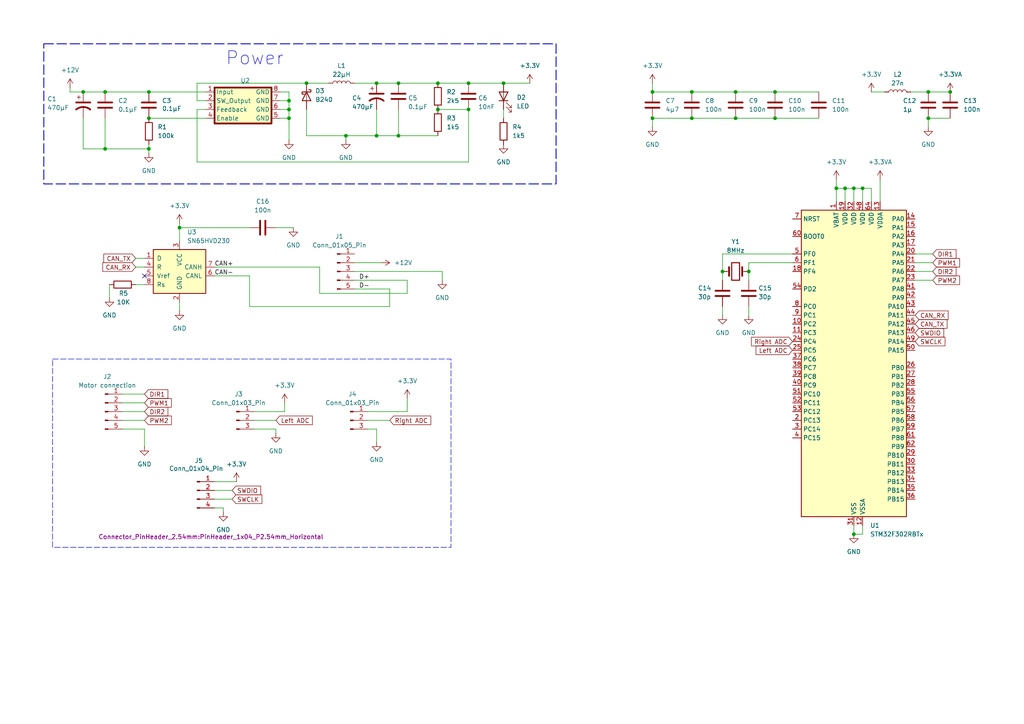
<source format=kicad_sch>
(kicad_sch
	(version 20231120)
	(generator "eeschema")
	(generator_version "8.0")
	(uuid "b814e2c7-f5ee-4d14-bb38-9b51adb426b1")
	(paper "A4")
	(lib_symbols
		(symbol "Connector:Conn_01x03_Pin"
			(pin_names
				(offset 1.016) hide)
			(exclude_from_sim no)
			(in_bom yes)
			(on_board yes)
			(property "Reference" "J"
				(at 0 5.08 0)
				(effects
					(font
						(size 1.27 1.27)
					)
				)
			)
			(property "Value" "Conn_01x03_Pin"
				(at 0 -5.08 0)
				(effects
					(font
						(size 1.27 1.27)
					)
				)
			)
			(property "Footprint" ""
				(at 0 0 0)
				(effects
					(font
						(size 1.27 1.27)
					)
					(hide yes)
				)
			)
			(property "Datasheet" "~"
				(at 0 0 0)
				(effects
					(font
						(size 1.27 1.27)
					)
					(hide yes)
				)
			)
			(property "Description" "Generic connector, single row, 01x03, script generated"
				(at 0 0 0)
				(effects
					(font
						(size 1.27 1.27)
					)
					(hide yes)
				)
			)
			(property "ki_locked" ""
				(at 0 0 0)
				(effects
					(font
						(size 1.27 1.27)
					)
				)
			)
			(property "ki_keywords" "connector"
				(at 0 0 0)
				(effects
					(font
						(size 1.27 1.27)
					)
					(hide yes)
				)
			)
			(property "ki_fp_filters" "Connector*:*_1x??_*"
				(at 0 0 0)
				(effects
					(font
						(size 1.27 1.27)
					)
					(hide yes)
				)
			)
			(symbol "Conn_01x03_Pin_1_1"
				(polyline
					(pts
						(xy 1.27 -2.54) (xy 0.8636 -2.54)
					)
					(stroke
						(width 0.1524)
						(type default)
					)
					(fill
						(type none)
					)
				)
				(polyline
					(pts
						(xy 1.27 0) (xy 0.8636 0)
					)
					(stroke
						(width 0.1524)
						(type default)
					)
					(fill
						(type none)
					)
				)
				(polyline
					(pts
						(xy 1.27 2.54) (xy 0.8636 2.54)
					)
					(stroke
						(width 0.1524)
						(type default)
					)
					(fill
						(type none)
					)
				)
				(rectangle
					(start 0.8636 -2.413)
					(end 0 -2.667)
					(stroke
						(width 0.1524)
						(type default)
					)
					(fill
						(type outline)
					)
				)
				(rectangle
					(start 0.8636 0.127)
					(end 0 -0.127)
					(stroke
						(width 0.1524)
						(type default)
					)
					(fill
						(type outline)
					)
				)
				(rectangle
					(start 0.8636 2.667)
					(end 0 2.413)
					(stroke
						(width 0.1524)
						(type default)
					)
					(fill
						(type outline)
					)
				)
				(pin passive line
					(at 5.08 2.54 180)
					(length 3.81)
					(name "Pin_1"
						(effects
							(font
								(size 1.27 1.27)
							)
						)
					)
					(number "1"
						(effects
							(font
								(size 1.27 1.27)
							)
						)
					)
				)
				(pin passive line
					(at 5.08 0 180)
					(length 3.81)
					(name "Pin_2"
						(effects
							(font
								(size 1.27 1.27)
							)
						)
					)
					(number "2"
						(effects
							(font
								(size 1.27 1.27)
							)
						)
					)
				)
				(pin passive line
					(at 5.08 -2.54 180)
					(length 3.81)
					(name "Pin_3"
						(effects
							(font
								(size 1.27 1.27)
							)
						)
					)
					(number "3"
						(effects
							(font
								(size 1.27 1.27)
							)
						)
					)
				)
			)
		)
		(symbol "Connector:Conn_01x04_Pin"
			(pin_names
				(offset 1.016) hide)
			(exclude_from_sim no)
			(in_bom yes)
			(on_board yes)
			(property "Reference" "J"
				(at 0 5.08 0)
				(effects
					(font
						(size 1.27 1.27)
					)
				)
			)
			(property "Value" "Conn_01x04_Pin"
				(at 0 -7.62 0)
				(effects
					(font
						(size 1.27 1.27)
					)
				)
			)
			(property "Footprint" ""
				(at 0 0 0)
				(effects
					(font
						(size 1.27 1.27)
					)
					(hide yes)
				)
			)
			(property "Datasheet" "~"
				(at 0 0 0)
				(effects
					(font
						(size 1.27 1.27)
					)
					(hide yes)
				)
			)
			(property "Description" "Generic connector, single row, 01x04, script generated"
				(at 0 0 0)
				(effects
					(font
						(size 1.27 1.27)
					)
					(hide yes)
				)
			)
			(property "ki_locked" ""
				(at 0 0 0)
				(effects
					(font
						(size 1.27 1.27)
					)
				)
			)
			(property "ki_keywords" "connector"
				(at 0 0 0)
				(effects
					(font
						(size 1.27 1.27)
					)
					(hide yes)
				)
			)
			(property "ki_fp_filters" "Connector*:*_1x??_*"
				(at 0 0 0)
				(effects
					(font
						(size 1.27 1.27)
					)
					(hide yes)
				)
			)
			(symbol "Conn_01x04_Pin_1_1"
				(polyline
					(pts
						(xy 1.27 -5.08) (xy 0.8636 -5.08)
					)
					(stroke
						(width 0.1524)
						(type default)
					)
					(fill
						(type none)
					)
				)
				(polyline
					(pts
						(xy 1.27 -2.54) (xy 0.8636 -2.54)
					)
					(stroke
						(width 0.1524)
						(type default)
					)
					(fill
						(type none)
					)
				)
				(polyline
					(pts
						(xy 1.27 0) (xy 0.8636 0)
					)
					(stroke
						(width 0.1524)
						(type default)
					)
					(fill
						(type none)
					)
				)
				(polyline
					(pts
						(xy 1.27 2.54) (xy 0.8636 2.54)
					)
					(stroke
						(width 0.1524)
						(type default)
					)
					(fill
						(type none)
					)
				)
				(rectangle
					(start 0.8636 -4.953)
					(end 0 -5.207)
					(stroke
						(width 0.1524)
						(type default)
					)
					(fill
						(type outline)
					)
				)
				(rectangle
					(start 0.8636 -2.413)
					(end 0 -2.667)
					(stroke
						(width 0.1524)
						(type default)
					)
					(fill
						(type outline)
					)
				)
				(rectangle
					(start 0.8636 0.127)
					(end 0 -0.127)
					(stroke
						(width 0.1524)
						(type default)
					)
					(fill
						(type outline)
					)
				)
				(rectangle
					(start 0.8636 2.667)
					(end 0 2.413)
					(stroke
						(width 0.1524)
						(type default)
					)
					(fill
						(type outline)
					)
				)
				(pin passive line
					(at 5.08 2.54 180)
					(length 3.81)
					(name "Pin_1"
						(effects
							(font
								(size 1.27 1.27)
							)
						)
					)
					(number "1"
						(effects
							(font
								(size 1.27 1.27)
							)
						)
					)
				)
				(pin passive line
					(at 5.08 0 180)
					(length 3.81)
					(name "Pin_2"
						(effects
							(font
								(size 1.27 1.27)
							)
						)
					)
					(number "2"
						(effects
							(font
								(size 1.27 1.27)
							)
						)
					)
				)
				(pin passive line
					(at 5.08 -2.54 180)
					(length 3.81)
					(name "Pin_3"
						(effects
							(font
								(size 1.27 1.27)
							)
						)
					)
					(number "3"
						(effects
							(font
								(size 1.27 1.27)
							)
						)
					)
				)
				(pin passive line
					(at 5.08 -5.08 180)
					(length 3.81)
					(name "Pin_4"
						(effects
							(font
								(size 1.27 1.27)
							)
						)
					)
					(number "4"
						(effects
							(font
								(size 1.27 1.27)
							)
						)
					)
				)
			)
		)
		(symbol "Connector:Conn_01x05_Pin"
			(pin_names
				(offset 1.016) hide)
			(exclude_from_sim no)
			(in_bom yes)
			(on_board yes)
			(property "Reference" "J"
				(at 0 7.62 0)
				(effects
					(font
						(size 1.27 1.27)
					)
				)
			)
			(property "Value" "Conn_01x05_Pin"
				(at 0 -7.62 0)
				(effects
					(font
						(size 1.27 1.27)
					)
				)
			)
			(property "Footprint" ""
				(at 0 0 0)
				(effects
					(font
						(size 1.27 1.27)
					)
					(hide yes)
				)
			)
			(property "Datasheet" "~"
				(at 0 0 0)
				(effects
					(font
						(size 1.27 1.27)
					)
					(hide yes)
				)
			)
			(property "Description" "Generic connector, single row, 01x05, script generated"
				(at 0 0 0)
				(effects
					(font
						(size 1.27 1.27)
					)
					(hide yes)
				)
			)
			(property "ki_locked" ""
				(at 0 0 0)
				(effects
					(font
						(size 1.27 1.27)
					)
				)
			)
			(property "ki_keywords" "connector"
				(at 0 0 0)
				(effects
					(font
						(size 1.27 1.27)
					)
					(hide yes)
				)
			)
			(property "ki_fp_filters" "Connector*:*_1x??_*"
				(at 0 0 0)
				(effects
					(font
						(size 1.27 1.27)
					)
					(hide yes)
				)
			)
			(symbol "Conn_01x05_Pin_1_1"
				(polyline
					(pts
						(xy 1.27 -5.08) (xy 0.8636 -5.08)
					)
					(stroke
						(width 0.1524)
						(type default)
					)
					(fill
						(type none)
					)
				)
				(polyline
					(pts
						(xy 1.27 -2.54) (xy 0.8636 -2.54)
					)
					(stroke
						(width 0.1524)
						(type default)
					)
					(fill
						(type none)
					)
				)
				(polyline
					(pts
						(xy 1.27 0) (xy 0.8636 0)
					)
					(stroke
						(width 0.1524)
						(type default)
					)
					(fill
						(type none)
					)
				)
				(polyline
					(pts
						(xy 1.27 2.54) (xy 0.8636 2.54)
					)
					(stroke
						(width 0.1524)
						(type default)
					)
					(fill
						(type none)
					)
				)
				(polyline
					(pts
						(xy 1.27 5.08) (xy 0.8636 5.08)
					)
					(stroke
						(width 0.1524)
						(type default)
					)
					(fill
						(type none)
					)
				)
				(rectangle
					(start 0.8636 -4.953)
					(end 0 -5.207)
					(stroke
						(width 0.1524)
						(type default)
					)
					(fill
						(type outline)
					)
				)
				(rectangle
					(start 0.8636 -2.413)
					(end 0 -2.667)
					(stroke
						(width 0.1524)
						(type default)
					)
					(fill
						(type outline)
					)
				)
				(rectangle
					(start 0.8636 0.127)
					(end 0 -0.127)
					(stroke
						(width 0.1524)
						(type default)
					)
					(fill
						(type outline)
					)
				)
				(rectangle
					(start 0.8636 2.667)
					(end 0 2.413)
					(stroke
						(width 0.1524)
						(type default)
					)
					(fill
						(type outline)
					)
				)
				(rectangle
					(start 0.8636 5.207)
					(end 0 4.953)
					(stroke
						(width 0.1524)
						(type default)
					)
					(fill
						(type outline)
					)
				)
				(pin passive line
					(at 5.08 5.08 180)
					(length 3.81)
					(name "Pin_1"
						(effects
							(font
								(size 1.27 1.27)
							)
						)
					)
					(number "1"
						(effects
							(font
								(size 1.27 1.27)
							)
						)
					)
				)
				(pin passive line
					(at 5.08 2.54 180)
					(length 3.81)
					(name "Pin_2"
						(effects
							(font
								(size 1.27 1.27)
							)
						)
					)
					(number "2"
						(effects
							(font
								(size 1.27 1.27)
							)
						)
					)
				)
				(pin passive line
					(at 5.08 0 180)
					(length 3.81)
					(name "Pin_3"
						(effects
							(font
								(size 1.27 1.27)
							)
						)
					)
					(number "3"
						(effects
							(font
								(size 1.27 1.27)
							)
						)
					)
				)
				(pin passive line
					(at 5.08 -2.54 180)
					(length 3.81)
					(name "Pin_4"
						(effects
							(font
								(size 1.27 1.27)
							)
						)
					)
					(number "4"
						(effects
							(font
								(size 1.27 1.27)
							)
						)
					)
				)
				(pin passive line
					(at 5.08 -5.08 180)
					(length 3.81)
					(name "Pin_5"
						(effects
							(font
								(size 1.27 1.27)
							)
						)
					)
					(number "5"
						(effects
							(font
								(size 1.27 1.27)
							)
						)
					)
				)
			)
		)
		(symbol "Device:C"
			(pin_numbers hide)
			(pin_names
				(offset 0.254)
			)
			(exclude_from_sim no)
			(in_bom yes)
			(on_board yes)
			(property "Reference" "C"
				(at 0.635 2.54 0)
				(effects
					(font
						(size 1.27 1.27)
					)
					(justify left)
				)
			)
			(property "Value" "C"
				(at 0.635 -2.54 0)
				(effects
					(font
						(size 1.27 1.27)
					)
					(justify left)
				)
			)
			(property "Footprint" ""
				(at 0.9652 -3.81 0)
				(effects
					(font
						(size 1.27 1.27)
					)
					(hide yes)
				)
			)
			(property "Datasheet" "~"
				(at 0 0 0)
				(effects
					(font
						(size 1.27 1.27)
					)
					(hide yes)
				)
			)
			(property "Description" "Unpolarized capacitor"
				(at 0 0 0)
				(effects
					(font
						(size 1.27 1.27)
					)
					(hide yes)
				)
			)
			(property "ki_keywords" "cap capacitor"
				(at 0 0 0)
				(effects
					(font
						(size 1.27 1.27)
					)
					(hide yes)
				)
			)
			(property "ki_fp_filters" "C_*"
				(at 0 0 0)
				(effects
					(font
						(size 1.27 1.27)
					)
					(hide yes)
				)
			)
			(symbol "C_0_1"
				(polyline
					(pts
						(xy -2.032 -0.762) (xy 2.032 -0.762)
					)
					(stroke
						(width 0.508)
						(type default)
					)
					(fill
						(type none)
					)
				)
				(polyline
					(pts
						(xy -2.032 0.762) (xy 2.032 0.762)
					)
					(stroke
						(width 0.508)
						(type default)
					)
					(fill
						(type none)
					)
				)
			)
			(symbol "C_1_1"
				(pin passive line
					(at 0 3.81 270)
					(length 2.794)
					(name "~"
						(effects
							(font
								(size 1.27 1.27)
							)
						)
					)
					(number "1"
						(effects
							(font
								(size 1.27 1.27)
							)
						)
					)
				)
				(pin passive line
					(at 0 -3.81 90)
					(length 2.794)
					(name "~"
						(effects
							(font
								(size 1.27 1.27)
							)
						)
					)
					(number "2"
						(effects
							(font
								(size 1.27 1.27)
							)
						)
					)
				)
			)
		)
		(symbol "Device:C_Polarized_US"
			(pin_numbers hide)
			(pin_names
				(offset 0.254) hide)
			(exclude_from_sim no)
			(in_bom yes)
			(on_board yes)
			(property "Reference" "C"
				(at 0.635 2.54 0)
				(effects
					(font
						(size 1.27 1.27)
					)
					(justify left)
				)
			)
			(property "Value" "C_Polarized_US"
				(at 0.635 -2.54 0)
				(effects
					(font
						(size 1.27 1.27)
					)
					(justify left)
				)
			)
			(property "Footprint" ""
				(at 0 0 0)
				(effects
					(font
						(size 1.27 1.27)
					)
					(hide yes)
				)
			)
			(property "Datasheet" "~"
				(at 0 0 0)
				(effects
					(font
						(size 1.27 1.27)
					)
					(hide yes)
				)
			)
			(property "Description" "Polarized capacitor, US symbol"
				(at 0 0 0)
				(effects
					(font
						(size 1.27 1.27)
					)
					(hide yes)
				)
			)
			(property "ki_keywords" "cap capacitor"
				(at 0 0 0)
				(effects
					(font
						(size 1.27 1.27)
					)
					(hide yes)
				)
			)
			(property "ki_fp_filters" "CP_*"
				(at 0 0 0)
				(effects
					(font
						(size 1.27 1.27)
					)
					(hide yes)
				)
			)
			(symbol "C_Polarized_US_0_1"
				(polyline
					(pts
						(xy -2.032 0.762) (xy 2.032 0.762)
					)
					(stroke
						(width 0.508)
						(type default)
					)
					(fill
						(type none)
					)
				)
				(polyline
					(pts
						(xy -1.778 2.286) (xy -0.762 2.286)
					)
					(stroke
						(width 0)
						(type default)
					)
					(fill
						(type none)
					)
				)
				(polyline
					(pts
						(xy -1.27 1.778) (xy -1.27 2.794)
					)
					(stroke
						(width 0)
						(type default)
					)
					(fill
						(type none)
					)
				)
				(arc
					(start 2.032 -1.27)
					(mid 0 -0.5572)
					(end -2.032 -1.27)
					(stroke
						(width 0.508)
						(type default)
					)
					(fill
						(type none)
					)
				)
			)
			(symbol "C_Polarized_US_1_1"
				(pin passive line
					(at 0 3.81 270)
					(length 2.794)
					(name "~"
						(effects
							(font
								(size 1.27 1.27)
							)
						)
					)
					(number "1"
						(effects
							(font
								(size 1.27 1.27)
							)
						)
					)
				)
				(pin passive line
					(at 0 -3.81 90)
					(length 3.302)
					(name "~"
						(effects
							(font
								(size 1.27 1.27)
							)
						)
					)
					(number "2"
						(effects
							(font
								(size 1.27 1.27)
							)
						)
					)
				)
			)
		)
		(symbol "Device:Crystal"
			(pin_numbers hide)
			(pin_names
				(offset 1.016) hide)
			(exclude_from_sim no)
			(in_bom yes)
			(on_board yes)
			(property "Reference" "Y"
				(at 0 3.81 0)
				(effects
					(font
						(size 1.27 1.27)
					)
				)
			)
			(property "Value" "Crystal"
				(at 0 -3.81 0)
				(effects
					(font
						(size 1.27 1.27)
					)
				)
			)
			(property "Footprint" ""
				(at 0 0 0)
				(effects
					(font
						(size 1.27 1.27)
					)
					(hide yes)
				)
			)
			(property "Datasheet" "~"
				(at 0 0 0)
				(effects
					(font
						(size 1.27 1.27)
					)
					(hide yes)
				)
			)
			(property "Description" "Two pin crystal"
				(at 0 0 0)
				(effects
					(font
						(size 1.27 1.27)
					)
					(hide yes)
				)
			)
			(property "ki_keywords" "quartz ceramic resonator oscillator"
				(at 0 0 0)
				(effects
					(font
						(size 1.27 1.27)
					)
					(hide yes)
				)
			)
			(property "ki_fp_filters" "Crystal*"
				(at 0 0 0)
				(effects
					(font
						(size 1.27 1.27)
					)
					(hide yes)
				)
			)
			(symbol "Crystal_0_1"
				(rectangle
					(start -1.143 2.54)
					(end 1.143 -2.54)
					(stroke
						(width 0.3048)
						(type default)
					)
					(fill
						(type none)
					)
				)
				(polyline
					(pts
						(xy -2.54 0) (xy -1.905 0)
					)
					(stroke
						(width 0)
						(type default)
					)
					(fill
						(type none)
					)
				)
				(polyline
					(pts
						(xy -1.905 -1.27) (xy -1.905 1.27)
					)
					(stroke
						(width 0.508)
						(type default)
					)
					(fill
						(type none)
					)
				)
				(polyline
					(pts
						(xy 1.905 -1.27) (xy 1.905 1.27)
					)
					(stroke
						(width 0.508)
						(type default)
					)
					(fill
						(type none)
					)
				)
				(polyline
					(pts
						(xy 2.54 0) (xy 1.905 0)
					)
					(stroke
						(width 0)
						(type default)
					)
					(fill
						(type none)
					)
				)
			)
			(symbol "Crystal_1_1"
				(pin passive line
					(at -3.81 0 0)
					(length 1.27)
					(name "1"
						(effects
							(font
								(size 1.27 1.27)
							)
						)
					)
					(number "1"
						(effects
							(font
								(size 1.27 1.27)
							)
						)
					)
				)
				(pin passive line
					(at 3.81 0 180)
					(length 1.27)
					(name "2"
						(effects
							(font
								(size 1.27 1.27)
							)
						)
					)
					(number "2"
						(effects
							(font
								(size 1.27 1.27)
							)
						)
					)
				)
			)
		)
		(symbol "Device:L"
			(pin_numbers hide)
			(pin_names
				(offset 1.016) hide)
			(exclude_from_sim no)
			(in_bom yes)
			(on_board yes)
			(property "Reference" "L"
				(at -1.27 0 90)
				(effects
					(font
						(size 1.27 1.27)
					)
				)
			)
			(property "Value" "L"
				(at 1.905 0 90)
				(effects
					(font
						(size 1.27 1.27)
					)
				)
			)
			(property "Footprint" ""
				(at 0 0 0)
				(effects
					(font
						(size 1.27 1.27)
					)
					(hide yes)
				)
			)
			(property "Datasheet" "~"
				(at 0 0 0)
				(effects
					(font
						(size 1.27 1.27)
					)
					(hide yes)
				)
			)
			(property "Description" "Inductor"
				(at 0 0 0)
				(effects
					(font
						(size 1.27 1.27)
					)
					(hide yes)
				)
			)
			(property "ki_keywords" "inductor choke coil reactor magnetic"
				(at 0 0 0)
				(effects
					(font
						(size 1.27 1.27)
					)
					(hide yes)
				)
			)
			(property "ki_fp_filters" "Choke_* *Coil* Inductor_* L_*"
				(at 0 0 0)
				(effects
					(font
						(size 1.27 1.27)
					)
					(hide yes)
				)
			)
			(symbol "L_0_1"
				(arc
					(start 0 -2.54)
					(mid 0.6323 -1.905)
					(end 0 -1.27)
					(stroke
						(width 0)
						(type default)
					)
					(fill
						(type none)
					)
				)
				(arc
					(start 0 -1.27)
					(mid 0.6323 -0.635)
					(end 0 0)
					(stroke
						(width 0)
						(type default)
					)
					(fill
						(type none)
					)
				)
				(arc
					(start 0 0)
					(mid 0.6323 0.635)
					(end 0 1.27)
					(stroke
						(width 0)
						(type default)
					)
					(fill
						(type none)
					)
				)
				(arc
					(start 0 1.27)
					(mid 0.6323 1.905)
					(end 0 2.54)
					(stroke
						(width 0)
						(type default)
					)
					(fill
						(type none)
					)
				)
			)
			(symbol "L_1_1"
				(pin passive line
					(at 0 3.81 270)
					(length 1.27)
					(name "1"
						(effects
							(font
								(size 1.27 1.27)
							)
						)
					)
					(number "1"
						(effects
							(font
								(size 1.27 1.27)
							)
						)
					)
				)
				(pin passive line
					(at 0 -3.81 90)
					(length 1.27)
					(name "2"
						(effects
							(font
								(size 1.27 1.27)
							)
						)
					)
					(number "2"
						(effects
							(font
								(size 1.27 1.27)
							)
						)
					)
				)
			)
		)
		(symbol "Device:LED"
			(pin_numbers hide)
			(pin_names
				(offset 1.016) hide)
			(exclude_from_sim no)
			(in_bom yes)
			(on_board yes)
			(property "Reference" "D"
				(at 0 2.54 0)
				(effects
					(font
						(size 1.27 1.27)
					)
				)
			)
			(property "Value" "LED"
				(at 0 -2.54 0)
				(effects
					(font
						(size 1.27 1.27)
					)
				)
			)
			(property "Footprint" ""
				(at 0 0 0)
				(effects
					(font
						(size 1.27 1.27)
					)
					(hide yes)
				)
			)
			(property "Datasheet" "~"
				(at 0 0 0)
				(effects
					(font
						(size 1.27 1.27)
					)
					(hide yes)
				)
			)
			(property "Description" "Light emitting diode"
				(at 0 0 0)
				(effects
					(font
						(size 1.27 1.27)
					)
					(hide yes)
				)
			)
			(property "ki_keywords" "LED diode"
				(at 0 0 0)
				(effects
					(font
						(size 1.27 1.27)
					)
					(hide yes)
				)
			)
			(property "ki_fp_filters" "LED* LED_SMD:* LED_THT:*"
				(at 0 0 0)
				(effects
					(font
						(size 1.27 1.27)
					)
					(hide yes)
				)
			)
			(symbol "LED_0_1"
				(polyline
					(pts
						(xy -1.27 -1.27) (xy -1.27 1.27)
					)
					(stroke
						(width 0.254)
						(type default)
					)
					(fill
						(type none)
					)
				)
				(polyline
					(pts
						(xy -1.27 0) (xy 1.27 0)
					)
					(stroke
						(width 0)
						(type default)
					)
					(fill
						(type none)
					)
				)
				(polyline
					(pts
						(xy 1.27 -1.27) (xy 1.27 1.27) (xy -1.27 0) (xy 1.27 -1.27)
					)
					(stroke
						(width 0.254)
						(type default)
					)
					(fill
						(type none)
					)
				)
				(polyline
					(pts
						(xy -3.048 -0.762) (xy -4.572 -2.286) (xy -3.81 -2.286) (xy -4.572 -2.286) (xy -4.572 -1.524)
					)
					(stroke
						(width 0)
						(type default)
					)
					(fill
						(type none)
					)
				)
				(polyline
					(pts
						(xy -1.778 -0.762) (xy -3.302 -2.286) (xy -2.54 -2.286) (xy -3.302 -2.286) (xy -3.302 -1.524)
					)
					(stroke
						(width 0)
						(type default)
					)
					(fill
						(type none)
					)
				)
			)
			(symbol "LED_1_1"
				(pin passive line
					(at -3.81 0 0)
					(length 2.54)
					(name "K"
						(effects
							(font
								(size 1.27 1.27)
							)
						)
					)
					(number "1"
						(effects
							(font
								(size 1.27 1.27)
							)
						)
					)
				)
				(pin passive line
					(at 3.81 0 180)
					(length 2.54)
					(name "A"
						(effects
							(font
								(size 1.27 1.27)
							)
						)
					)
					(number "2"
						(effects
							(font
								(size 1.27 1.27)
							)
						)
					)
				)
			)
		)
		(symbol "Device:R"
			(pin_numbers hide)
			(pin_names
				(offset 0)
			)
			(exclude_from_sim no)
			(in_bom yes)
			(on_board yes)
			(property "Reference" "R"
				(at 2.032 0 90)
				(effects
					(font
						(size 1.27 1.27)
					)
				)
			)
			(property "Value" "R"
				(at 0 0 90)
				(effects
					(font
						(size 1.27 1.27)
					)
				)
			)
			(property "Footprint" ""
				(at -1.778 0 90)
				(effects
					(font
						(size 1.27 1.27)
					)
					(hide yes)
				)
			)
			(property "Datasheet" "~"
				(at 0 0 0)
				(effects
					(font
						(size 1.27 1.27)
					)
					(hide yes)
				)
			)
			(property "Description" "Resistor"
				(at 0 0 0)
				(effects
					(font
						(size 1.27 1.27)
					)
					(hide yes)
				)
			)
			(property "ki_keywords" "R res resistor"
				(at 0 0 0)
				(effects
					(font
						(size 1.27 1.27)
					)
					(hide yes)
				)
			)
			(property "ki_fp_filters" "R_*"
				(at 0 0 0)
				(effects
					(font
						(size 1.27 1.27)
					)
					(hide yes)
				)
			)
			(symbol "R_0_1"
				(rectangle
					(start -1.016 -2.54)
					(end 1.016 2.54)
					(stroke
						(width 0.254)
						(type default)
					)
					(fill
						(type none)
					)
				)
			)
			(symbol "R_1_1"
				(pin passive line
					(at 0 3.81 270)
					(length 1.27)
					(name "~"
						(effects
							(font
								(size 1.27 1.27)
							)
						)
					)
					(number "1"
						(effects
							(font
								(size 1.27 1.27)
							)
						)
					)
				)
				(pin passive line
					(at 0 -3.81 90)
					(length 1.27)
					(name "~"
						(effects
							(font
								(size 1.27 1.27)
							)
						)
					)
					(number "2"
						(effects
							(font
								(size 1.27 1.27)
							)
						)
					)
				)
			)
		)
		(symbol "Diode:B240"
			(pin_numbers hide)
			(pin_names
				(offset 1.016) hide)
			(exclude_from_sim no)
			(in_bom yes)
			(on_board yes)
			(property "Reference" "D"
				(at 0 2.54 0)
				(effects
					(font
						(size 1.27 1.27)
					)
				)
			)
			(property "Value" "B240"
				(at 0 -2.54 0)
				(effects
					(font
						(size 1.27 1.27)
					)
				)
			)
			(property "Footprint" "Diode_SMD:D_SMB"
				(at 0 -4.445 0)
				(effects
					(font
						(size 1.27 1.27)
					)
					(hide yes)
				)
			)
			(property "Datasheet" "http://www.jameco.com/Jameco/Products/ProdDS/1538777.pdf"
				(at 0 0 0)
				(effects
					(font
						(size 1.27 1.27)
					)
					(hide yes)
				)
			)
			(property "Description" "40V 2A Schottky Barrier Rectifier Diode, SMB"
				(at 0 0 0)
				(effects
					(font
						(size 1.27 1.27)
					)
					(hide yes)
				)
			)
			(property "ki_keywords" "diode Schottky"
				(at 0 0 0)
				(effects
					(font
						(size 1.27 1.27)
					)
					(hide yes)
				)
			)
			(property "ki_fp_filters" "D*SMB*"
				(at 0 0 0)
				(effects
					(font
						(size 1.27 1.27)
					)
					(hide yes)
				)
			)
			(symbol "B240_0_1"
				(polyline
					(pts
						(xy 1.27 0) (xy -1.27 0)
					)
					(stroke
						(width 0)
						(type default)
					)
					(fill
						(type none)
					)
				)
				(polyline
					(pts
						(xy 1.27 1.27) (xy 1.27 -1.27) (xy -1.27 0) (xy 1.27 1.27)
					)
					(stroke
						(width 0.254)
						(type default)
					)
					(fill
						(type none)
					)
				)
				(polyline
					(pts
						(xy -1.905 0.635) (xy -1.905 1.27) (xy -1.27 1.27) (xy -1.27 -1.27) (xy -0.635 -1.27) (xy -0.635 -0.635)
					)
					(stroke
						(width 0.254)
						(type default)
					)
					(fill
						(type none)
					)
				)
			)
			(symbol "B240_1_1"
				(pin passive line
					(at -3.81 0 0)
					(length 2.54)
					(name "K"
						(effects
							(font
								(size 1.27 1.27)
							)
						)
					)
					(number "1"
						(effects
							(font
								(size 1.27 1.27)
							)
						)
					)
				)
				(pin passive line
					(at 3.81 0 180)
					(length 2.54)
					(name "A"
						(effects
							(font
								(size 1.27 1.27)
							)
						)
					)
					(number "2"
						(effects
							(font
								(size 1.27 1.27)
							)
						)
					)
				)
			)
		)
		(symbol "Interface_CAN_LIN:SN65HVD230"
			(pin_names
				(offset 1.016)
			)
			(exclude_from_sim no)
			(in_bom yes)
			(on_board yes)
			(property "Reference" "U"
				(at -2.54 10.16 0)
				(effects
					(font
						(size 1.27 1.27)
					)
					(justify right)
				)
			)
			(property "Value" "SN65HVD230"
				(at -2.54 7.62 0)
				(effects
					(font
						(size 1.27 1.27)
					)
					(justify right)
				)
			)
			(property "Footprint" "Package_SO:SOIC-8_3.9x4.9mm_P1.27mm"
				(at 0 -12.7 0)
				(effects
					(font
						(size 1.27 1.27)
					)
					(hide yes)
				)
			)
			(property "Datasheet" "http://www.ti.com/lit/ds/symlink/sn65hvd230.pdf"
				(at -2.54 10.16 0)
				(effects
					(font
						(size 1.27 1.27)
					)
					(hide yes)
				)
			)
			(property "Description" "CAN Bus Transceivers, 3.3V, 1Mbps, Low-Power capabilities, SOIC-8"
				(at 0 0 0)
				(effects
					(font
						(size 1.27 1.27)
					)
					(hide yes)
				)
			)
			(property "ki_keywords" "can transeiver ti low-power"
				(at 0 0 0)
				(effects
					(font
						(size 1.27 1.27)
					)
					(hide yes)
				)
			)
			(property "ki_fp_filters" "SOIC*3.9x4.9mm*P1.27mm*"
				(at 0 0 0)
				(effects
					(font
						(size 1.27 1.27)
					)
					(hide yes)
				)
			)
			(symbol "SN65HVD230_0_1"
				(rectangle
					(start -7.62 5.08)
					(end 7.62 -7.62)
					(stroke
						(width 0.254)
						(type default)
					)
					(fill
						(type background)
					)
				)
			)
			(symbol "SN65HVD230_1_1"
				(pin input line
					(at -10.16 2.54 0)
					(length 2.54)
					(name "D"
						(effects
							(font
								(size 1.27 1.27)
							)
						)
					)
					(number "1"
						(effects
							(font
								(size 1.27 1.27)
							)
						)
					)
				)
				(pin power_in line
					(at 0 -10.16 90)
					(length 2.54)
					(name "GND"
						(effects
							(font
								(size 1.27 1.27)
							)
						)
					)
					(number "2"
						(effects
							(font
								(size 1.27 1.27)
							)
						)
					)
				)
				(pin power_in line
					(at 0 7.62 270)
					(length 2.54)
					(name "VCC"
						(effects
							(font
								(size 1.27 1.27)
							)
						)
					)
					(number "3"
						(effects
							(font
								(size 1.27 1.27)
							)
						)
					)
				)
				(pin output line
					(at -10.16 0 0)
					(length 2.54)
					(name "R"
						(effects
							(font
								(size 1.27 1.27)
							)
						)
					)
					(number "4"
						(effects
							(font
								(size 1.27 1.27)
							)
						)
					)
				)
				(pin output line
					(at -10.16 -2.54 0)
					(length 2.54)
					(name "Vref"
						(effects
							(font
								(size 1.27 1.27)
							)
						)
					)
					(number "5"
						(effects
							(font
								(size 1.27 1.27)
							)
						)
					)
				)
				(pin bidirectional line
					(at 10.16 -2.54 180)
					(length 2.54)
					(name "CANL"
						(effects
							(font
								(size 1.27 1.27)
							)
						)
					)
					(number "6"
						(effects
							(font
								(size 1.27 1.27)
							)
						)
					)
				)
				(pin bidirectional line
					(at 10.16 0 180)
					(length 2.54)
					(name "CANH"
						(effects
							(font
								(size 1.27 1.27)
							)
						)
					)
					(number "7"
						(effects
							(font
								(size 1.27 1.27)
							)
						)
					)
				)
				(pin input line
					(at -10.16 -5.08 0)
					(length 2.54)
					(name "Rs"
						(effects
							(font
								(size 1.27 1.27)
							)
						)
					)
					(number "8"
						(effects
							(font
								(size 1.27 1.27)
							)
						)
					)
				)
			)
		)
		(symbol "MCU_ST_STM32F3:STM32F302RBTx"
			(exclude_from_sim no)
			(in_bom yes)
			(on_board yes)
			(property "Reference" "U"
				(at -15.24 46.99 0)
				(effects
					(font
						(size 1.27 1.27)
					)
					(justify left)
				)
			)
			(property "Value" "STM32F302RBTx"
				(at 10.16 46.99 0)
				(effects
					(font
						(size 1.27 1.27)
					)
					(justify left)
				)
			)
			(property "Footprint" "Package_QFP:LQFP-64_10x10mm_P0.5mm"
				(at -15.24 -43.18 0)
				(effects
					(font
						(size 1.27 1.27)
					)
					(justify right)
					(hide yes)
				)
			)
			(property "Datasheet" "https://www.st.com/resource/en/datasheet/stm32f302rb.pdf"
				(at 0 0 0)
				(effects
					(font
						(size 1.27 1.27)
					)
					(hide yes)
				)
			)
			(property "Description" "STMicroelectronics Arm Cortex-M4 MCU, 128KB flash, 32KB RAM, 72 MHz, 2.0-3.6V, 52 GPIO, LQFP64"
				(at 0 0 0)
				(effects
					(font
						(size 1.27 1.27)
					)
					(hide yes)
				)
			)
			(property "ki_locked" ""
				(at 0 0 0)
				(effects
					(font
						(size 1.27 1.27)
					)
				)
			)
			(property "ki_keywords" "Arm Cortex-M4 STM32F3 STM32F302"
				(at 0 0 0)
				(effects
					(font
						(size 1.27 1.27)
					)
					(hide yes)
				)
			)
			(property "ki_fp_filters" "LQFP*10x10mm*P0.5mm*"
				(at 0 0 0)
				(effects
					(font
						(size 1.27 1.27)
					)
					(hide yes)
				)
			)
			(symbol "STM32F302RBTx_0_1"
				(rectangle
					(start -15.24 -43.18)
					(end 15.24 45.72)
					(stroke
						(width 0.254)
						(type default)
					)
					(fill
						(type background)
					)
				)
			)
			(symbol "STM32F302RBTx_1_1"
				(pin power_in line
					(at -5.08 48.26 270)
					(length 2.54)
					(name "VBAT"
						(effects
							(font
								(size 1.27 1.27)
							)
						)
					)
					(number "1"
						(effects
							(font
								(size 1.27 1.27)
							)
						)
					)
				)
				(pin bidirectional line
					(at -17.78 12.7 0)
					(length 2.54)
					(name "PC2"
						(effects
							(font
								(size 1.27 1.27)
							)
						)
					)
					(number "10"
						(effects
							(font
								(size 1.27 1.27)
							)
						)
					)
					(alternate "ADC1_IN8" bidirectional line)
					(alternate "ADC2_IN8" bidirectional line)
				)
				(pin bidirectional line
					(at -17.78 10.16 0)
					(length 2.54)
					(name "PC3"
						(effects
							(font
								(size 1.27 1.27)
							)
						)
					)
					(number "11"
						(effects
							(font
								(size 1.27 1.27)
							)
						)
					)
					(alternate "ADC1_IN9" bidirectional line)
					(alternate "ADC2_IN9" bidirectional line)
					(alternate "TIM1_BKIN2" bidirectional line)
				)
				(pin power_in line
					(at 2.54 -45.72 90)
					(length 2.54)
					(name "VSSA"
						(effects
							(font
								(size 1.27 1.27)
							)
						)
					)
					(number "12"
						(effects
							(font
								(size 1.27 1.27)
							)
						)
					)
				)
				(pin power_in line
					(at 7.62 48.26 270)
					(length 2.54)
					(name "VDDA"
						(effects
							(font
								(size 1.27 1.27)
							)
						)
					)
					(number "13"
						(effects
							(font
								(size 1.27 1.27)
							)
						)
					)
				)
				(pin bidirectional line
					(at 17.78 43.18 180)
					(length 2.54)
					(name "PA0"
						(effects
							(font
								(size 1.27 1.27)
							)
						)
					)
					(number "14"
						(effects
							(font
								(size 1.27 1.27)
							)
						)
					)
					(alternate "ADC1_IN1" bidirectional line)
					(alternate "COMP1_INM" bidirectional line)
					(alternate "COMP1_OUT" bidirectional line)
					(alternate "RTC_TAMP2" bidirectional line)
					(alternate "SYS_WKUP1" bidirectional line)
					(alternate "TIM2_CH1" bidirectional line)
					(alternate "TIM2_ETR" bidirectional line)
					(alternate "TSC_G1_IO1" bidirectional line)
					(alternate "USART2_CTS" bidirectional line)
				)
				(pin bidirectional line
					(at 17.78 40.64 180)
					(length 2.54)
					(name "PA1"
						(effects
							(font
								(size 1.27 1.27)
							)
						)
					)
					(number "15"
						(effects
							(font
								(size 1.27 1.27)
							)
						)
					)
					(alternate "ADC1_IN2" bidirectional line)
					(alternate "COMP1_INP" bidirectional line)
					(alternate "OPAMP1_VINP" bidirectional line)
					(alternate "OPAMP1_VINP_SEC" bidirectional line)
					(alternate "RTC_REFIN" bidirectional line)
					(alternate "TIM15_CH1N" bidirectional line)
					(alternate "TIM2_CH2" bidirectional line)
					(alternate "TSC_G1_IO2" bidirectional line)
					(alternate "USART2_DE" bidirectional line)
					(alternate "USART2_RTS" bidirectional line)
				)
				(pin bidirectional line
					(at 17.78 38.1 180)
					(length 2.54)
					(name "PA2"
						(effects
							(font
								(size 1.27 1.27)
							)
						)
					)
					(number "16"
						(effects
							(font
								(size 1.27 1.27)
							)
						)
					)
					(alternate "ADC1_IN3" bidirectional line)
					(alternate "COMP2_INM" bidirectional line)
					(alternate "COMP2_OUT" bidirectional line)
					(alternate "OPAMP1_VOUT" bidirectional line)
					(alternate "TIM15_CH1" bidirectional line)
					(alternate "TIM2_CH3" bidirectional line)
					(alternate "TSC_G1_IO3" bidirectional line)
					(alternate "USART2_TX" bidirectional line)
				)
				(pin bidirectional line
					(at 17.78 35.56 180)
					(length 2.54)
					(name "PA3"
						(effects
							(font
								(size 1.27 1.27)
							)
						)
					)
					(number "17"
						(effects
							(font
								(size 1.27 1.27)
							)
						)
					)
					(alternate "ADC1_IN4" bidirectional line)
					(alternate "COMP2_INP" bidirectional line)
					(alternate "OPAMP1_VINM" bidirectional line)
					(alternate "OPAMP1_VINM_SEC" bidirectional line)
					(alternate "OPAMP1_VINP" bidirectional line)
					(alternate "OPAMP1_VINP_SEC" bidirectional line)
					(alternate "TIM15_CH2" bidirectional line)
					(alternate "TIM2_CH4" bidirectional line)
					(alternate "TSC_G1_IO4" bidirectional line)
					(alternate "USART2_RX" bidirectional line)
				)
				(pin bidirectional line
					(at -17.78 27.94 0)
					(length 2.54)
					(name "PF4"
						(effects
							(font
								(size 1.27 1.27)
							)
						)
					)
					(number "18"
						(effects
							(font
								(size 1.27 1.27)
							)
						)
					)
					(alternate "ADC1_IN5" bidirectional line)
					(alternate "COMP1_OUT" bidirectional line)
				)
				(pin power_in line
					(at -2.54 48.26 270)
					(length 2.54)
					(name "VDD"
						(effects
							(font
								(size 1.27 1.27)
							)
						)
					)
					(number "19"
						(effects
							(font
								(size 1.27 1.27)
							)
						)
					)
				)
				(pin bidirectional line
					(at -17.78 -15.24 0)
					(length 2.54)
					(name "PC13"
						(effects
							(font
								(size 1.27 1.27)
							)
						)
					)
					(number "2"
						(effects
							(font
								(size 1.27 1.27)
							)
						)
					)
					(alternate "RTC_OUT_ALARM" bidirectional line)
					(alternate "RTC_OUT_CALIB" bidirectional line)
					(alternate "RTC_TAMP1" bidirectional line)
					(alternate "RTC_TS" bidirectional line)
					(alternate "SYS_WKUP2" bidirectional line)
					(alternate "TIM1_CH1N" bidirectional line)
				)
				(pin bidirectional line
					(at 17.78 33.02 180)
					(length 2.54)
					(name "PA4"
						(effects
							(font
								(size 1.27 1.27)
							)
						)
					)
					(number "20"
						(effects
							(font
								(size 1.27 1.27)
							)
						)
					)
					(alternate "ADC2_IN1" bidirectional line)
					(alternate "COMP1_INM" bidirectional line)
					(alternate "COMP2_INM" bidirectional line)
					(alternate "COMP4_INM" bidirectional line)
					(alternate "COMP6_INM" bidirectional line)
					(alternate "DAC_OUT1" bidirectional line)
					(alternate "I2S3_WS" bidirectional line)
					(alternate "SPI1_NSS" bidirectional line)
					(alternate "SPI3_NSS" bidirectional line)
					(alternate "TIM3_CH2" bidirectional line)
					(alternate "TSC_G2_IO1" bidirectional line)
					(alternate "USART2_CK" bidirectional line)
				)
				(pin bidirectional line
					(at 17.78 30.48 180)
					(length 2.54)
					(name "PA5"
						(effects
							(font
								(size 1.27 1.27)
							)
						)
					)
					(number "21"
						(effects
							(font
								(size 1.27 1.27)
							)
						)
					)
					(alternate "ADC2_IN2" bidirectional line)
					(alternate "COMP1_INM" bidirectional line)
					(alternate "COMP2_INM" bidirectional line)
					(alternate "COMP4_INM" bidirectional line)
					(alternate "COMP6_INM" bidirectional line)
					(alternate "OPAMP1_VINP" bidirectional line)
					(alternate "OPAMP1_VINP_SEC" bidirectional line)
					(alternate "OPAMP2_VINM" bidirectional line)
					(alternate "OPAMP2_VINM_SEC" bidirectional line)
					(alternate "SPI1_SCK" bidirectional line)
					(alternate "TIM2_CH1" bidirectional line)
					(alternate "TIM2_ETR" bidirectional line)
					(alternate "TSC_G2_IO2" bidirectional line)
				)
				(pin bidirectional line
					(at 17.78 27.94 180)
					(length 2.54)
					(name "PA6"
						(effects
							(font
								(size 1.27 1.27)
							)
						)
					)
					(number "22"
						(effects
							(font
								(size 1.27 1.27)
							)
						)
					)
					(alternate "ADC2_IN3" bidirectional line)
					(alternate "COMP1_OUT" bidirectional line)
					(alternate "OPAMP2_VOUT" bidirectional line)
					(alternate "SPI1_MISO" bidirectional line)
					(alternate "TIM16_CH1" bidirectional line)
					(alternate "TIM1_BKIN" bidirectional line)
					(alternate "TIM3_CH1" bidirectional line)
					(alternate "TSC_G2_IO3" bidirectional line)
				)
				(pin bidirectional line
					(at 17.78 25.4 180)
					(length 2.54)
					(name "PA7"
						(effects
							(font
								(size 1.27 1.27)
							)
						)
					)
					(number "23"
						(effects
							(font
								(size 1.27 1.27)
							)
						)
					)
					(alternate "ADC2_IN4" bidirectional line)
					(alternate "COMP2_INP" bidirectional line)
					(alternate "COMP2_OUT" bidirectional line)
					(alternate "OPAMP1_VINP" bidirectional line)
					(alternate "OPAMP1_VINP_SEC" bidirectional line)
					(alternate "OPAMP2_VINP" bidirectional line)
					(alternate "OPAMP2_VINP_SEC" bidirectional line)
					(alternate "SPI1_MOSI" bidirectional line)
					(alternate "TIM17_CH1" bidirectional line)
					(alternate "TIM1_CH1N" bidirectional line)
					(alternate "TIM3_CH2" bidirectional line)
					(alternate "TSC_G2_IO4" bidirectional line)
				)
				(pin bidirectional line
					(at -17.78 7.62 0)
					(length 2.54)
					(name "PC4"
						(effects
							(font
								(size 1.27 1.27)
							)
						)
					)
					(number "24"
						(effects
							(font
								(size 1.27 1.27)
							)
						)
					)
					(alternate "ADC2_IN5" bidirectional line)
					(alternate "USART1_TX" bidirectional line)
				)
				(pin bidirectional line
					(at -17.78 5.08 0)
					(length 2.54)
					(name "PC5"
						(effects
							(font
								(size 1.27 1.27)
							)
						)
					)
					(number "25"
						(effects
							(font
								(size 1.27 1.27)
							)
						)
					)
					(alternate "ADC2_IN11" bidirectional line)
					(alternate "OPAMP1_VINM" bidirectional line)
					(alternate "OPAMP1_VINM_SEC" bidirectional line)
					(alternate "OPAMP2_VINM" bidirectional line)
					(alternate "OPAMP2_VINM_SEC" bidirectional line)
					(alternate "TSC_G3_IO1" bidirectional line)
					(alternate "USART1_RX" bidirectional line)
				)
				(pin bidirectional line
					(at 17.78 0 180)
					(length 2.54)
					(name "PB0"
						(effects
							(font
								(size 1.27 1.27)
							)
						)
					)
					(number "26"
						(effects
							(font
								(size 1.27 1.27)
							)
						)
					)
					(alternate "COMP4_INP" bidirectional line)
					(alternate "OPAMP2_VINP" bidirectional line)
					(alternate "OPAMP2_VINP_SEC" bidirectional line)
					(alternate "TIM1_CH2N" bidirectional line)
					(alternate "TIM3_CH3" bidirectional line)
					(alternate "TSC_G3_IO2" bidirectional line)
				)
				(pin bidirectional line
					(at 17.78 -2.54 180)
					(length 2.54)
					(name "PB1"
						(effects
							(font
								(size 1.27 1.27)
							)
						)
					)
					(number "27"
						(effects
							(font
								(size 1.27 1.27)
							)
						)
					)
					(alternate "COMP4_OUT" bidirectional line)
					(alternate "TIM1_CH3N" bidirectional line)
					(alternate "TIM3_CH4" bidirectional line)
					(alternate "TSC_G3_IO3" bidirectional line)
				)
				(pin bidirectional line
					(at 17.78 -5.08 180)
					(length 2.54)
					(name "PB2"
						(effects
							(font
								(size 1.27 1.27)
							)
						)
					)
					(number "28"
						(effects
							(font
								(size 1.27 1.27)
							)
						)
					)
					(alternate "ADC2_IN12" bidirectional line)
					(alternate "COMP4_INM" bidirectional line)
					(alternate "TSC_G3_IO4" bidirectional line)
				)
				(pin bidirectional line
					(at 17.78 -25.4 180)
					(length 2.54)
					(name "PB10"
						(effects
							(font
								(size 1.27 1.27)
							)
						)
					)
					(number "29"
						(effects
							(font
								(size 1.27 1.27)
							)
						)
					)
					(alternate "TIM2_CH3" bidirectional line)
					(alternate "TSC_SYNC" bidirectional line)
					(alternate "USART3_TX" bidirectional line)
				)
				(pin bidirectional line
					(at -17.78 -17.78 0)
					(length 2.54)
					(name "PC14"
						(effects
							(font
								(size 1.27 1.27)
							)
						)
					)
					(number "3"
						(effects
							(font
								(size 1.27 1.27)
							)
						)
					)
					(alternate "RCC_OSC32_IN" bidirectional line)
				)
				(pin bidirectional line
					(at 17.78 -27.94 180)
					(length 2.54)
					(name "PB11"
						(effects
							(font
								(size 1.27 1.27)
							)
						)
					)
					(number "30"
						(effects
							(font
								(size 1.27 1.27)
							)
						)
					)
					(alternate "ADC1_EXTI11" bidirectional line)
					(alternate "ADC2_EXTI11" bidirectional line)
					(alternate "COMP6_INP" bidirectional line)
					(alternate "TIM2_CH4" bidirectional line)
					(alternate "TSC_G6_IO1" bidirectional line)
					(alternate "USART3_RX" bidirectional line)
				)
				(pin power_in line
					(at 0 -45.72 90)
					(length 2.54)
					(name "VSS"
						(effects
							(font
								(size 1.27 1.27)
							)
						)
					)
					(number "31"
						(effects
							(font
								(size 1.27 1.27)
							)
						)
					)
				)
				(pin power_in line
					(at 0 48.26 270)
					(length 2.54)
					(name "VDD"
						(effects
							(font
								(size 1.27 1.27)
							)
						)
					)
					(number "32"
						(effects
							(font
								(size 1.27 1.27)
							)
						)
					)
				)
				(pin bidirectional line
					(at 17.78 -30.48 180)
					(length 2.54)
					(name "PB12"
						(effects
							(font
								(size 1.27 1.27)
							)
						)
					)
					(number "33"
						(effects
							(font
								(size 1.27 1.27)
							)
						)
					)
					(alternate "I2C2_SMBA" bidirectional line)
					(alternate "I2S2_WS" bidirectional line)
					(alternate "SPI2_NSS" bidirectional line)
					(alternate "TIM1_BKIN" bidirectional line)
					(alternate "TSC_G6_IO2" bidirectional line)
					(alternate "USART3_CK" bidirectional line)
				)
				(pin bidirectional line
					(at 17.78 -33.02 180)
					(length 2.54)
					(name "PB13"
						(effects
							(font
								(size 1.27 1.27)
							)
						)
					)
					(number "34"
						(effects
							(font
								(size 1.27 1.27)
							)
						)
					)
					(alternate "I2S2_CK" bidirectional line)
					(alternate "SPI2_SCK" bidirectional line)
					(alternate "TIM1_CH1N" bidirectional line)
					(alternate "TSC_G6_IO3" bidirectional line)
					(alternate "USART3_CTS" bidirectional line)
				)
				(pin bidirectional line
					(at 17.78 -35.56 180)
					(length 2.54)
					(name "PB14"
						(effects
							(font
								(size 1.27 1.27)
							)
						)
					)
					(number "35"
						(effects
							(font
								(size 1.27 1.27)
							)
						)
					)
					(alternate "I2S2_ext_SD" bidirectional line)
					(alternate "OPAMP2_VINP" bidirectional line)
					(alternate "OPAMP2_VINP_SEC" bidirectional line)
					(alternate "SPI2_MISO" bidirectional line)
					(alternate "TIM15_CH1" bidirectional line)
					(alternate "TIM1_CH2N" bidirectional line)
					(alternate "TSC_G6_IO4" bidirectional line)
					(alternate "USART3_DE" bidirectional line)
					(alternate "USART3_RTS" bidirectional line)
				)
				(pin bidirectional line
					(at 17.78 -38.1 180)
					(length 2.54)
					(name "PB15"
						(effects
							(font
								(size 1.27 1.27)
							)
						)
					)
					(number "36"
						(effects
							(font
								(size 1.27 1.27)
							)
						)
					)
					(alternate "ADC1_EXTI15" bidirectional line)
					(alternate "ADC2_EXTI15" bidirectional line)
					(alternate "COMP6_INM" bidirectional line)
					(alternate "I2S2_SD" bidirectional line)
					(alternate "RTC_REFIN" bidirectional line)
					(alternate "SPI2_MOSI" bidirectional line)
					(alternate "TIM15_CH1N" bidirectional line)
					(alternate "TIM15_CH2" bidirectional line)
					(alternate "TIM1_CH3N" bidirectional line)
				)
				(pin bidirectional line
					(at -17.78 2.54 0)
					(length 2.54)
					(name "PC6"
						(effects
							(font
								(size 1.27 1.27)
							)
						)
					)
					(number "37"
						(effects
							(font
								(size 1.27 1.27)
							)
						)
					)
					(alternate "COMP6_OUT" bidirectional line)
					(alternate "I2S2_MCK" bidirectional line)
					(alternate "TIM3_CH1" bidirectional line)
				)
				(pin bidirectional line
					(at -17.78 0 0)
					(length 2.54)
					(name "PC7"
						(effects
							(font
								(size 1.27 1.27)
							)
						)
					)
					(number "38"
						(effects
							(font
								(size 1.27 1.27)
							)
						)
					)
					(alternate "I2S3_MCK" bidirectional line)
					(alternate "TIM3_CH2" bidirectional line)
				)
				(pin bidirectional line
					(at -17.78 -2.54 0)
					(length 2.54)
					(name "PC8"
						(effects
							(font
								(size 1.27 1.27)
							)
						)
					)
					(number "39"
						(effects
							(font
								(size 1.27 1.27)
							)
						)
					)
					(alternate "TIM3_CH3" bidirectional line)
				)
				(pin bidirectional line
					(at -17.78 -20.32 0)
					(length 2.54)
					(name "PC15"
						(effects
							(font
								(size 1.27 1.27)
							)
						)
					)
					(number "4"
						(effects
							(font
								(size 1.27 1.27)
							)
						)
					)
					(alternate "ADC1_EXTI15" bidirectional line)
					(alternate "ADC2_EXTI15" bidirectional line)
					(alternate "RCC_OSC32_OUT" bidirectional line)
				)
				(pin bidirectional line
					(at -17.78 -5.08 0)
					(length 2.54)
					(name "PC9"
						(effects
							(font
								(size 1.27 1.27)
							)
						)
					)
					(number "40"
						(effects
							(font
								(size 1.27 1.27)
							)
						)
					)
					(alternate "DAC_EXTI9" bidirectional line)
					(alternate "I2S_CKIN" bidirectional line)
					(alternate "TIM3_CH4" bidirectional line)
				)
				(pin bidirectional line
					(at 17.78 22.86 180)
					(length 2.54)
					(name "PA8"
						(effects
							(font
								(size 1.27 1.27)
							)
						)
					)
					(number "41"
						(effects
							(font
								(size 1.27 1.27)
							)
						)
					)
					(alternate "I2C2_SMBA" bidirectional line)
					(alternate "I2S2_MCK" bidirectional line)
					(alternate "RCC_MCO" bidirectional line)
					(alternate "TIM1_CH1" bidirectional line)
					(alternate "TIM4_ETR" bidirectional line)
					(alternate "USART1_CK" bidirectional line)
				)
				(pin bidirectional line
					(at 17.78 20.32 180)
					(length 2.54)
					(name "PA9"
						(effects
							(font
								(size 1.27 1.27)
							)
						)
					)
					(number "42"
						(effects
							(font
								(size 1.27 1.27)
							)
						)
					)
					(alternate "DAC_EXTI9" bidirectional line)
					(alternate "I2C2_SCL" bidirectional line)
					(alternate "I2S3_MCK" bidirectional line)
					(alternate "TIM15_BKIN" bidirectional line)
					(alternate "TIM1_CH2" bidirectional line)
					(alternate "TIM2_CH3" bidirectional line)
					(alternate "TSC_G4_IO1" bidirectional line)
					(alternate "USART1_TX" bidirectional line)
				)
				(pin bidirectional line
					(at 17.78 17.78 180)
					(length 2.54)
					(name "PA10"
						(effects
							(font
								(size 1.27 1.27)
							)
						)
					)
					(number "43"
						(effects
							(font
								(size 1.27 1.27)
							)
						)
					)
					(alternate "COMP6_OUT" bidirectional line)
					(alternate "I2C2_SDA" bidirectional line)
					(alternate "TIM17_BKIN" bidirectional line)
					(alternate "TIM1_CH3" bidirectional line)
					(alternate "TIM2_CH4" bidirectional line)
					(alternate "TSC_G4_IO2" bidirectional line)
					(alternate "USART1_RX" bidirectional line)
				)
				(pin bidirectional line
					(at 17.78 15.24 180)
					(length 2.54)
					(name "PA11"
						(effects
							(font
								(size 1.27 1.27)
							)
						)
					)
					(number "44"
						(effects
							(font
								(size 1.27 1.27)
							)
						)
					)
					(alternate "ADC1_EXTI11" bidirectional line)
					(alternate "ADC2_EXTI11" bidirectional line)
					(alternate "CAN_RX" bidirectional line)
					(alternate "COMP1_OUT" bidirectional line)
					(alternate "TIM1_BKIN2" bidirectional line)
					(alternate "TIM1_CH1N" bidirectional line)
					(alternate "TIM1_CH4" bidirectional line)
					(alternate "TIM4_CH1" bidirectional line)
					(alternate "USART1_CTS" bidirectional line)
					(alternate "USB_DM" bidirectional line)
				)
				(pin bidirectional line
					(at 17.78 12.7 180)
					(length 2.54)
					(name "PA12"
						(effects
							(font
								(size 1.27 1.27)
							)
						)
					)
					(number "45"
						(effects
							(font
								(size 1.27 1.27)
							)
						)
					)
					(alternate "CAN_TX" bidirectional line)
					(alternate "COMP2_OUT" bidirectional line)
					(alternate "TIM16_CH1" bidirectional line)
					(alternate "TIM1_CH2N" bidirectional line)
					(alternate "TIM1_ETR" bidirectional line)
					(alternate "TIM4_CH2" bidirectional line)
					(alternate "USART1_DE" bidirectional line)
					(alternate "USART1_RTS" bidirectional line)
					(alternate "USB_DP" bidirectional line)
				)
				(pin bidirectional line
					(at 17.78 10.16 180)
					(length 2.54)
					(name "PA13"
						(effects
							(font
								(size 1.27 1.27)
							)
						)
					)
					(number "46"
						(effects
							(font
								(size 1.27 1.27)
							)
						)
					)
					(alternate "IR_OUT" bidirectional line)
					(alternate "SYS_JTMS-SWDIO" bidirectional line)
					(alternate "TIM16_CH1N" bidirectional line)
					(alternate "TIM4_CH3" bidirectional line)
					(alternate "TSC_G4_IO3" bidirectional line)
					(alternate "USART3_CTS" bidirectional line)
				)
				(pin passive line
					(at 0 -45.72 90)
					(length 2.54) hide
					(name "VSS"
						(effects
							(font
								(size 1.27 1.27)
							)
						)
					)
					(number "47"
						(effects
							(font
								(size 1.27 1.27)
							)
						)
					)
				)
				(pin power_in line
					(at 2.54 48.26 270)
					(length 2.54)
					(name "VDD"
						(effects
							(font
								(size 1.27 1.27)
							)
						)
					)
					(number "48"
						(effects
							(font
								(size 1.27 1.27)
							)
						)
					)
				)
				(pin bidirectional line
					(at 17.78 7.62 180)
					(length 2.54)
					(name "PA14"
						(effects
							(font
								(size 1.27 1.27)
							)
						)
					)
					(number "49"
						(effects
							(font
								(size 1.27 1.27)
							)
						)
					)
					(alternate "I2C1_SDA" bidirectional line)
					(alternate "SYS_JTCK-SWCLK" bidirectional line)
					(alternate "TIM1_BKIN" bidirectional line)
					(alternate "TSC_G4_IO4" bidirectional line)
					(alternate "USART2_TX" bidirectional line)
				)
				(pin bidirectional line
					(at -17.78 33.02 0)
					(length 2.54)
					(name "PF0"
						(effects
							(font
								(size 1.27 1.27)
							)
						)
					)
					(number "5"
						(effects
							(font
								(size 1.27 1.27)
							)
						)
					)
					(alternate "I2C2_SDA" bidirectional line)
					(alternate "RCC_OSC_IN" bidirectional line)
					(alternate "TIM1_CH3N" bidirectional line)
				)
				(pin bidirectional line
					(at 17.78 5.08 180)
					(length 2.54)
					(name "PA15"
						(effects
							(font
								(size 1.27 1.27)
							)
						)
					)
					(number "50"
						(effects
							(font
								(size 1.27 1.27)
							)
						)
					)
					(alternate "ADC1_EXTI15" bidirectional line)
					(alternate "ADC2_EXTI15" bidirectional line)
					(alternate "I2C1_SCL" bidirectional line)
					(alternate "I2S3_WS" bidirectional line)
					(alternate "SPI1_NSS" bidirectional line)
					(alternate "SPI3_NSS" bidirectional line)
					(alternate "SYS_JTDI" bidirectional line)
					(alternate "TIM1_BKIN" bidirectional line)
					(alternate "TIM2_CH1" bidirectional line)
					(alternate "TIM2_ETR" bidirectional line)
					(alternate "USART2_RX" bidirectional line)
				)
				(pin bidirectional line
					(at -17.78 -7.62 0)
					(length 2.54)
					(name "PC10"
						(effects
							(font
								(size 1.27 1.27)
							)
						)
					)
					(number "51"
						(effects
							(font
								(size 1.27 1.27)
							)
						)
					)
					(alternate "I2S3_CK" bidirectional line)
					(alternate "SPI3_SCK" bidirectional line)
					(alternate "UART4_TX" bidirectional line)
					(alternate "USART3_TX" bidirectional line)
				)
				(pin bidirectional line
					(at -17.78 -10.16 0)
					(length 2.54)
					(name "PC11"
						(effects
							(font
								(size 1.27 1.27)
							)
						)
					)
					(number "52"
						(effects
							(font
								(size 1.27 1.27)
							)
						)
					)
					(alternate "ADC1_EXTI11" bidirectional line)
					(alternate "ADC2_EXTI11" bidirectional line)
					(alternate "I2S3_ext_SD" bidirectional line)
					(alternate "SPI3_MISO" bidirectional line)
					(alternate "UART4_RX" bidirectional line)
					(alternate "USART3_RX" bidirectional line)
				)
				(pin bidirectional line
					(at -17.78 -12.7 0)
					(length 2.54)
					(name "PC12"
						(effects
							(font
								(size 1.27 1.27)
							)
						)
					)
					(number "53"
						(effects
							(font
								(size 1.27 1.27)
							)
						)
					)
					(alternate "I2S3_SD" bidirectional line)
					(alternate "SPI3_MOSI" bidirectional line)
					(alternate "UART5_TX" bidirectional line)
					(alternate "USART3_CK" bidirectional line)
				)
				(pin bidirectional line
					(at -17.78 22.86 0)
					(length 2.54)
					(name "PD2"
						(effects
							(font
								(size 1.27 1.27)
							)
						)
					)
					(number "54"
						(effects
							(font
								(size 1.27 1.27)
							)
						)
					)
					(alternate "TIM3_ETR" bidirectional line)
					(alternate "UART5_RX" bidirectional line)
				)
				(pin bidirectional line
					(at 17.78 -7.62 180)
					(length 2.54)
					(name "PB3"
						(effects
							(font
								(size 1.27 1.27)
							)
						)
					)
					(number "55"
						(effects
							(font
								(size 1.27 1.27)
							)
						)
					)
					(alternate "I2S3_CK" bidirectional line)
					(alternate "SPI1_SCK" bidirectional line)
					(alternate "SPI3_SCK" bidirectional line)
					(alternate "SYS_JTDO-TRACESWO" bidirectional line)
					(alternate "TIM2_CH2" bidirectional line)
					(alternate "TIM3_ETR" bidirectional line)
					(alternate "TIM4_ETR" bidirectional line)
					(alternate "TSC_G5_IO1" bidirectional line)
					(alternate "USART2_TX" bidirectional line)
				)
				(pin bidirectional line
					(at 17.78 -10.16 180)
					(length 2.54)
					(name "PB4"
						(effects
							(font
								(size 1.27 1.27)
							)
						)
					)
					(number "56"
						(effects
							(font
								(size 1.27 1.27)
							)
						)
					)
					(alternate "I2S3_ext_SD" bidirectional line)
					(alternate "SPI1_MISO" bidirectional line)
					(alternate "SPI3_MISO" bidirectional line)
					(alternate "SYS_NJTRST" bidirectional line)
					(alternate "TIM16_CH1" bidirectional line)
					(alternate "TIM17_BKIN" bidirectional line)
					(alternate "TIM3_CH1" bidirectional line)
					(alternate "TSC_G5_IO2" bidirectional line)
					(alternate "USART2_RX" bidirectional line)
				)
				(pin bidirectional line
					(at 17.78 -12.7 180)
					(length 2.54)
					(name "PB5"
						(effects
							(font
								(size 1.27 1.27)
							)
						)
					)
					(number "57"
						(effects
							(font
								(size 1.27 1.27)
							)
						)
					)
					(alternate "I2C1_SMBA" bidirectional line)
					(alternate "I2S3_SD" bidirectional line)
					(alternate "SPI1_MOSI" bidirectional line)
					(alternate "SPI3_MOSI" bidirectional line)
					(alternate "TIM16_BKIN" bidirectional line)
					(alternate "TIM17_CH1" bidirectional line)
					(alternate "TIM3_CH2" bidirectional line)
					(alternate "USART2_CK" bidirectional line)
				)
				(pin bidirectional line
					(at 17.78 -15.24 180)
					(length 2.54)
					(name "PB6"
						(effects
							(font
								(size 1.27 1.27)
							)
						)
					)
					(number "58"
						(effects
							(font
								(size 1.27 1.27)
							)
						)
					)
					(alternate "I2C1_SCL" bidirectional line)
					(alternate "TIM16_CH1N" bidirectional line)
					(alternate "TIM4_CH1" bidirectional line)
					(alternate "TSC_G5_IO3" bidirectional line)
					(alternate "USART1_TX" bidirectional line)
				)
				(pin bidirectional line
					(at 17.78 -17.78 180)
					(length 2.54)
					(name "PB7"
						(effects
							(font
								(size 1.27 1.27)
							)
						)
					)
					(number "59"
						(effects
							(font
								(size 1.27 1.27)
							)
						)
					)
					(alternate "I2C1_SDA" bidirectional line)
					(alternate "TIM17_CH1N" bidirectional line)
					(alternate "TIM3_CH4" bidirectional line)
					(alternate "TIM4_CH2" bidirectional line)
					(alternate "TSC_G5_IO4" bidirectional line)
					(alternate "USART1_RX" bidirectional line)
				)
				(pin bidirectional line
					(at -17.78 30.48 0)
					(length 2.54)
					(name "PF1"
						(effects
							(font
								(size 1.27 1.27)
							)
						)
					)
					(number "6"
						(effects
							(font
								(size 1.27 1.27)
							)
						)
					)
					(alternate "I2C2_SCL" bidirectional line)
					(alternate "RCC_OSC_OUT" bidirectional line)
				)
				(pin input line
					(at -17.78 38.1 0)
					(length 2.54)
					(name "BOOT0"
						(effects
							(font
								(size 1.27 1.27)
							)
						)
					)
					(number "60"
						(effects
							(font
								(size 1.27 1.27)
							)
						)
					)
				)
				(pin bidirectional line
					(at 17.78 -20.32 180)
					(length 2.54)
					(name "PB8"
						(effects
							(font
								(size 1.27 1.27)
							)
						)
					)
					(number "61"
						(effects
							(font
								(size 1.27 1.27)
							)
						)
					)
					(alternate "CAN_RX" bidirectional line)
					(alternate "COMP1_OUT" bidirectional line)
					(alternate "I2C1_SCL" bidirectional line)
					(alternate "TIM16_CH1" bidirectional line)
					(alternate "TIM1_BKIN" bidirectional line)
					(alternate "TIM4_CH3" bidirectional line)
					(alternate "TSC_SYNC" bidirectional line)
				)
				(pin bidirectional line
					(at 17.78 -22.86 180)
					(length 2.54)
					(name "PB9"
						(effects
							(font
								(size 1.27 1.27)
							)
						)
					)
					(number "62"
						(effects
							(font
								(size 1.27 1.27)
							)
						)
					)
					(alternate "CAN_TX" bidirectional line)
					(alternate "COMP2_OUT" bidirectional line)
					(alternate "DAC_EXTI9" bidirectional line)
					(alternate "I2C1_SDA" bidirectional line)
					(alternate "IR_OUT" bidirectional line)
					(alternate "TIM17_CH1" bidirectional line)
					(alternate "TIM4_CH4" bidirectional line)
				)
				(pin passive line
					(at 0 -45.72 90)
					(length 2.54) hide
					(name "VSS"
						(effects
							(font
								(size 1.27 1.27)
							)
						)
					)
					(number "63"
						(effects
							(font
								(size 1.27 1.27)
							)
						)
					)
				)
				(pin power_in line
					(at 5.08 48.26 270)
					(length 2.54)
					(name "VDD"
						(effects
							(font
								(size 1.27 1.27)
							)
						)
					)
					(number "64"
						(effects
							(font
								(size 1.27 1.27)
							)
						)
					)
				)
				(pin input line
					(at -17.78 43.18 0)
					(length 2.54)
					(name "NRST"
						(effects
							(font
								(size 1.27 1.27)
							)
						)
					)
					(number "7"
						(effects
							(font
								(size 1.27 1.27)
							)
						)
					)
				)
				(pin bidirectional line
					(at -17.78 17.78 0)
					(length 2.54)
					(name "PC0"
						(effects
							(font
								(size 1.27 1.27)
							)
						)
					)
					(number "8"
						(effects
							(font
								(size 1.27 1.27)
							)
						)
					)
					(alternate "ADC1_IN6" bidirectional line)
					(alternate "ADC2_IN6" bidirectional line)
				)
				(pin bidirectional line
					(at -17.78 15.24 0)
					(length 2.54)
					(name "PC1"
						(effects
							(font
								(size 1.27 1.27)
							)
						)
					)
					(number "9"
						(effects
							(font
								(size 1.27 1.27)
							)
						)
					)
					(alternate "ADC1_IN7" bidirectional line)
					(alternate "ADC2_IN7" bidirectional line)
				)
			)
		)
		(symbol "MP1584EN:MP1584EN"
			(exclude_from_sim no)
			(in_bom yes)
			(on_board yes)
			(property "Reference" "U"
				(at 0 6.35 0)
				(effects
					(font
						(size 1.27 1.27)
					)
				)
			)
			(property "Value" ""
				(at -3.81 0 0)
				(effects
					(font
						(size 1.27 1.27)
					)
				)
			)
			(property "Footprint" ""
				(at -3.81 0 0)
				(effects
					(font
						(size 1.27 1.27)
					)
					(hide yes)
				)
			)
			(property "Datasheet" ""
				(at -3.81 0 0)
				(effects
					(font
						(size 1.27 1.27)
					)
					(hide yes)
				)
			)
			(property "Description" ""
				(at -3.81 0 0)
				(effects
					(font
						(size 1.27 1.27)
					)
					(hide yes)
				)
			)
			(symbol "MP1584EN_1_1"
				(rectangle
					(start -8.89 5.08)
					(end 7.62 -5.334)
					(stroke
						(width 0.508)
						(type default)
					)
					(fill
						(type background)
					)
				)
				(pin power_in line
					(at -11.43 3.81 0)
					(length 2.54)
					(name "Input"
						(effects
							(font
								(size 1.27 1.27)
							)
						)
					)
					(number "1"
						(effects
							(font
								(size 1.27 1.27)
							)
						)
					)
				)
				(pin power_out line
					(at -11.43 1.27 0)
					(length 2.54)
					(name "SW_Output"
						(effects
							(font
								(size 1.27 1.27)
							)
						)
					)
					(number "2"
						(effects
							(font
								(size 1.27 1.27)
							)
						)
					)
				)
				(pin input line
					(at -11.43 -1.27 0)
					(length 2.54)
					(name "Feedback"
						(effects
							(font
								(size 1.27 1.27)
							)
						)
					)
					(number "3"
						(effects
							(font
								(size 1.27 1.27)
							)
						)
					)
				)
				(pin input line
					(at -11.43 -3.81 0)
					(length 2.54)
					(name "Enable"
						(effects
							(font
								(size 1.27 1.27)
							)
						)
					)
					(number "4"
						(effects
							(font
								(size 1.27 1.27)
							)
						)
					)
				)
				(pin power_in line
					(at 10.16 -3.81 180)
					(length 2.54)
					(name "GND"
						(effects
							(font
								(size 1.27 1.27)
							)
						)
					)
					(number "5"
						(effects
							(font
								(size 1.27 1.27)
							)
						)
					)
				)
				(pin power_in line
					(at 10.16 -1.27 180)
					(length 2.54)
					(name "GND"
						(effects
							(font
								(size 1.27 1.27)
							)
						)
					)
					(number "6"
						(effects
							(font
								(size 1.27 1.27)
							)
						)
					)
				)
				(pin power_in line
					(at 10.16 1.27 180)
					(length 2.54)
					(name "GND"
						(effects
							(font
								(size 1.27 1.27)
							)
						)
					)
					(number "7"
						(effects
							(font
								(size 1.27 1.27)
							)
						)
					)
				)
				(pin power_in line
					(at 10.16 3.81 180)
					(length 2.54)
					(name "GND"
						(effects
							(font
								(size 1.27 1.27)
							)
						)
					)
					(number "8"
						(effects
							(font
								(size 1.27 1.27)
							)
						)
					)
				)
			)
		)
		(symbol "power:+12V"
			(power)
			(pin_numbers hide)
			(pin_names
				(offset 0) hide)
			(exclude_from_sim no)
			(in_bom yes)
			(on_board yes)
			(property "Reference" "#PWR"
				(at 0 -3.81 0)
				(effects
					(font
						(size 1.27 1.27)
					)
					(hide yes)
				)
			)
			(property "Value" "+12V"
				(at 0 3.556 0)
				(effects
					(font
						(size 1.27 1.27)
					)
				)
			)
			(property "Footprint" ""
				(at 0 0 0)
				(effects
					(font
						(size 1.27 1.27)
					)
					(hide yes)
				)
			)
			(property "Datasheet" ""
				(at 0 0 0)
				(effects
					(font
						(size 1.27 1.27)
					)
					(hide yes)
				)
			)
			(property "Description" "Power symbol creates a global label with name \"+12V\""
				(at 0 0 0)
				(effects
					(font
						(size 1.27 1.27)
					)
					(hide yes)
				)
			)
			(property "ki_keywords" "global power"
				(at 0 0 0)
				(effects
					(font
						(size 1.27 1.27)
					)
					(hide yes)
				)
			)
			(symbol "+12V_0_1"
				(polyline
					(pts
						(xy -0.762 1.27) (xy 0 2.54)
					)
					(stroke
						(width 0)
						(type default)
					)
					(fill
						(type none)
					)
				)
				(polyline
					(pts
						(xy 0 0) (xy 0 2.54)
					)
					(stroke
						(width 0)
						(type default)
					)
					(fill
						(type none)
					)
				)
				(polyline
					(pts
						(xy 0 2.54) (xy 0.762 1.27)
					)
					(stroke
						(width 0)
						(type default)
					)
					(fill
						(type none)
					)
				)
			)
			(symbol "+12V_1_1"
				(pin power_in line
					(at 0 0 90)
					(length 0)
					(name "~"
						(effects
							(font
								(size 1.27 1.27)
							)
						)
					)
					(number "1"
						(effects
							(font
								(size 1.27 1.27)
							)
						)
					)
				)
			)
		)
		(symbol "power:+3.3V"
			(power)
			(pin_numbers hide)
			(pin_names
				(offset 0) hide)
			(exclude_from_sim no)
			(in_bom yes)
			(on_board yes)
			(property "Reference" "#PWR"
				(at 0 -3.81 0)
				(effects
					(font
						(size 1.27 1.27)
					)
					(hide yes)
				)
			)
			(property "Value" "+3.3V"
				(at 0 3.556 0)
				(effects
					(font
						(size 1.27 1.27)
					)
				)
			)
			(property "Footprint" ""
				(at 0 0 0)
				(effects
					(font
						(size 1.27 1.27)
					)
					(hide yes)
				)
			)
			(property "Datasheet" ""
				(at 0 0 0)
				(effects
					(font
						(size 1.27 1.27)
					)
					(hide yes)
				)
			)
			(property "Description" "Power symbol creates a global label with name \"+3.3V\""
				(at 0 0 0)
				(effects
					(font
						(size 1.27 1.27)
					)
					(hide yes)
				)
			)
			(property "ki_keywords" "global power"
				(at 0 0 0)
				(effects
					(font
						(size 1.27 1.27)
					)
					(hide yes)
				)
			)
			(symbol "+3.3V_0_1"
				(polyline
					(pts
						(xy -0.762 1.27) (xy 0 2.54)
					)
					(stroke
						(width 0)
						(type default)
					)
					(fill
						(type none)
					)
				)
				(polyline
					(pts
						(xy 0 0) (xy 0 2.54)
					)
					(stroke
						(width 0)
						(type default)
					)
					(fill
						(type none)
					)
				)
				(polyline
					(pts
						(xy 0 2.54) (xy 0.762 1.27)
					)
					(stroke
						(width 0)
						(type default)
					)
					(fill
						(type none)
					)
				)
			)
			(symbol "+3.3V_1_1"
				(pin power_in line
					(at 0 0 90)
					(length 0)
					(name "~"
						(effects
							(font
								(size 1.27 1.27)
							)
						)
					)
					(number "1"
						(effects
							(font
								(size 1.27 1.27)
							)
						)
					)
				)
			)
		)
		(symbol "power:+3.3VA"
			(power)
			(pin_numbers hide)
			(pin_names
				(offset 0) hide)
			(exclude_from_sim no)
			(in_bom yes)
			(on_board yes)
			(property "Reference" "#PWR"
				(at 0 -3.81 0)
				(effects
					(font
						(size 1.27 1.27)
					)
					(hide yes)
				)
			)
			(property "Value" "+3.3VA"
				(at 0 3.556 0)
				(effects
					(font
						(size 1.27 1.27)
					)
				)
			)
			(property "Footprint" ""
				(at 0 0 0)
				(effects
					(font
						(size 1.27 1.27)
					)
					(hide yes)
				)
			)
			(property "Datasheet" ""
				(at 0 0 0)
				(effects
					(font
						(size 1.27 1.27)
					)
					(hide yes)
				)
			)
			(property "Description" "Power symbol creates a global label with name \"+3.3VA\""
				(at 0 0 0)
				(effects
					(font
						(size 1.27 1.27)
					)
					(hide yes)
				)
			)
			(property "ki_keywords" "global power"
				(at 0 0 0)
				(effects
					(font
						(size 1.27 1.27)
					)
					(hide yes)
				)
			)
			(symbol "+3.3VA_0_1"
				(polyline
					(pts
						(xy -0.762 1.27) (xy 0 2.54)
					)
					(stroke
						(width 0)
						(type default)
					)
					(fill
						(type none)
					)
				)
				(polyline
					(pts
						(xy 0 0) (xy 0 2.54)
					)
					(stroke
						(width 0)
						(type default)
					)
					(fill
						(type none)
					)
				)
				(polyline
					(pts
						(xy 0 2.54) (xy 0.762 1.27)
					)
					(stroke
						(width 0)
						(type default)
					)
					(fill
						(type none)
					)
				)
			)
			(symbol "+3.3VA_1_1"
				(pin power_in line
					(at 0 0 90)
					(length 0)
					(name "~"
						(effects
							(font
								(size 1.27 1.27)
							)
						)
					)
					(number "1"
						(effects
							(font
								(size 1.27 1.27)
							)
						)
					)
				)
			)
		)
		(symbol "power:GND"
			(power)
			(pin_numbers hide)
			(pin_names
				(offset 0) hide)
			(exclude_from_sim no)
			(in_bom yes)
			(on_board yes)
			(property "Reference" "#PWR"
				(at 0 -6.35 0)
				(effects
					(font
						(size 1.27 1.27)
					)
					(hide yes)
				)
			)
			(property "Value" "GND"
				(at 0 -3.81 0)
				(effects
					(font
						(size 1.27 1.27)
					)
				)
			)
			(property "Footprint" ""
				(at 0 0 0)
				(effects
					(font
						(size 1.27 1.27)
					)
					(hide yes)
				)
			)
			(property "Datasheet" ""
				(at 0 0 0)
				(effects
					(font
						(size 1.27 1.27)
					)
					(hide yes)
				)
			)
			(property "Description" "Power symbol creates a global label with name \"GND\" , ground"
				(at 0 0 0)
				(effects
					(font
						(size 1.27 1.27)
					)
					(hide yes)
				)
			)
			(property "ki_keywords" "global power"
				(at 0 0 0)
				(effects
					(font
						(size 1.27 1.27)
					)
					(hide yes)
				)
			)
			(symbol "GND_0_1"
				(polyline
					(pts
						(xy 0 0) (xy 0 -1.27) (xy 1.27 -1.27) (xy 0 -2.54) (xy -1.27 -1.27) (xy 0 -1.27)
					)
					(stroke
						(width 0)
						(type default)
					)
					(fill
						(type none)
					)
				)
			)
			(symbol "GND_1_1"
				(pin power_in line
					(at 0 0 270)
					(length 0)
					(name "~"
						(effects
							(font
								(size 1.27 1.27)
							)
						)
					)
					(number "1"
						(effects
							(font
								(size 1.27 1.27)
							)
						)
					)
				)
			)
		)
	)
	(junction
		(at 275.59 26.67)
		(diameter 0)
		(color 0 0 0 0)
		(uuid "044136c6-e441-4c5a-86fd-a39b75a023fb")
	)
	(junction
		(at 209.55 78.74)
		(diameter 0)
		(color 0 0 0 0)
		(uuid "0ab55a66-c263-4e8c-baac-1aadb84a476f")
	)
	(junction
		(at 88.9 24.13)
		(diameter 0)
		(color 0 0 0 0)
		(uuid "0eeaeb7e-a34f-4d36-ba57-7f0a70ab3fb0")
	)
	(junction
		(at 24.13 26.67)
		(diameter 0)
		(color 0 0 0 0)
		(uuid "10d441a6-6810-41c4-ae71-48970c30ccf0")
	)
	(junction
		(at 269.24 26.67)
		(diameter 0)
		(color 0 0 0 0)
		(uuid "1215577a-7dcc-4ca6-9574-dc59e8ee7f99")
	)
	(junction
		(at 83.82 31.75)
		(diameter 0)
		(color 0 0 0 0)
		(uuid "1c49f73a-8eb8-401e-a537-167d9af142ba")
	)
	(junction
		(at 200.66 26.67)
		(diameter 0)
		(color 0 0 0 0)
		(uuid "1d3fae80-7503-4fc4-8a06-90aa9900ba95")
	)
	(junction
		(at 115.57 39.37)
		(diameter 0)
		(color 0 0 0 0)
		(uuid "1e3d6087-d88b-43e3-bef8-ae3f3ba346ed")
	)
	(junction
		(at 247.65 54.61)
		(diameter 0)
		(color 0 0 0 0)
		(uuid "20881251-be59-4b37-a1fa-9b78c9030b8d")
	)
	(junction
		(at 224.79 34.29)
		(diameter 0)
		(color 0 0 0 0)
		(uuid "27bcd152-2169-4f7e-881b-1e6d829010ff")
	)
	(junction
		(at 245.11 54.61)
		(diameter 0)
		(color 0 0 0 0)
		(uuid "32049057-5e42-4360-88a1-01f4e2b76715")
	)
	(junction
		(at 189.23 34.29)
		(diameter 0)
		(color 0 0 0 0)
		(uuid "38b51f50-07f7-4bb9-9bc8-df65973bc733")
	)
	(junction
		(at 135.89 24.13)
		(diameter 0)
		(color 0 0 0 0)
		(uuid "3af1e515-c7ce-4f77-a8b4-b5707e07c93e")
	)
	(junction
		(at 213.36 26.67)
		(diameter 0)
		(color 0 0 0 0)
		(uuid "4a27a77a-83fd-49f4-9426-03569d4c8fdc")
	)
	(junction
		(at 146.05 24.13)
		(diameter 0)
		(color 0 0 0 0)
		(uuid "5261f37f-88e2-47fb-b731-52ea6e39bee1")
	)
	(junction
		(at 242.57 54.61)
		(diameter 0)
		(color 0 0 0 0)
		(uuid "5fb18d36-7789-4869-b588-4fc1a7ad43f4")
	)
	(junction
		(at 43.18 26.67)
		(diameter 0)
		(color 0 0 0 0)
		(uuid "6dbf955a-e7b9-4095-a27d-ca86f09e8e7b")
	)
	(junction
		(at 115.57 24.13)
		(diameter 0)
		(color 0 0 0 0)
		(uuid "6ef7dca4-e901-4dba-9c93-fcb08db87287")
	)
	(junction
		(at 213.36 34.29)
		(diameter 0)
		(color 0 0 0 0)
		(uuid "6f373079-fb26-4cae-98e1-d78deab35456")
	)
	(junction
		(at 43.18 34.29)
		(diameter 0)
		(color 0 0 0 0)
		(uuid "77dcee93-40d6-4d85-9151-b19ad3db6f8f")
	)
	(junction
		(at 135.89 31.75)
		(diameter 0)
		(color 0 0 0 0)
		(uuid "78235ac8-36f0-4ff7-952f-b57cf092ad28")
	)
	(junction
		(at 30.48 26.67)
		(diameter 0)
		(color 0 0 0 0)
		(uuid "7a52b59f-9587-4b5c-9c40-479d5e33feb8")
	)
	(junction
		(at 30.48 43.18)
		(diameter 0)
		(color 0 0 0 0)
		(uuid "7d781e73-9e84-46cb-a170-057380b33be0")
	)
	(junction
		(at 83.82 34.29)
		(diameter 0)
		(color 0 0 0 0)
		(uuid "9413664d-abd3-4bf4-b835-8ecfcb47b98a")
	)
	(junction
		(at 217.17 78.74)
		(diameter 0)
		(color 0 0 0 0)
		(uuid "9ce35f6c-1ca3-4eb7-aa95-bd5078fd59c4")
	)
	(junction
		(at 269.24 34.29)
		(diameter 0)
		(color 0 0 0 0)
		(uuid "9ce83a60-ff4b-4b84-8752-d009bb12ed88")
	)
	(junction
		(at 52.07 66.04)
		(diameter 0)
		(color 0 0 0 0)
		(uuid "a387e4f5-560a-42df-aba4-7c68ac4b8e06")
	)
	(junction
		(at 247.65 154.94)
		(diameter 0)
		(color 0 0 0 0)
		(uuid "a9f55328-0125-40d4-ad05-d3a16bba1f19")
	)
	(junction
		(at 43.18 43.18)
		(diameter 0)
		(color 0 0 0 0)
		(uuid "ac0887a5-c5a5-4ba1-a7fc-5b562ee49457")
	)
	(junction
		(at 100.33 39.37)
		(diameter 0)
		(color 0 0 0 0)
		(uuid "b7e0590d-efa4-4e69-89f8-b585773718a3")
	)
	(junction
		(at 109.22 24.13)
		(diameter 0)
		(color 0 0 0 0)
		(uuid "c1e19b8d-5517-4c18-9688-6939a56f187d")
	)
	(junction
		(at 109.22 39.37)
		(diameter 0)
		(color 0 0 0 0)
		(uuid "cd39f89a-d691-4693-af17-1edfbf0ca901")
	)
	(junction
		(at 127 24.13)
		(diameter 0)
		(color 0 0 0 0)
		(uuid "cdd7cd61-35b6-4c59-b549-1eac1cc50fee")
	)
	(junction
		(at 83.82 29.21)
		(diameter 0)
		(color 0 0 0 0)
		(uuid "d118688d-c6a4-4193-a765-1110d9aec7b0")
	)
	(junction
		(at 224.79 26.67)
		(diameter 0)
		(color 0 0 0 0)
		(uuid "d2fdc0d6-1501-4e09-9956-26c2071568d1")
	)
	(junction
		(at 127 31.75)
		(diameter 0)
		(color 0 0 0 0)
		(uuid "d4418b8d-b40b-4ad0-a80f-3a11ae0b5730")
	)
	(junction
		(at 189.23 26.67)
		(diameter 0)
		(color 0 0 0 0)
		(uuid "d6d6f1d0-4081-498a-b959-723044da9b14")
	)
	(junction
		(at 200.66 34.29)
		(diameter 0)
		(color 0 0 0 0)
		(uuid "da05bae1-610d-487a-8d86-ec5fca65e0a5")
	)
	(junction
		(at 250.19 54.61)
		(diameter 0)
		(color 0 0 0 0)
		(uuid "e73ef977-5b6e-4513-bddf-b4793a0febff")
	)
	(no_connect
		(at 41.91 80.01)
		(uuid "e6a7198d-d2a7-45d6-88ab-684e6a515e84")
	)
	(wire
		(pts
			(xy 81.28 34.29) (xy 83.82 34.29)
		)
		(stroke
			(width 0)
			(type default)
		)
		(uuid "01bd4c1c-b978-4bcb-bdf4-4a91aaaf06c1")
	)
	(wire
		(pts
			(xy 41.91 124.46) (xy 41.91 129.54)
		)
		(stroke
			(width 0)
			(type default)
		)
		(uuid "0474ee1d-d178-4b4d-a34a-9ccf6197f3d7")
	)
	(wire
		(pts
			(xy 62.23 147.32) (xy 64.77 147.32)
		)
		(stroke
			(width 0)
			(type default)
		)
		(uuid "060d6764-a58b-4d7d-8b92-779eed34bcaa")
	)
	(wire
		(pts
			(xy 115.57 39.37) (xy 109.22 39.37)
		)
		(stroke
			(width 0)
			(type default)
		)
		(uuid "068bc3a5-17fd-4975-ad4a-2ab7f11dbf5d")
	)
	(wire
		(pts
			(xy 217.17 88.9) (xy 217.17 91.44)
		)
		(stroke
			(width 0)
			(type default)
		)
		(uuid "0702e79c-09bb-479d-9900-0ea82791f918")
	)
	(wire
		(pts
			(xy 146.05 24.13) (xy 135.89 24.13)
		)
		(stroke
			(width 0)
			(type default)
		)
		(uuid "0babe05b-170d-44b4-8934-843117ec6e02")
	)
	(wire
		(pts
			(xy 35.56 119.38) (xy 41.91 119.38)
		)
		(stroke
			(width 0)
			(type default)
		)
		(uuid "0d8d9b22-9cf3-4da4-b6e5-3af076067dd4")
	)
	(wire
		(pts
			(xy 209.55 73.66) (xy 209.55 78.74)
		)
		(stroke
			(width 0)
			(type default)
		)
		(uuid "0f24dcc1-47fe-466f-9d50-85aa18d9528e")
	)
	(wire
		(pts
			(xy 57.15 24.13) (xy 57.15 29.21)
		)
		(stroke
			(width 0)
			(type default)
		)
		(uuid "157bd8cc-b44b-4701-b143-0f199dc99a8a")
	)
	(wire
		(pts
			(xy 57.15 24.13) (xy 88.9 24.13)
		)
		(stroke
			(width 0)
			(type default)
		)
		(uuid "16fd4140-7229-44b5-86e8-a7ce8bdd5669")
	)
	(wire
		(pts
			(xy 250.19 54.61) (xy 250.19 58.42)
		)
		(stroke
			(width 0)
			(type default)
		)
		(uuid "19072181-82ff-4999-a5ce-00584e234553")
	)
	(wire
		(pts
			(xy 88.9 31.75) (xy 88.9 39.37)
		)
		(stroke
			(width 0)
			(type default)
		)
		(uuid "1962d70d-4478-4d55-893d-3829a0294298")
	)
	(wire
		(pts
			(xy 106.68 121.92) (xy 113.03 121.92)
		)
		(stroke
			(width 0)
			(type default)
		)
		(uuid "19a39411-ce36-4488-83bc-d5acee193d97")
	)
	(wire
		(pts
			(xy 80.01 66.04) (xy 85.09 66.04)
		)
		(stroke
			(width 0)
			(type default)
		)
		(uuid "1bac1203-3159-4bfa-9bf9-f394a5f3ee54")
	)
	(wire
		(pts
			(xy 113.03 88.9) (xy 113.03 83.82)
		)
		(stroke
			(width 0)
			(type default)
		)
		(uuid "1df7e3cb-da54-4726-9752-be37db51143f")
	)
	(wire
		(pts
			(xy 269.24 34.29) (xy 269.24 36.83)
		)
		(stroke
			(width 0)
			(type default)
		)
		(uuid "1e48fef2-8988-48b0-a60d-9fbc6ebbf87c")
	)
	(wire
		(pts
			(xy 200.66 26.67) (xy 213.36 26.67)
		)
		(stroke
			(width 0)
			(type default)
		)
		(uuid "20069b96-1e99-4a5d-9a82-cf482fd3ba0c")
	)
	(wire
		(pts
			(xy 269.24 34.29) (xy 275.59 34.29)
		)
		(stroke
			(width 0)
			(type default)
		)
		(uuid "20268b14-caca-4666-851a-dabf2ddf00b5")
	)
	(wire
		(pts
			(xy 35.56 114.3) (xy 41.91 114.3)
		)
		(stroke
			(width 0)
			(type default)
		)
		(uuid "2306d117-34c9-4029-b5f4-2b5b4117cccc")
	)
	(wire
		(pts
			(xy 213.36 34.29) (xy 224.79 34.29)
		)
		(stroke
			(width 0)
			(type default)
		)
		(uuid "2d384442-d506-4c90-bf25-0a52d4f999b7")
	)
	(wire
		(pts
			(xy 39.37 82.55) (xy 41.91 82.55)
		)
		(stroke
			(width 0)
			(type default)
		)
		(uuid "2e383a1e-322a-415c-add5-66e809fa16ab")
	)
	(wire
		(pts
			(xy 224.79 34.29) (xy 237.49 34.29)
		)
		(stroke
			(width 0)
			(type default)
		)
		(uuid "2f111572-0803-4194-ad44-278b3c70d10b")
	)
	(wire
		(pts
			(xy 118.11 85.09) (xy 118.11 81.28)
		)
		(stroke
			(width 0)
			(type default)
		)
		(uuid "30aa48cf-7294-47bf-aa69-5ca37bcd69a8")
	)
	(wire
		(pts
			(xy 115.57 31.75) (xy 115.57 39.37)
		)
		(stroke
			(width 0)
			(type default)
		)
		(uuid "31270325-2034-49d7-bcc8-012c9557c6ff")
	)
	(wire
		(pts
			(xy 24.13 26.67) (xy 30.48 26.67)
		)
		(stroke
			(width 0)
			(type default)
		)
		(uuid "31e5732f-e52c-4cfb-bd69-50fc271fcc09")
	)
	(wire
		(pts
			(xy 100.33 39.37) (xy 109.22 39.37)
		)
		(stroke
			(width 0)
			(type default)
		)
		(uuid "3327472e-1c5e-412f-92e4-74c4ac6be461")
	)
	(wire
		(pts
			(xy 57.15 46.99) (xy 135.89 46.99)
		)
		(stroke
			(width 0)
			(type default)
		)
		(uuid "3a893cb5-24fe-440d-9f1c-a8119cb04205")
	)
	(wire
		(pts
			(xy 102.87 24.13) (xy 109.22 24.13)
		)
		(stroke
			(width 0)
			(type default)
		)
		(uuid "3c804882-9f45-49f7-a52b-3030e74a2a39")
	)
	(wire
		(pts
			(xy 35.56 116.84) (xy 41.91 116.84)
		)
		(stroke
			(width 0)
			(type default)
		)
		(uuid "3c833cb6-ed34-4e8c-ad34-afd4cfb53d35")
	)
	(wire
		(pts
			(xy 264.16 26.67) (xy 269.24 26.67)
		)
		(stroke
			(width 0)
			(type default)
		)
		(uuid "3d134be8-0959-4ef7-a510-aeecde8a6d4a")
	)
	(wire
		(pts
			(xy 102.87 81.28) (xy 118.11 81.28)
		)
		(stroke
			(width 0)
			(type default)
		)
		(uuid "3fe55df2-4e5c-4704-8601-c1996abb36d1")
	)
	(wire
		(pts
			(xy 83.82 26.67) (xy 83.82 29.21)
		)
		(stroke
			(width 0)
			(type default)
		)
		(uuid "40ef35e6-588d-4940-8ebb-262544b3d5bc")
	)
	(wire
		(pts
			(xy 247.65 152.4) (xy 247.65 154.94)
		)
		(stroke
			(width 0)
			(type default)
		)
		(uuid "4101dd44-b0f1-46ad-b62d-2f7ef6e26003")
	)
	(wire
		(pts
			(xy 250.19 54.61) (xy 252.73 54.61)
		)
		(stroke
			(width 0)
			(type default)
		)
		(uuid "419b3308-7c72-4cb4-afb9-31ea921cafc6")
	)
	(wire
		(pts
			(xy 250.19 154.94) (xy 247.65 154.94)
		)
		(stroke
			(width 0)
			(type default)
		)
		(uuid "43b18e32-8bae-4b6a-9c31-6d88d3c3d2ff")
	)
	(wire
		(pts
			(xy 189.23 34.29) (xy 189.23 36.83)
		)
		(stroke
			(width 0)
			(type default)
		)
		(uuid "50cccee5-812a-49dd-adfe-5b4188648cd6")
	)
	(wire
		(pts
			(xy 128.27 81.28) (xy 128.27 78.74)
		)
		(stroke
			(width 0)
			(type default)
		)
		(uuid "5134d917-8d7a-4dae-95c1-6816a63f8825")
	)
	(wire
		(pts
			(xy 73.66 119.38) (xy 82.55 119.38)
		)
		(stroke
			(width 0)
			(type default)
		)
		(uuid "51ee5666-c4f3-440b-b09f-6072444d1fa7")
	)
	(wire
		(pts
			(xy 24.13 34.29) (xy 24.13 43.18)
		)
		(stroke
			(width 0)
			(type default)
		)
		(uuid "531b23bb-db1d-49f7-9895-dfbb6cf28153")
	)
	(wire
		(pts
			(xy 81.28 26.67) (xy 83.82 26.67)
		)
		(stroke
			(width 0)
			(type default)
		)
		(uuid "536b0b7e-b512-40d4-b209-8f2403c6639a")
	)
	(wire
		(pts
			(xy 135.89 31.75) (xy 127 31.75)
		)
		(stroke
			(width 0)
			(type default)
		)
		(uuid "5378c32a-a68a-4060-a346-3e6ac57f6242")
	)
	(wire
		(pts
			(xy 245.11 54.61) (xy 247.65 54.61)
		)
		(stroke
			(width 0)
			(type default)
		)
		(uuid "554fda5b-98ec-4e44-84ba-16fb20f73e2e")
	)
	(wire
		(pts
			(xy 146.05 31.75) (xy 146.05 34.29)
		)
		(stroke
			(width 0)
			(type default)
		)
		(uuid "5c6ad765-726e-4da6-b525-368d7e3d10e4")
	)
	(wire
		(pts
			(xy 43.18 26.67) (xy 59.69 26.67)
		)
		(stroke
			(width 0)
			(type default)
		)
		(uuid "5d0f9dc3-80cf-44a6-9c1b-3ca9ff3b2026")
	)
	(wire
		(pts
			(xy 59.69 29.21) (xy 57.15 29.21)
		)
		(stroke
			(width 0)
			(type default)
		)
		(uuid "5f9c2f43-f66c-4a25-aace-b8ef14399227")
	)
	(wire
		(pts
			(xy 200.66 34.29) (xy 213.36 34.29)
		)
		(stroke
			(width 0)
			(type default)
		)
		(uuid "60124ac8-2586-48ce-9172-43304292a6a6")
	)
	(wire
		(pts
			(xy 67.31 142.24) (xy 62.23 142.24)
		)
		(stroke
			(width 0)
			(type default)
		)
		(uuid "6040bd75-e3ac-4c91-96d2-d10ac9961e38")
	)
	(wire
		(pts
			(xy 72.39 80.01) (xy 72.39 88.9)
		)
		(stroke
			(width 0)
			(type default)
		)
		(uuid "6675fa88-a372-4111-8f13-d1dc98695b68")
	)
	(wire
		(pts
			(xy 252.73 26.67) (xy 256.54 26.67)
		)
		(stroke
			(width 0)
			(type default)
		)
		(uuid "68fa802d-81ed-4f44-8cca-dfb1926deb48")
	)
	(wire
		(pts
			(xy 64.77 147.32) (xy 64.77 148.59)
		)
		(stroke
			(width 0)
			(type default)
		)
		(uuid "6ba2a896-fe06-4aa2-9c90-df7576b970f8")
	)
	(wire
		(pts
			(xy 35.56 124.46) (xy 41.91 124.46)
		)
		(stroke
			(width 0)
			(type default)
		)
		(uuid "6cfa6ef8-2000-4288-9a44-4a75c80b51f5")
	)
	(wire
		(pts
			(xy 92.71 77.47) (xy 92.71 85.09)
		)
		(stroke
			(width 0)
			(type default)
		)
		(uuid "716aa3b4-0dc7-4dc1-8ba8-d4a4559e4ec0")
	)
	(wire
		(pts
			(xy 88.9 39.37) (xy 100.33 39.37)
		)
		(stroke
			(width 0)
			(type default)
		)
		(uuid "71a65e7f-6d41-4881-a9a7-c3f29c52eaf4")
	)
	(wire
		(pts
			(xy 39.37 77.47) (xy 41.91 77.47)
		)
		(stroke
			(width 0)
			(type default)
		)
		(uuid "71e0a289-b0ec-49c4-a0e9-c998c8c96352")
	)
	(wire
		(pts
			(xy 209.55 78.74) (xy 209.55 81.28)
		)
		(stroke
			(width 0)
			(type default)
		)
		(uuid "73b056e9-15d2-44cf-a342-a697d13c19a5")
	)
	(wire
		(pts
			(xy 80.01 124.46) (xy 80.01 125.73)
		)
		(stroke
			(width 0)
			(type default)
		)
		(uuid "75101c61-24ed-4ae3-8906-03c59a10d4fb")
	)
	(wire
		(pts
			(xy 43.18 34.29) (xy 59.69 34.29)
		)
		(stroke
			(width 0)
			(type default)
		)
		(uuid "7de59447-a99a-41f1-a1f4-488d655bcc7f")
	)
	(wire
		(pts
			(xy 113.03 83.82) (xy 102.87 83.82)
		)
		(stroke
			(width 0)
			(type default)
		)
		(uuid "7e75ae2f-cafc-46ee-8ba2-38947b808a48")
	)
	(wire
		(pts
			(xy 269.24 26.67) (xy 275.59 26.67)
		)
		(stroke
			(width 0)
			(type default)
		)
		(uuid "810eeacb-8bd6-49c3-979a-bed0fb46d3d0")
	)
	(wire
		(pts
			(xy 35.56 121.92) (xy 41.91 121.92)
		)
		(stroke
			(width 0)
			(type default)
		)
		(uuid "85c9438c-672e-4c67-94ef-a51406d68514")
	)
	(wire
		(pts
			(xy 92.71 85.09) (xy 118.11 85.09)
		)
		(stroke
			(width 0)
			(type default)
		)
		(uuid "86911a27-025a-4cc3-8ca4-4432b049254c")
	)
	(wire
		(pts
			(xy 242.57 54.61) (xy 245.11 54.61)
		)
		(stroke
			(width 0)
			(type default)
		)
		(uuid "874c4761-e009-4441-a19c-d4f6a9277225")
	)
	(wire
		(pts
			(xy 30.48 26.67) (xy 43.18 26.67)
		)
		(stroke
			(width 0)
			(type default)
		)
		(uuid "88bcc238-68b9-471c-ad34-67d0dc5ca6eb")
	)
	(wire
		(pts
			(xy 30.48 34.29) (xy 30.48 43.18)
		)
		(stroke
			(width 0)
			(type default)
		)
		(uuid "89a9ad93-de68-4346-81f1-d16b32756f3e")
	)
	(wire
		(pts
			(xy 217.17 78.74) (xy 217.17 81.28)
		)
		(stroke
			(width 0)
			(type default)
		)
		(uuid "8c7a95f3-4d72-48c4-9ff0-4a4cc6df135d")
	)
	(wire
		(pts
			(xy 52.07 66.04) (xy 72.39 66.04)
		)
		(stroke
			(width 0)
			(type default)
		)
		(uuid "8db18df7-8d30-4b82-b76d-989b17b480f4")
	)
	(wire
		(pts
			(xy 52.07 66.04) (xy 52.07 69.85)
		)
		(stroke
			(width 0)
			(type default)
		)
		(uuid "926a61c5-e690-4a27-a39a-b65637ba1ed0")
	)
	(wire
		(pts
			(xy 115.57 24.13) (xy 127 24.13)
		)
		(stroke
			(width 0)
			(type default)
		)
		(uuid "935f3f3b-3fe8-4c1e-8f1f-3fdde93fb923")
	)
	(wire
		(pts
			(xy 73.66 124.46) (xy 80.01 124.46)
		)
		(stroke
			(width 0)
			(type default)
		)
		(uuid "94296a1d-896e-41e6-b211-13301d9fb74f")
	)
	(wire
		(pts
			(xy 43.18 43.18) (xy 43.18 44.45)
		)
		(stroke
			(width 0)
			(type default)
		)
		(uuid "955bf153-a82b-44ac-87cc-d60d9857d0e6")
	)
	(wire
		(pts
			(xy 62.23 139.7) (xy 68.58 139.7)
		)
		(stroke
			(width 0)
			(type default)
		)
		(uuid "9646d568-b880-47a9-bc90-26c0d702693e")
	)
	(wire
		(pts
			(xy 73.66 121.92) (xy 80.01 121.92)
		)
		(stroke
			(width 0)
			(type default)
		)
		(uuid "98d6b385-b0d4-4923-8b68-bc9f5f93297f")
	)
	(wire
		(pts
			(xy 127 39.37) (xy 115.57 39.37)
		)
		(stroke
			(width 0)
			(type default)
		)
		(uuid "99ba6993-fa75-4524-94ac-c139402b23f3")
	)
	(wire
		(pts
			(xy 217.17 76.2) (xy 217.17 78.74)
		)
		(stroke
			(width 0)
			(type default)
		)
		(uuid "9a03864d-e828-41d8-9b08-02568b695553")
	)
	(wire
		(pts
			(xy 242.57 52.07) (xy 242.57 54.61)
		)
		(stroke
			(width 0)
			(type default)
		)
		(uuid "a0c9239a-22ed-43f3-98ef-b1ed793208dd")
	)
	(wire
		(pts
			(xy 83.82 31.75) (xy 83.82 34.29)
		)
		(stroke
			(width 0)
			(type default)
		)
		(uuid "a10e2dd6-0e59-4d65-9a90-e4129dafb57d")
	)
	(wire
		(pts
			(xy 106.68 119.38) (xy 118.11 119.38)
		)
		(stroke
			(width 0)
			(type default)
		)
		(uuid "a2f033e3-ce0c-4d52-afed-d38eb408bb1b")
	)
	(wire
		(pts
			(xy 43.18 41.91) (xy 43.18 43.18)
		)
		(stroke
			(width 0)
			(type default)
		)
		(uuid "a4d20f71-24f8-42b7-86f3-182eaaa6c6aa")
	)
	(wire
		(pts
			(xy 252.73 58.42) (xy 252.73 54.61)
		)
		(stroke
			(width 0)
			(type default)
		)
		(uuid "a65d4d5f-8d53-4ca6-8ff4-892e32cee6da")
	)
	(wire
		(pts
			(xy 67.31 144.78) (xy 62.23 144.78)
		)
		(stroke
			(width 0)
			(type default)
		)
		(uuid "a8148635-9cb8-4d62-9536-100e7781c800")
	)
	(wire
		(pts
			(xy 82.55 119.38) (xy 82.55 116.84)
		)
		(stroke
			(width 0)
			(type default)
		)
		(uuid "aa441a39-cea2-4269-a412-95c6268ac0b2")
	)
	(wire
		(pts
			(xy 265.43 76.2) (xy 270.51 76.2)
		)
		(stroke
			(width 0)
			(type default)
		)
		(uuid "aaa0860e-8b9f-4f24-9669-8cb61e0c44c1")
	)
	(wire
		(pts
			(xy 62.23 77.47) (xy 92.71 77.47)
		)
		(stroke
			(width 0)
			(type default)
		)
		(uuid "ab0df45b-03d9-4e5e-baaa-bdc18a06d3d3")
	)
	(wire
		(pts
			(xy 109.22 31.75) (xy 109.22 39.37)
		)
		(stroke
			(width 0)
			(type default)
		)
		(uuid "ab43091d-8aa4-44d1-bc3e-bb85991a2a98")
	)
	(wire
		(pts
			(xy 52.07 64.77) (xy 52.07 66.04)
		)
		(stroke
			(width 0)
			(type default)
		)
		(uuid "adbe985b-f3c2-4ec6-9237-f233ef5ad32d")
	)
	(wire
		(pts
			(xy 229.87 76.2) (xy 217.17 76.2)
		)
		(stroke
			(width 0)
			(type default)
		)
		(uuid "ae499a58-58cd-45cd-8e10-bbee827ab7e4")
	)
	(wire
		(pts
			(xy 255.27 52.07) (xy 255.27 58.42)
		)
		(stroke
			(width 0)
			(type default)
		)
		(uuid "af070301-2e72-4f01-bafc-a5edadc28cec")
	)
	(wire
		(pts
			(xy 39.37 74.93) (xy 41.91 74.93)
		)
		(stroke
			(width 0)
			(type default)
		)
		(uuid "b315eb9f-88ec-496f-bed2-e747a0c9a1f0")
	)
	(wire
		(pts
			(xy 24.13 43.18) (xy 30.48 43.18)
		)
		(stroke
			(width 0)
			(type default)
		)
		(uuid "b3620142-e486-4607-ad39-819eb42957e7")
	)
	(wire
		(pts
			(xy 242.57 54.61) (xy 242.57 58.42)
		)
		(stroke
			(width 0)
			(type default)
		)
		(uuid "b70cf4ab-d3a9-4632-891f-ccedb25a933c")
	)
	(wire
		(pts
			(xy 20.32 26.67) (xy 20.32 25.4)
		)
		(stroke
			(width 0)
			(type default)
		)
		(uuid "b7c0aa5a-e0f3-4676-85b1-fb5a99ecd3b9")
	)
	(wire
		(pts
			(xy 146.05 24.13) (xy 153.67 24.13)
		)
		(stroke
			(width 0)
			(type default)
		)
		(uuid "bb022966-1e58-4d59-bc3c-969baf12b51c")
	)
	(wire
		(pts
			(xy 247.65 54.61) (xy 250.19 54.61)
		)
		(stroke
			(width 0)
			(type default)
		)
		(uuid "bc673b89-66a6-468e-aad9-69e60d5ef0fc")
	)
	(wire
		(pts
			(xy 265.43 78.74) (xy 270.51 78.74)
		)
		(stroke
			(width 0)
			(type default)
		)
		(uuid "bcce956d-3393-46b2-9439-43e692bfd5cf")
	)
	(wire
		(pts
			(xy 100.33 39.37) (xy 100.33 40.64)
		)
		(stroke
			(width 0)
			(type default)
		)
		(uuid "bcd4b5e3-1d01-43ff-bc04-3e028c4f1ea2")
	)
	(wire
		(pts
			(xy 189.23 34.29) (xy 200.66 34.29)
		)
		(stroke
			(width 0)
			(type default)
		)
		(uuid "bd49731c-083c-4989-85a9-c5ff5e50110a")
	)
	(wire
		(pts
			(xy 83.82 34.29) (xy 83.82 40.64)
		)
		(stroke
			(width 0)
			(type default)
		)
		(uuid "be3a4810-9f7e-4c83-85d6-b0d3a83561cd")
	)
	(wire
		(pts
			(xy 20.32 26.67) (xy 24.13 26.67)
		)
		(stroke
			(width 0)
			(type default)
		)
		(uuid "bf63e79f-7bb1-4988-8135-87a06b9d5199")
	)
	(wire
		(pts
			(xy 247.65 54.61) (xy 247.65 58.42)
		)
		(stroke
			(width 0)
			(type default)
		)
		(uuid "c422c913-42eb-490a-8614-fd95b2cd6162")
	)
	(wire
		(pts
			(xy 109.22 124.46) (xy 109.22 128.27)
		)
		(stroke
			(width 0)
			(type default)
		)
		(uuid "c5901eae-5e5c-4b20-8390-76fecda4c319")
	)
	(wire
		(pts
			(xy 224.79 26.67) (xy 237.49 26.67)
		)
		(stroke
			(width 0)
			(type default)
		)
		(uuid "c88bb555-5b79-41a1-9597-2d6bb4ea30dc")
	)
	(wire
		(pts
			(xy 102.87 78.74) (xy 128.27 78.74)
		)
		(stroke
			(width 0)
			(type default)
		)
		(uuid "c93526f3-9b0a-41b4-b56b-af17236cff85")
	)
	(wire
		(pts
			(xy 189.23 26.67) (xy 200.66 26.67)
		)
		(stroke
			(width 0)
			(type default)
		)
		(uuid "c9983a41-d555-4f2c-aff8-ee4a028d6370")
	)
	(wire
		(pts
			(xy 102.87 76.2) (xy 110.49 76.2)
		)
		(stroke
			(width 0)
			(type default)
		)
		(uuid "cb5ce4ea-1bdd-4b4e-8813-233e3dc60785")
	)
	(wire
		(pts
			(xy 250.19 152.4) (xy 250.19 154.94)
		)
		(stroke
			(width 0)
			(type default)
		)
		(uuid "cd59597a-8689-4207-9869-106630fd5d9f")
	)
	(wire
		(pts
			(xy 81.28 29.21) (xy 83.82 29.21)
		)
		(stroke
			(width 0)
			(type default)
		)
		(uuid "d2099eab-997c-40ff-bf4c-90195f60f3e2")
	)
	(wire
		(pts
			(xy 59.69 31.75) (xy 57.15 31.75)
		)
		(stroke
			(width 0)
			(type default)
		)
		(uuid "d4842969-3933-4bca-86ff-fe17457313fe")
	)
	(wire
		(pts
			(xy 62.23 80.01) (xy 72.39 80.01)
		)
		(stroke
			(width 0)
			(type default)
		)
		(uuid "d4e569c1-1458-4d2a-9ea5-ee537c49ba17")
	)
	(wire
		(pts
			(xy 106.68 124.46) (xy 109.22 124.46)
		)
		(stroke
			(width 0)
			(type default)
		)
		(uuid "d6f72c6e-f014-475d-8ee7-627dd6326c1e")
	)
	(wire
		(pts
			(xy 127 24.13) (xy 135.89 24.13)
		)
		(stroke
			(width 0)
			(type default)
		)
		(uuid "d6fa1f47-6d34-42d2-88c5-a2003e4cc2cc")
	)
	(wire
		(pts
			(xy 135.89 46.99) (xy 135.89 31.75)
		)
		(stroke
			(width 0)
			(type default)
		)
		(uuid "d854776f-9420-4dc0-8028-e3bbc13d5a01")
	)
	(wire
		(pts
			(xy 213.36 26.67) (xy 224.79 26.67)
		)
		(stroke
			(width 0)
			(type default)
		)
		(uuid "d8ce4c94-95e5-4e78-b5c8-fd3469b6dcd6")
	)
	(wire
		(pts
			(xy 265.43 81.28) (xy 270.51 81.28)
		)
		(stroke
			(width 0)
			(type default)
		)
		(uuid "db219215-3aa9-499a-880f-aa6edbc815ac")
	)
	(wire
		(pts
			(xy 57.15 31.75) (xy 57.15 46.99)
		)
		(stroke
			(width 0)
			(type default)
		)
		(uuid "e076c3d1-4f44-48bf-ae04-54ab21b31262")
	)
	(wire
		(pts
			(xy 72.39 88.9) (xy 113.03 88.9)
		)
		(stroke
			(width 0)
			(type default)
		)
		(uuid "e2abc342-6e83-4643-bd61-b633d388c290")
	)
	(wire
		(pts
			(xy 83.82 29.21) (xy 83.82 31.75)
		)
		(stroke
			(width 0)
			(type default)
		)
		(uuid "e5e2234e-344e-4100-a587-049127657fb7")
	)
	(wire
		(pts
			(xy 118.11 119.38) (xy 118.11 115.57)
		)
		(stroke
			(width 0)
			(type default)
		)
		(uuid "e8e22ebb-1afa-4c57-a684-ffc83b0ff930")
	)
	(wire
		(pts
			(xy 265.43 73.66) (xy 270.51 73.66)
		)
		(stroke
			(width 0)
			(type default)
		)
		(uuid "ecd62d2e-cf2e-4164-af9b-e32c6481854b")
	)
	(wire
		(pts
			(xy 245.11 54.61) (xy 245.11 58.42)
		)
		(stroke
			(width 0)
			(type default)
		)
		(uuid "f216939f-ebad-458b-9618-437155122f3d")
	)
	(wire
		(pts
			(xy 229.87 73.66) (xy 209.55 73.66)
		)
		(stroke
			(width 0)
			(type default)
		)
		(uuid "f302a2c0-8aa0-4847-826d-c696c0b3aca7")
	)
	(wire
		(pts
			(xy 52.07 87.63) (xy 52.07 90.17)
		)
		(stroke
			(width 0)
			(type default)
		)
		(uuid "f5a25327-9e3a-4689-8aa4-b134b4285d7f")
	)
	(wire
		(pts
			(xy 209.55 88.9) (xy 209.55 91.44)
		)
		(stroke
			(width 0)
			(type default)
		)
		(uuid "fab2517b-8b3f-4c6f-b2ca-f46a859ed597")
	)
	(wire
		(pts
			(xy 30.48 43.18) (xy 43.18 43.18)
		)
		(stroke
			(width 0)
			(type default)
		)
		(uuid "fbc11610-94ad-4c33-a16d-c5c6df77c54c")
	)
	(wire
		(pts
			(xy 81.28 31.75) (xy 83.82 31.75)
		)
		(stroke
			(width 0)
			(type default)
		)
		(uuid "fc300213-02aa-4755-b169-f373344f10f3")
	)
	(wire
		(pts
			(xy 88.9 24.13) (xy 95.25 24.13)
		)
		(stroke
			(width 0)
			(type default)
		)
		(uuid "fc45bf29-d0e4-4e7a-9441-2b23191aa5a5")
	)
	(wire
		(pts
			(xy 31.75 82.55) (xy 31.75 86.36)
		)
		(stroke
			(width 0)
			(type default)
		)
		(uuid "fce921e6-c3ce-4bcc-9ce5-80668d95bdeb")
	)
	(wire
		(pts
			(xy 109.22 24.13) (xy 115.57 24.13)
		)
		(stroke
			(width 0)
			(type default)
		)
		(uuid "fd42d518-50d7-46d9-945e-4f554dff7fd5")
	)
	(wire
		(pts
			(xy 189.23 24.13) (xy 189.23 26.67)
		)
		(stroke
			(width 0)
			(type default)
		)
		(uuid "fd5205d2-3791-448a-9d6c-7b80f15856cd")
	)
	(rectangle
		(start 15.24 104.14)
		(end 130.81 158.75)
		(stroke
			(width 0)
			(type dash)
		)
		(fill
			(type none)
		)
		(uuid 3eebfb6d-de68-47d0-bdb7-7a0f97811d58)
	)
	(rectangle
		(start 12.7 12.7)
		(end 161.29 53.34)
		(stroke
			(width 0.254)
			(type dash)
		)
		(fill
			(type none)
		)
		(uuid 61536bf8-b02c-47c1-897b-058075e127f5)
	)
	(text "Power"
		(exclude_from_sim no)
		(at 73.914 17.018 0)
		(effects
			(font
				(size 3.81 3.81)
			)
		)
		(uuid "37b490f7-50ca-4283-80d3-88ec09bd69aa")
	)
	(label "D-"
		(at 104.14 83.82 0)
		(fields_autoplaced yes)
		(effects
			(font
				(size 1.27 1.27)
			)
			(justify left bottom)
		)
		(uuid "1031dd66-ff12-4e87-b7b8-3d3b09110f05")
	)
	(label "CAN-"
		(at 62.23 80.01 0)
		(fields_autoplaced yes)
		(effects
			(font
				(size 1.27 1.27)
			)
			(justify left bottom)
		)
		(uuid "39a4b9b4-8d55-4ed2-bc0c-9b10df6d6115")
	)
	(label "D+"
		(at 104.14 81.28 0)
		(fields_autoplaced yes)
		(effects
			(font
				(size 1.27 1.27)
			)
			(justify left bottom)
		)
		(uuid "9d1efdcc-4a00-487e-aca7-7402f6eeba12")
	)
	(label "CAN+"
		(at 62.23 77.47 0)
		(fields_autoplaced yes)
		(effects
			(font
				(size 1.27 1.27)
			)
			(justify left bottom)
		)
		(uuid "f4e1efa4-463a-4850-96da-7b955a0497fd")
	)
	(global_label "DIR2"
		(shape input)
		(at 41.91 119.38 0)
		(fields_autoplaced yes)
		(effects
			(font
				(size 1.27 1.27)
			)
			(justify left)
		)
		(uuid "044682a9-f1ba-4282-9d4e-cef74fb76965")
		(property "Intersheetrefs" "${INTERSHEET_REFS}"
			(at 49.2495 119.38 0)
			(effects
				(font
					(size 1.27 1.27)
				)
				(justify left)
				(hide yes)
			)
		)
	)
	(global_label "PWM2"
		(shape input)
		(at 41.91 121.92 0)
		(fields_autoplaced yes)
		(effects
			(font
				(size 1.27 1.27)
			)
			(justify left)
		)
		(uuid "25e93816-e37c-47d7-ac5a-7a4140920c3c")
		(property "Intersheetrefs" "${INTERSHEET_REFS}"
			(at 50.2775 121.92 0)
			(effects
				(font
					(size 1.27 1.27)
				)
				(justify left)
				(hide yes)
			)
		)
	)
	(global_label "SWDIO"
		(shape input)
		(at 265.43 96.52 0)
		(fields_autoplaced yes)
		(effects
			(font
				(size 1.27 1.27)
			)
			(justify left)
		)
		(uuid "27d8cac2-caa7-4f52-831c-538f9c50d94e")
		(property "Intersheetrefs" "${INTERSHEET_REFS}"
			(at 274.2814 96.52 0)
			(effects
				(font
					(size 1.27 1.27)
				)
				(justify left)
				(hide yes)
			)
		)
	)
	(global_label "DIR1"
		(shape input)
		(at 41.91 114.3 0)
		(fields_autoplaced yes)
		(effects
			(font
				(size 1.27 1.27)
			)
			(justify left)
		)
		(uuid "28720187-d36e-4191-8ccb-9ac006ae2370")
		(property "Intersheetrefs" "${INTERSHEET_REFS}"
			(at 49.2495 114.3 0)
			(effects
				(font
					(size 1.27 1.27)
				)
				(justify left)
				(hide yes)
			)
		)
	)
	(global_label "Right ADC"
		(shape input)
		(at 113.03 121.92 0)
		(fields_autoplaced yes)
		(effects
			(font
				(size 1.27 1.27)
			)
			(justify left)
		)
		(uuid "36ded1b1-f03b-428c-853f-9e2c55624d66")
		(property "Intersheetrefs" "${INTERSHEET_REFS}"
			(at 125.5099 121.92 0)
			(effects
				(font
					(size 1.27 1.27)
				)
				(justify left)
				(hide yes)
			)
		)
	)
	(global_label "PWM2"
		(shape input)
		(at 270.51 81.28 0)
		(fields_autoplaced yes)
		(effects
			(font
				(size 1.27 1.27)
			)
			(justify left)
		)
		(uuid "3979b0b5-d958-4586-969b-ee458302f3cc")
		(property "Intersheetrefs" "${INTERSHEET_REFS}"
			(at 278.8775 81.28 0)
			(effects
				(font
					(size 1.27 1.27)
				)
				(justify left)
				(hide yes)
			)
		)
	)
	(global_label "CAN_TX"
		(shape input)
		(at 39.37 74.93 180)
		(fields_autoplaced yes)
		(effects
			(font
				(size 1.27 1.27)
			)
			(justify right)
		)
		(uuid "3a0d0414-86cd-4fa3-8110-c180af5562fa")
		(property "Intersheetrefs" "${INTERSHEET_REFS}"
			(at 29.551 74.93 0)
			(effects
				(font
					(size 1.27 1.27)
				)
				(justify right)
				(hide yes)
			)
		)
	)
	(global_label "PWM1"
		(shape input)
		(at 41.91 116.84 0)
		(fields_autoplaced yes)
		(effects
			(font
				(size 1.27 1.27)
			)
			(justify left)
		)
		(uuid "58a9fb73-df59-45f3-833a-dc7bca81310f")
		(property "Intersheetrefs" "${INTERSHEET_REFS}"
			(at 50.2775 116.84 0)
			(effects
				(font
					(size 1.27 1.27)
				)
				(justify left)
				(hide yes)
			)
		)
	)
	(global_label "CAN_RX"
		(shape input)
		(at 265.43 91.44 0)
		(fields_autoplaced yes)
		(effects
			(font
				(size 1.27 1.27)
			)
			(justify left)
		)
		(uuid "7df55b33-cd07-482e-804b-9c7d8e2c2d07")
		(property "Intersheetrefs" "${INTERSHEET_REFS}"
			(at 275.5514 91.44 0)
			(effects
				(font
					(size 1.27 1.27)
				)
				(justify left)
				(hide yes)
			)
		)
	)
	(global_label "SWCLK"
		(shape input)
		(at 265.43 99.06 0)
		(fields_autoplaced yes)
		(effects
			(font
				(size 1.27 1.27)
			)
			(justify left)
		)
		(uuid "94e57783-9da1-400f-bddf-83fff82bbe1f")
		(property "Intersheetrefs" "${INTERSHEET_REFS}"
			(at 274.6442 99.06 0)
			(effects
				(font
					(size 1.27 1.27)
				)
				(justify left)
				(hide yes)
			)
		)
	)
	(global_label "PWM1"
		(shape input)
		(at 270.51 76.2 0)
		(fields_autoplaced yes)
		(effects
			(font
				(size 1.27 1.27)
			)
			(justify left)
		)
		(uuid "9c27cfb1-78aa-46f5-b071-61e6bd6b16b8")
		(property "Intersheetrefs" "${INTERSHEET_REFS}"
			(at 278.8775 76.2 0)
			(effects
				(font
					(size 1.27 1.27)
				)
				(justify left)
				(hide yes)
			)
		)
	)
	(global_label "DIR2"
		(shape input)
		(at 270.51 78.74 0)
		(fields_autoplaced yes)
		(effects
			(font
				(size 1.27 1.27)
			)
			(justify left)
		)
		(uuid "9db65d36-52f2-49d8-bed4-ad85d5a3a1fe")
		(property "Intersheetrefs" "${INTERSHEET_REFS}"
			(at 277.8495 78.74 0)
			(effects
				(font
					(size 1.27 1.27)
				)
				(justify left)
				(hide yes)
			)
		)
	)
	(global_label "Left ADC"
		(shape input)
		(at 229.87 101.6 180)
		(fields_autoplaced yes)
		(effects
			(font
				(size 1.27 1.27)
			)
			(justify right)
		)
		(uuid "c3740b47-8d94-4a62-9ba9-8597d350cf40")
		(property "Intersheetrefs" "${INTERSHEET_REFS}"
			(at 218.7205 101.6 0)
			(effects
				(font
					(size 1.27 1.27)
				)
				(justify right)
				(hide yes)
			)
		)
	)
	(global_label "DIR1"
		(shape input)
		(at 270.51 73.66 0)
		(fields_autoplaced yes)
		(effects
			(font
				(size 1.27 1.27)
			)
			(justify left)
		)
		(uuid "c5d8b122-3610-41d8-b4eb-6b222b32088f")
		(property "Intersheetrefs" "${INTERSHEET_REFS}"
			(at 277.8495 73.66 0)
			(effects
				(font
					(size 1.27 1.27)
				)
				(justify left)
				(hide yes)
			)
		)
	)
	(global_label "Left ADC"
		(shape input)
		(at 80.01 121.92 0)
		(fields_autoplaced yes)
		(effects
			(font
				(size 1.27 1.27)
			)
			(justify left)
		)
		(uuid "c8ddb99d-c325-4561-b481-11617203c0ef")
		(property "Intersheetrefs" "${INTERSHEET_REFS}"
			(at 91.1595 121.92 0)
			(effects
				(font
					(size 1.27 1.27)
				)
				(justify left)
				(hide yes)
			)
		)
	)
	(global_label "Right ADC"
		(shape input)
		(at 229.87 99.06 180)
		(fields_autoplaced yes)
		(effects
			(font
				(size 1.27 1.27)
			)
			(justify right)
		)
		(uuid "d205a7ee-1d1c-483a-8741-316c83d6486e")
		(property "Intersheetrefs" "${INTERSHEET_REFS}"
			(at 217.3901 99.06 0)
			(effects
				(font
					(size 1.27 1.27)
				)
				(justify right)
				(hide yes)
			)
		)
	)
	(global_label "CAN_RX"
		(shape input)
		(at 39.37 77.47 180)
		(fields_autoplaced yes)
		(effects
			(font
				(size 1.27 1.27)
			)
			(justify right)
		)
		(uuid "d5ea27a6-0cb5-4664-a324-7a8175fa324b")
		(property "Intersheetrefs" "${INTERSHEET_REFS}"
			(at 29.2486 77.47 0)
			(effects
				(font
					(size 1.27 1.27)
				)
				(justify right)
				(hide yes)
			)
		)
	)
	(global_label "CAN_TX"
		(shape input)
		(at 265.43 93.98 0)
		(fields_autoplaced yes)
		(effects
			(font
				(size 1.27 1.27)
			)
			(justify left)
		)
		(uuid "d9827e27-7c0c-4e1a-b488-37e9125fb3f1")
		(property "Intersheetrefs" "${INTERSHEET_REFS}"
			(at 275.249 93.98 0)
			(effects
				(font
					(size 1.27 1.27)
				)
				(justify left)
				(hide yes)
			)
		)
	)
	(global_label "SWDIO"
		(shape input)
		(at 67.31 142.24 0)
		(fields_autoplaced yes)
		(effects
			(font
				(size 1.27 1.27)
			)
			(justify left)
		)
		(uuid "ee92cb8f-12b4-438e-a422-d47b8b102ae1")
		(property "Intersheetrefs" "${INTERSHEET_REFS}"
			(at 76.1614 142.24 0)
			(effects
				(font
					(size 1.27 1.27)
				)
				(justify left)
				(hide yes)
			)
		)
	)
	(global_label "SWCLK"
		(shape input)
		(at 67.31 144.78 0)
		(fields_autoplaced yes)
		(effects
			(font
				(size 1.27 1.27)
			)
			(justify left)
		)
		(uuid "fed292e2-af7f-43d6-a905-80b2b0153699")
		(property "Intersheetrefs" "${INTERSHEET_REFS}"
			(at 76.5242 144.78 0)
			(effects
				(font
					(size 1.27 1.27)
				)
				(justify left)
				(hide yes)
			)
		)
	)
	(symbol
		(lib_id "Device:L")
		(at 99.06 24.13 90)
		(unit 1)
		(exclude_from_sim no)
		(in_bom yes)
		(on_board yes)
		(dnp no)
		(fields_autoplaced yes)
		(uuid "00375b24-6fab-410d-b704-623feb07890c")
		(property "Reference" "L1"
			(at 99.06 19.05 90)
			(effects
				(font
					(size 1.27 1.27)
				)
			)
		)
		(property "Value" "22µH"
			(at 99.06 21.59 90)
			(effects
				(font
					(size 1.27 1.27)
				)
			)
		)
		(property "Footprint" "Inductor_SMD:L_Pulse_1171"
			(at 99.06 24.13 0)
			(effects
				(font
					(size 1.27 1.27)
				)
				(hide yes)
			)
		)
		(property "Datasheet" "~"
			(at 99.06 24.13 0)
			(effects
				(font
					(size 1.27 1.27)
				)
				(hide yes)
			)
		)
		(property "Description" "Inductor"
			(at 99.06 24.13 0)
			(effects
				(font
					(size 1.27 1.27)
				)
				(hide yes)
			)
		)
		(pin "2"
			(uuid "17636bb3-b07c-44f6-aab8-4b7fa1d19709")
		)
		(pin "1"
			(uuid "9b8da27a-c67a-48f2-8a0b-cbfd9266fc99")
		)
		(instances
			(project "stm32f103 board"
				(path "/b814e2c7-f5ee-4d14-bb38-9b51adb426b1"
					(reference "L1")
					(unit 1)
				)
			)
		)
	)
	(symbol
		(lib_id "power:GND")
		(at 100.33 40.64 0)
		(unit 1)
		(exclude_from_sim no)
		(in_bom yes)
		(on_board yes)
		(dnp no)
		(fields_autoplaced yes)
		(uuid "050b5360-85eb-48a5-bda6-c213b71a5742")
		(property "Reference" "#PWR04"
			(at 100.33 46.99 0)
			(effects
				(font
					(size 1.27 1.27)
				)
				(hide yes)
			)
		)
		(property "Value" "GND"
			(at 100.33 45.72 0)
			(effects
				(font
					(size 1.27 1.27)
				)
			)
		)
		(property "Footprint" ""
			(at 100.33 40.64 0)
			(effects
				(font
					(size 1.27 1.27)
				)
				(hide yes)
			)
		)
		(property "Datasheet" ""
			(at 100.33 40.64 0)
			(effects
				(font
					(size 1.27 1.27)
				)
				(hide yes)
			)
		)
		(property "Description" "Power symbol creates a global label with name \"GND\" , ground"
			(at 100.33 40.64 0)
			(effects
				(font
					(size 1.27 1.27)
				)
				(hide yes)
			)
		)
		(pin "1"
			(uuid "be995a1c-edd9-4737-956c-390297d7827d")
		)
		(instances
			(project "stm32f103 board"
				(path "/b814e2c7-f5ee-4d14-bb38-9b51adb426b1"
					(reference "#PWR04")
					(unit 1)
				)
			)
		)
	)
	(symbol
		(lib_id "Device:C")
		(at 30.48 30.48 0)
		(unit 1)
		(exclude_from_sim no)
		(in_bom yes)
		(on_board yes)
		(dnp no)
		(fields_autoplaced yes)
		(uuid "054baf78-290c-4781-90bb-64942b1d630c")
		(property "Reference" "C2"
			(at 34.29 29.2099 0)
			(effects
				(font
					(size 1.27 1.27)
				)
				(justify left)
			)
		)
		(property "Value" "0.1µF"
			(at 34.29 31.7499 0)
			(effects
				(font
					(size 1.27 1.27)
				)
				(justify left)
			)
		)
		(property "Footprint" "Capacitor_SMD:C_1206_3216Metric"
			(at 31.4452 34.29 0)
			(effects
				(font
					(size 1.27 1.27)
				)
				(hide yes)
			)
		)
		(property "Datasheet" "~"
			(at 30.48 30.48 0)
			(effects
				(font
					(size 1.27 1.27)
				)
				(hide yes)
			)
		)
		(property "Description" "Unpolarized capacitor"
			(at 30.48 30.48 0)
			(effects
				(font
					(size 1.27 1.27)
				)
				(hide yes)
			)
		)
		(pin "2"
			(uuid "a3663e52-e036-498d-8e2e-7d3e7403cd91")
		)
		(pin "1"
			(uuid "69697141-9a72-42ab-a1e5-64b61023d8e9")
		)
		(instances
			(project "stm32f103 board"
				(path "/b814e2c7-f5ee-4d14-bb38-9b51adb426b1"
					(reference "C2")
					(unit 1)
				)
			)
		)
	)
	(symbol
		(lib_id "Connector:Conn_01x03_Pin")
		(at 68.58 121.92 0)
		(unit 1)
		(exclude_from_sim no)
		(in_bom yes)
		(on_board yes)
		(dnp no)
		(fields_autoplaced yes)
		(uuid "0755fa13-1c1f-43b3-9e93-de471e221b7f")
		(property "Reference" "J3"
			(at 69.215 114.3 0)
			(effects
				(font
					(size 1.27 1.27)
				)
			)
		)
		(property "Value" "Conn_01x03_Pin"
			(at 69.215 116.84 0)
			(effects
				(font
					(size 1.27 1.27)
				)
			)
		)
		(property "Footprint" "Connector_Samtec_HPM_THT:Samtec_HPM-03-05-x-S_Straight_1x03_Pitch5.08mm"
			(at 68.58 121.92 0)
			(effects
				(font
					(size 1.27 1.27)
				)
				(hide yes)
			)
		)
		(property "Datasheet" "~"
			(at 68.58 121.92 0)
			(effects
				(font
					(size 1.27 1.27)
				)
				(hide yes)
			)
		)
		(property "Description" "Generic connector, single row, 01x03, script generated"
			(at 68.58 121.92 0)
			(effects
				(font
					(size 1.27 1.27)
				)
				(hide yes)
			)
		)
		(pin "2"
			(uuid "07f4822f-505a-4b20-9698-23e2e0d9203b")
		)
		(pin "1"
			(uuid "94e75be9-6907-4236-9535-9f01189d9f35")
		)
		(pin "3"
			(uuid "131dacd3-9b56-4d82-8105-7cf46b8602ca")
		)
		(instances
			(project "stm32f103 board"
				(path "/b814e2c7-f5ee-4d14-bb38-9b51adb426b1"
					(reference "J3")
					(unit 1)
				)
			)
		)
	)
	(symbol
		(lib_id "Connector:Conn_01x05_Pin")
		(at 97.79 78.74 0)
		(unit 1)
		(exclude_from_sim no)
		(in_bom yes)
		(on_board yes)
		(dnp no)
		(fields_autoplaced yes)
		(uuid "080cc21b-5506-42f4-b94e-962fb22528c2")
		(property "Reference" "J1"
			(at 98.425 68.58 0)
			(effects
				(font
					(size 1.27 1.27)
				)
			)
		)
		(property "Value" "Conn_01x05_Pin"
			(at 98.425 71.12 0)
			(effects
				(font
					(size 1.27 1.27)
				)
			)
		)
		(property "Footprint" "m12_5pol:m12_5pol"
			(at 97.79 78.74 0)
			(effects
				(font
					(size 1.27 1.27)
				)
				(hide yes)
			)
		)
		(property "Datasheet" "~"
			(at 97.79 78.74 0)
			(effects
				(font
					(size 1.27 1.27)
				)
				(hide yes)
			)
		)
		(property "Description" "Generic connector, single row, 01x05, script generated"
			(at 97.79 78.74 0)
			(effects
				(font
					(size 1.27 1.27)
				)
				(hide yes)
			)
		)
		(pin "3"
			(uuid "0242f637-ee19-47fc-a24f-021bf0997eaa")
		)
		(pin "5"
			(uuid "6e42ba3a-34b7-433b-899f-2b497f1249b4")
		)
		(pin "4"
			(uuid "511f1273-bbb6-40d2-b7b3-8aec9c58963b")
		)
		(pin "1"
			(uuid "e48e5cc6-7dc7-4935-8b2f-37d7892de537")
		)
		(pin "2"
			(uuid "4ff1bbce-90d1-460f-8cd6-b52ed0404f12")
		)
		(instances
			(project "stm32f103 board"
				(path "/b814e2c7-f5ee-4d14-bb38-9b51adb426b1"
					(reference "J1")
					(unit 1)
				)
			)
		)
	)
	(symbol
		(lib_id "MP1584EN:MP1584EN")
		(at 71.12 30.48 0)
		(unit 1)
		(exclude_from_sim no)
		(in_bom yes)
		(on_board yes)
		(dnp no)
		(uuid "0c7122ec-7d49-4abb-9f3d-9a08e7223865")
		(property "Reference" "U2"
			(at 71.12 23.368 0)
			(effects
				(font
					(size 1.27 1.27)
				)
			)
		)
		(property "Value" "~"
			(at 70.485 24.13 0)
			(effects
				(font
					(size 1.27 1.27)
				)
			)
		)
		(property "Footprint" "Package_SO:SOIC-8_3.9x4.9mm_P1.27mm"
			(at 67.31 30.48 0)
			(effects
				(font
					(size 1.27 1.27)
				)
				(hide yes)
			)
		)
		(property "Datasheet" ""
			(at 67.31 30.48 0)
			(effects
				(font
					(size 1.27 1.27)
				)
				(hide yes)
			)
		)
		(property "Description" ""
			(at 67.31 30.48 0)
			(effects
				(font
					(size 1.27 1.27)
				)
				(hide yes)
			)
		)
		(pin "4"
			(uuid "4156c966-d9ec-45d7-83e4-f9c72c0a9409")
		)
		(pin "2"
			(uuid "d93b1921-fabe-42c1-ad9b-b8f15821feeb")
		)
		(pin "5"
			(uuid "f6566cf5-f269-435b-b621-1aa093eaa1cf")
		)
		(pin "1"
			(uuid "7848ccbe-1251-4438-b45e-20e14ebd3511")
		)
		(pin "3"
			(uuid "f79c36a5-629c-404f-af09-43a36455f247")
		)
		(pin "7"
			(uuid "f037455f-8789-4e91-ba70-c9571dba7f49")
		)
		(pin "8"
			(uuid "c61db887-92d5-4fbd-a854-24c430717750")
		)
		(pin "6"
			(uuid "90453541-b767-429e-aede-172af7033ce6")
		)
		(instances
			(project "stm32f103 board"
				(path "/b814e2c7-f5ee-4d14-bb38-9b51adb426b1"
					(reference "U2")
					(unit 1)
				)
			)
		)
	)
	(symbol
		(lib_id "power:GND")
		(at 146.05 41.91 0)
		(unit 1)
		(exclude_from_sim no)
		(in_bom yes)
		(on_board yes)
		(dnp no)
		(fields_autoplaced yes)
		(uuid "1cf0eefc-b787-4829-896c-d1ae94ea3a16")
		(property "Reference" "#PWR05"
			(at 146.05 48.26 0)
			(effects
				(font
					(size 1.27 1.27)
				)
				(hide yes)
			)
		)
		(property "Value" "GND"
			(at 146.05 46.99 0)
			(effects
				(font
					(size 1.27 1.27)
				)
			)
		)
		(property "Footprint" ""
			(at 146.05 41.91 0)
			(effects
				(font
					(size 1.27 1.27)
				)
				(hide yes)
			)
		)
		(property "Datasheet" ""
			(at 146.05 41.91 0)
			(effects
				(font
					(size 1.27 1.27)
				)
				(hide yes)
			)
		)
		(property "Description" "Power symbol creates a global label with name \"GND\" , ground"
			(at 146.05 41.91 0)
			(effects
				(font
					(size 1.27 1.27)
				)
				(hide yes)
			)
		)
		(pin "1"
			(uuid "6ff91801-b427-43ff-97f6-b335ebeb3e7d")
		)
		(instances
			(project "stm32f103 board"
				(path "/b814e2c7-f5ee-4d14-bb38-9b51adb426b1"
					(reference "#PWR05")
					(unit 1)
				)
			)
		)
	)
	(symbol
		(lib_id "Device:C")
		(at 224.79 30.48 0)
		(unit 1)
		(exclude_from_sim no)
		(in_bom yes)
		(on_board yes)
		(dnp no)
		(fields_autoplaced yes)
		(uuid "1edc66d7-8aa4-4f0b-8c77-62cc1837271b")
		(property "Reference" "C10"
			(at 228.6 29.2099 0)
			(effects
				(font
					(size 1.27 1.27)
				)
				(justify left)
			)
		)
		(property "Value" "100n"
			(at 228.6 31.7499 0)
			(effects
				(font
					(size 1.27 1.27)
				)
				(justify left)
			)
		)
		(property "Footprint" "Capacitor_SMD:C_1206_3216Metric"
			(at 225.7552 34.29 0)
			(effects
				(font
					(size 1.27 1.27)
				)
				(hide yes)
			)
		)
		(property "Datasheet" "~"
			(at 224.79 30.48 0)
			(effects
				(font
					(size 1.27 1.27)
				)
				(hide yes)
			)
		)
		(property "Description" "Unpolarized capacitor"
			(at 224.79 30.48 0)
			(effects
				(font
					(size 1.27 1.27)
				)
				(hide yes)
			)
		)
		(pin "2"
			(uuid "828defcc-107e-4e2f-8d6a-8ede15c8c5ea")
		)
		(pin "1"
			(uuid "3c568d48-8ff6-4ead-9b29-49557e59e4b9")
		)
		(instances
			(project "stm32f103 board"
				(path "/b814e2c7-f5ee-4d14-bb38-9b51adb426b1"
					(reference "C10")
					(unit 1)
				)
			)
		)
	)
	(symbol
		(lib_id "Device:LED")
		(at 146.05 27.94 90)
		(unit 1)
		(exclude_from_sim no)
		(in_bom yes)
		(on_board yes)
		(dnp no)
		(fields_autoplaced yes)
		(uuid "2090aa6d-ed4c-4ca6-946d-53e1adcb5b8d")
		(property "Reference" "D2"
			(at 149.86 28.2574 90)
			(effects
				(font
					(size 1.27 1.27)
				)
				(justify right)
			)
		)
		(property "Value" "LED"
			(at 149.86 30.7974 90)
			(effects
				(font
					(size 1.27 1.27)
				)
				(justify right)
			)
		)
		(property "Footprint" "LED_SMD:LED_1206_3216Metric"
			(at 146.05 27.94 0)
			(effects
				(font
					(size 1.27 1.27)
				)
				(hide yes)
			)
		)
		(property "Datasheet" "~"
			(at 146.05 27.94 0)
			(effects
				(font
					(size 1.27 1.27)
				)
				(hide yes)
			)
		)
		(property "Description" "Light emitting diode"
			(at 146.05 27.94 0)
			(effects
				(font
					(size 1.27 1.27)
				)
				(hide yes)
			)
		)
		(pin "2"
			(uuid "cb104df7-cf2a-4a2b-b143-81d604a745c4")
		)
		(pin "1"
			(uuid "09f15a9a-7548-4509-941f-fd3f039c33af")
		)
		(instances
			(project "stm32f103 board"
				(path "/b814e2c7-f5ee-4d14-bb38-9b51adb426b1"
					(reference "D2")
					(unit 1)
				)
			)
		)
	)
	(symbol
		(lib_id "power:+3.3V")
		(at 82.55 116.84 0)
		(unit 1)
		(exclude_from_sim no)
		(in_bom yes)
		(on_board yes)
		(dnp no)
		(fields_autoplaced yes)
		(uuid "2475d614-7a39-448d-b3bf-3aa70367c2c5")
		(property "Reference" "#PWR025"
			(at 82.55 120.65 0)
			(effects
				(font
					(size 1.27 1.27)
				)
				(hide yes)
			)
		)
		(property "Value" "+3.3V"
			(at 82.55 111.76 0)
			(effects
				(font
					(size 1.27 1.27)
				)
			)
		)
		(property "Footprint" ""
			(at 82.55 116.84 0)
			(effects
				(font
					(size 1.27 1.27)
				)
				(hide yes)
			)
		)
		(property "Datasheet" ""
			(at 82.55 116.84 0)
			(effects
				(font
					(size 1.27 1.27)
				)
				(hide yes)
			)
		)
		(property "Description" "Power symbol creates a global label with name \"+3.3V\""
			(at 82.55 116.84 0)
			(effects
				(font
					(size 1.27 1.27)
				)
				(hide yes)
			)
		)
		(pin "1"
			(uuid "737c91c7-a0f9-4a69-8f6a-d63e92bb98b6")
		)
		(instances
			(project "stm32f103 board"
				(path "/b814e2c7-f5ee-4d14-bb38-9b51adb426b1"
					(reference "#PWR025")
					(unit 1)
				)
			)
		)
	)
	(symbol
		(lib_id "Device:C")
		(at 269.24 30.48 0)
		(unit 1)
		(exclude_from_sim no)
		(in_bom yes)
		(on_board yes)
		(dnp no)
		(uuid "247d2e65-eac6-47cf-b785-1a25fb8060de")
		(property "Reference" "C12"
			(at 261.874 29.21 0)
			(effects
				(font
					(size 1.27 1.27)
				)
				(justify left)
			)
		)
		(property "Value" "1µ"
			(at 261.874 31.75 0)
			(effects
				(font
					(size 1.27 1.27)
				)
				(justify left)
			)
		)
		(property "Footprint" "Capacitor_SMD:C_1206_3216Metric"
			(at 270.2052 34.29 0)
			(effects
				(font
					(size 1.27 1.27)
				)
				(hide yes)
			)
		)
		(property "Datasheet" "~"
			(at 269.24 30.48 0)
			(effects
				(font
					(size 1.27 1.27)
				)
				(hide yes)
			)
		)
		(property "Description" "Unpolarized capacitor"
			(at 269.24 30.48 0)
			(effects
				(font
					(size 1.27 1.27)
				)
				(hide yes)
			)
		)
		(pin "2"
			(uuid "2d2f5b6e-11ab-4422-96e6-76e283cf428d")
		)
		(pin "1"
			(uuid "fe9cabae-0b55-4088-821d-70ecfc54bce8")
		)
		(instances
			(project "stm32f103 board"
				(path "/b814e2c7-f5ee-4d14-bb38-9b51adb426b1"
					(reference "C12")
					(unit 1)
				)
			)
		)
	)
	(symbol
		(lib_id "Connector:Conn_01x04_Pin")
		(at 57.15 142.24 0)
		(unit 1)
		(exclude_from_sim no)
		(in_bom yes)
		(on_board yes)
		(dnp no)
		(uuid "2556c1ad-a4e2-4aea-aa16-ba97f7e42618")
		(property "Reference" "J5"
			(at 57.658 133.604 0)
			(effects
				(font
					(size 1.27 1.27)
				)
			)
		)
		(property "Value" "Conn_01x04_Pin"
			(at 56.896 135.89 0)
			(effects
				(font
					(size 1.27 1.27)
				)
			)
		)
		(property "Footprint" "Connector_PinHeader_2.54mm:PinHeader_1x04_P2.54mm_Horizontal"
			(at 61.214 155.702 0)
			(effects
				(font
					(size 1.27 1.27)
				)
			)
		)
		(property "Datasheet" "~"
			(at 57.15 142.24 0)
			(effects
				(font
					(size 1.27 1.27)
				)
				(hide yes)
			)
		)
		(property "Description" "Generic connector, single row, 01x04, script generated"
			(at 57.15 142.24 0)
			(effects
				(font
					(size 1.27 1.27)
				)
				(hide yes)
			)
		)
		(pin "3"
			(uuid "902e6bde-1cc6-40c4-a7f8-69768b34028e")
		)
		(pin "4"
			(uuid "a064ba97-671d-48d7-b948-36e1a28b22a7")
		)
		(pin "1"
			(uuid "06e14f6f-b20e-4467-82d1-f960bd18a871")
		)
		(pin "2"
			(uuid "f9ca720a-f5ae-494b-881c-a69768880807")
		)
		(instances
			(project "stm32f103 board"
				(path "/b814e2c7-f5ee-4d14-bb38-9b51adb426b1"
					(reference "J5")
					(unit 1)
				)
			)
		)
	)
	(symbol
		(lib_id "Device:C")
		(at 275.59 30.48 0)
		(unit 1)
		(exclude_from_sim no)
		(in_bom yes)
		(on_board yes)
		(dnp no)
		(fields_autoplaced yes)
		(uuid "2952b20a-d741-43a6-93f2-c9268e145bb9")
		(property "Reference" "C13"
			(at 279.4 29.2099 0)
			(effects
				(font
					(size 1.27 1.27)
				)
				(justify left)
			)
		)
		(property "Value" "100n"
			(at 279.4 31.7499 0)
			(effects
				(font
					(size 1.27 1.27)
				)
				(justify left)
			)
		)
		(property "Footprint" "Capacitor_SMD:C_1206_3216Metric"
			(at 276.5552 34.29 0)
			(effects
				(font
					(size 1.27 1.27)
				)
				(hide yes)
			)
		)
		(property "Datasheet" "~"
			(at 275.59 30.48 0)
			(effects
				(font
					(size 1.27 1.27)
				)
				(hide yes)
			)
		)
		(property "Description" "Unpolarized capacitor"
			(at 275.59 30.48 0)
			(effects
				(font
					(size 1.27 1.27)
				)
				(hide yes)
			)
		)
		(pin "2"
			(uuid "a74a022e-5f69-453b-acbb-84c9ac68c37b")
		)
		(pin "1"
			(uuid "0f315d82-7f4d-4a13-98a7-6d035fbf11ab")
		)
		(instances
			(project "stm32f103 board"
				(path "/b814e2c7-f5ee-4d14-bb38-9b51adb426b1"
					(reference "C13")
					(unit 1)
				)
			)
		)
	)
	(symbol
		(lib_id "power:GND")
		(at 52.07 90.17 0)
		(unit 1)
		(exclude_from_sim no)
		(in_bom yes)
		(on_board yes)
		(dnp no)
		(fields_autoplaced yes)
		(uuid "3471ca3f-3e13-46f1-bcf2-313a7f653fe5")
		(property "Reference" "#PWR017"
			(at 52.07 96.52 0)
			(effects
				(font
					(size 1.27 1.27)
				)
				(hide yes)
			)
		)
		(property "Value" "GND"
			(at 52.07 95.25 0)
			(effects
				(font
					(size 1.27 1.27)
				)
			)
		)
		(property "Footprint" ""
			(at 52.07 90.17 0)
			(effects
				(font
					(size 1.27 1.27)
				)
				(hide yes)
			)
		)
		(property "Datasheet" ""
			(at 52.07 90.17 0)
			(effects
				(font
					(size 1.27 1.27)
				)
				(hide yes)
			)
		)
		(property "Description" "Power symbol creates a global label with name \"GND\" , ground"
			(at 52.07 90.17 0)
			(effects
				(font
					(size 1.27 1.27)
				)
				(hide yes)
			)
		)
		(pin "1"
			(uuid "3234322e-354d-4468-8e8b-6575eacaab66")
		)
		(instances
			(project "stm32f103 board"
				(path "/b814e2c7-f5ee-4d14-bb38-9b51adb426b1"
					(reference "#PWR017")
					(unit 1)
				)
			)
		)
	)
	(symbol
		(lib_id "Diode:B240")
		(at 88.9 27.94 270)
		(unit 1)
		(exclude_from_sim no)
		(in_bom yes)
		(on_board yes)
		(dnp no)
		(fields_autoplaced yes)
		(uuid "3844bf63-4d73-40f5-a521-59a4b7c6130b")
		(property "Reference" "D3"
			(at 91.44 26.3524 90)
			(effects
				(font
					(size 1.27 1.27)
				)
				(justify left)
			)
		)
		(property "Value" "B240"
			(at 91.44 28.8924 90)
			(effects
				(font
					(size 1.27 1.27)
				)
				(justify left)
			)
		)
		(property "Footprint" "Diode_SMD:D_SMB"
			(at 84.455 27.94 0)
			(effects
				(font
					(size 1.27 1.27)
				)
				(hide yes)
			)
		)
		(property "Datasheet" "http://www.jameco.com/Jameco/Products/ProdDS/1538777.pdf"
			(at 88.9 27.94 0)
			(effects
				(font
					(size 1.27 1.27)
				)
				(hide yes)
			)
		)
		(property "Description" "40V 2A Schottky Barrier Rectifier Diode, SMB"
			(at 88.9 27.94 0)
			(effects
				(font
					(size 1.27 1.27)
				)
				(hide yes)
			)
		)
		(pin "2"
			(uuid "35ad0d18-0788-46fb-b557-813758926e05")
		)
		(pin "1"
			(uuid "51575643-5d80-461c-b17f-4eed63f5a976")
		)
		(instances
			(project "stm32f103 board"
				(path "/b814e2c7-f5ee-4d14-bb38-9b51adb426b1"
					(reference "D3")
					(unit 1)
				)
			)
		)
	)
	(symbol
		(lib_id "power:GND")
		(at 128.27 81.28 0)
		(unit 1)
		(exclude_from_sim no)
		(in_bom yes)
		(on_board yes)
		(dnp no)
		(fields_autoplaced yes)
		(uuid "3a2a9630-a394-4b6f-8596-ce7334a1ff5a")
		(property "Reference" "#PWR021"
			(at 128.27 87.63 0)
			(effects
				(font
					(size 1.27 1.27)
				)
				(hide yes)
			)
		)
		(property "Value" "GND"
			(at 128.27 86.36 0)
			(effects
				(font
					(size 1.27 1.27)
				)
			)
		)
		(property "Footprint" ""
			(at 128.27 81.28 0)
			(effects
				(font
					(size 1.27 1.27)
				)
				(hide yes)
			)
		)
		(property "Datasheet" ""
			(at 128.27 81.28 0)
			(effects
				(font
					(size 1.27 1.27)
				)
				(hide yes)
			)
		)
		(property "Description" "Power symbol creates a global label with name \"GND\" , ground"
			(at 128.27 81.28 0)
			(effects
				(font
					(size 1.27 1.27)
				)
				(hide yes)
			)
		)
		(pin "1"
			(uuid "8431d9d5-a431-4081-8d54-e5de8222d9a1")
		)
		(instances
			(project "stm32f103 board"
				(path "/b814e2c7-f5ee-4d14-bb38-9b51adb426b1"
					(reference "#PWR021")
					(unit 1)
				)
			)
		)
	)
	(symbol
		(lib_id "power:GND")
		(at 85.09 66.04 0)
		(unit 1)
		(exclude_from_sim no)
		(in_bom yes)
		(on_board yes)
		(dnp no)
		(fields_autoplaced yes)
		(uuid "3c11e812-b29f-4d01-9907-53b8de53195a")
		(property "Reference" "#PWR029"
			(at 85.09 72.39 0)
			(effects
				(font
					(size 1.27 1.27)
				)
				(hide yes)
			)
		)
		(property "Value" "GND"
			(at 85.09 71.12 0)
			(effects
				(font
					(size 1.27 1.27)
				)
			)
		)
		(property "Footprint" ""
			(at 85.09 66.04 0)
			(effects
				(font
					(size 1.27 1.27)
				)
				(hide yes)
			)
		)
		(property "Datasheet" ""
			(at 85.09 66.04 0)
			(effects
				(font
					(size 1.27 1.27)
				)
				(hide yes)
			)
		)
		(property "Description" "Power symbol creates a global label with name \"GND\" , ground"
			(at 85.09 66.04 0)
			(effects
				(font
					(size 1.27 1.27)
				)
				(hide yes)
			)
		)
		(pin "1"
			(uuid "afadae87-a65f-4b49-898f-ce2c2a9cecf2")
		)
		(instances
			(project "stm32f103 board"
				(path "/b814e2c7-f5ee-4d14-bb38-9b51adb426b1"
					(reference "#PWR029")
					(unit 1)
				)
			)
		)
	)
	(symbol
		(lib_id "power:+3.3VA")
		(at 275.59 26.67 0)
		(unit 1)
		(exclude_from_sim no)
		(in_bom yes)
		(on_board yes)
		(dnp no)
		(fields_autoplaced yes)
		(uuid "423ecc76-32fe-4ba7-a5b5-3372a771f5a1")
		(property "Reference" "#PWR011"
			(at 275.59 30.48 0)
			(effects
				(font
					(size 1.27 1.27)
				)
				(hide yes)
			)
		)
		(property "Value" "+3.3VA"
			(at 275.59 21.59 0)
			(effects
				(font
					(size 1.27 1.27)
				)
			)
		)
		(property "Footprint" ""
			(at 275.59 26.67 0)
			(effects
				(font
					(size 1.27 1.27)
				)
				(hide yes)
			)
		)
		(property "Datasheet" ""
			(at 275.59 26.67 0)
			(effects
				(font
					(size 1.27 1.27)
				)
				(hide yes)
			)
		)
		(property "Description" "Power symbol creates a global label with name \"+3.3VA\""
			(at 275.59 26.67 0)
			(effects
				(font
					(size 1.27 1.27)
				)
				(hide yes)
			)
		)
		(pin "1"
			(uuid "aab016a5-b8ab-4aea-a484-36afeed924b3")
		)
		(instances
			(project "stm32f103 board"
				(path "/b814e2c7-f5ee-4d14-bb38-9b51adb426b1"
					(reference "#PWR011")
					(unit 1)
				)
			)
		)
	)
	(symbol
		(lib_id "Interface_CAN_LIN:SN65HVD230")
		(at 52.07 77.47 0)
		(unit 1)
		(exclude_from_sim no)
		(in_bom yes)
		(on_board yes)
		(dnp no)
		(fields_autoplaced yes)
		(uuid "4629ac07-f41a-43cd-9afc-61c09f4f33ac")
		(property "Reference" "U3"
			(at 54.2641 67.31 0)
			(effects
				(font
					(size 1.27 1.27)
				)
				(justify left)
			)
		)
		(property "Value" "SN65HVD230"
			(at 54.2641 69.85 0)
			(effects
				(font
					(size 1.27 1.27)
				)
				(justify left)
			)
		)
		(property "Footprint" "Package_SO:SOIC-8_3.9x4.9mm_P1.27mm"
			(at 52.07 90.17 0)
			(effects
				(font
					(size 1.27 1.27)
				)
				(hide yes)
			)
		)
		(property "Datasheet" "http://www.ti.com/lit/ds/symlink/sn65hvd230.pdf"
			(at 49.53 67.31 0)
			(effects
				(font
					(size 1.27 1.27)
				)
				(hide yes)
			)
		)
		(property "Description" "CAN Bus Transceivers, 3.3V, 1Mbps, Low-Power capabilities, SOIC-8"
			(at 52.07 77.47 0)
			(effects
				(font
					(size 1.27 1.27)
				)
				(hide yes)
			)
		)
		(pin "2"
			(uuid "f09f7315-f869-4a52-9184-c2bf412831ef")
		)
		(pin "7"
			(uuid "cf905c74-7d5e-4e65-828a-b3a45dcec84d")
		)
		(pin "4"
			(uuid "b528ae3c-372e-4551-9345-20223b8d6235")
		)
		(pin "1"
			(uuid "b80a368d-e112-4c3e-92d6-242996776aef")
		)
		(pin "5"
			(uuid "5198e4b5-136c-4268-b394-4b6219ac93e9")
		)
		(pin "8"
			(uuid "7649e93e-ab57-4cac-913b-3a9a6304f168")
		)
		(pin "3"
			(uuid "d7e891e4-7f6a-44be-82c0-8644faa4ce71")
		)
		(pin "6"
			(uuid "137f893d-4090-459c-aa3e-3fb97d50785b")
		)
		(instances
			(project "stm32f103 board"
				(path "/b814e2c7-f5ee-4d14-bb38-9b51adb426b1"
					(reference "U3")
					(unit 1)
				)
			)
		)
	)
	(symbol
		(lib_id "power:+3.3V")
		(at 242.57 52.07 0)
		(unit 1)
		(exclude_from_sim no)
		(in_bom yes)
		(on_board yes)
		(dnp no)
		(fields_autoplaced yes)
		(uuid "4cd4b5d7-46aa-498e-9cdf-7c0d8909974d")
		(property "Reference" "#PWR013"
			(at 242.57 55.88 0)
			(effects
				(font
					(size 1.27 1.27)
				)
				(hide yes)
			)
		)
		(property "Value" "+3.3V"
			(at 242.57 46.99 0)
			(effects
				(font
					(size 1.27 1.27)
				)
			)
		)
		(property "Footprint" ""
			(at 242.57 52.07 0)
			(effects
				(font
					(size 1.27 1.27)
				)
				(hide yes)
			)
		)
		(property "Datasheet" ""
			(at 242.57 52.07 0)
			(effects
				(font
					(size 1.27 1.27)
				)
				(hide yes)
			)
		)
		(property "Description" "Power symbol creates a global label with name \"+3.3V\""
			(at 242.57 52.07 0)
			(effects
				(font
					(size 1.27 1.27)
				)
				(hide yes)
			)
		)
		(pin "1"
			(uuid "ba870199-5bce-4caa-8b1c-9fa5bba5af74")
		)
		(instances
			(project "stm32f103 board"
				(path "/b814e2c7-f5ee-4d14-bb38-9b51adb426b1"
					(reference "#PWR013")
					(unit 1)
				)
			)
		)
	)
	(symbol
		(lib_id "Device:C")
		(at 43.18 30.48 0)
		(unit 1)
		(exclude_from_sim no)
		(in_bom yes)
		(on_board yes)
		(dnp no)
		(uuid "4f424700-7e3e-47f9-9153-9a07ba594373")
		(property "Reference" "C3"
			(at 46.99 29.2099 0)
			(effects
				(font
					(size 1.27 1.27)
				)
				(justify left)
			)
		)
		(property "Value" "0.1µF"
			(at 46.99 31.496 0)
			(effects
				(font
					(size 1.27 1.27)
				)
				(justify left)
			)
		)
		(property "Footprint" "Capacitor_SMD:C_1206_3216Metric"
			(at 44.1452 34.29 0)
			(effects
				(font
					(size 1.27 1.27)
				)
				(hide yes)
			)
		)
		(property "Datasheet" "~"
			(at 43.18 30.48 0)
			(effects
				(font
					(size 1.27 1.27)
				)
				(hide yes)
			)
		)
		(property "Description" "Unpolarized capacitor"
			(at 43.18 30.48 0)
			(effects
				(font
					(size 1.27 1.27)
				)
				(hide yes)
			)
		)
		(pin "2"
			(uuid "0be3e063-0ffd-471b-ab89-4b165376052c")
		)
		(pin "1"
			(uuid "8f5524f4-ca56-4258-9881-d6af96117e3f")
		)
		(instances
			(project "stm32f103 board"
				(path "/b814e2c7-f5ee-4d14-bb38-9b51adb426b1"
					(reference "C3")
					(unit 1)
				)
			)
		)
	)
	(symbol
		(lib_id "Device:C")
		(at 200.66 30.48 0)
		(unit 1)
		(exclude_from_sim no)
		(in_bom yes)
		(on_board yes)
		(dnp no)
		(fields_autoplaced yes)
		(uuid "4fa482ce-7f8b-4cd5-bb0f-d45456615f58")
		(property "Reference" "C8"
			(at 204.47 29.2099 0)
			(effects
				(font
					(size 1.27 1.27)
				)
				(justify left)
			)
		)
		(property "Value" "100n"
			(at 204.47 31.7499 0)
			(effects
				(font
					(size 1.27 1.27)
				)
				(justify left)
			)
		)
		(property "Footprint" "Capacitor_SMD:C_1206_3216Metric"
			(at 201.6252 34.29 0)
			(effects
				(font
					(size 1.27 1.27)
				)
				(hide yes)
			)
		)
		(property "Datasheet" "~"
			(at 200.66 30.48 0)
			(effects
				(font
					(size 1.27 1.27)
				)
				(hide yes)
			)
		)
		(property "Description" "Unpolarized capacitor"
			(at 200.66 30.48 0)
			(effects
				(font
					(size 1.27 1.27)
				)
				(hide yes)
			)
		)
		(pin "2"
			(uuid "d3b05166-17a7-45c8-8aff-b6155ed83fe0")
		)
		(pin "1"
			(uuid "508c7c86-22fc-4ae4-baff-3bdd4361df2a")
		)
		(instances
			(project "stm32f103 board"
				(path "/b814e2c7-f5ee-4d14-bb38-9b51adb426b1"
					(reference "C8")
					(unit 1)
				)
			)
		)
	)
	(symbol
		(lib_id "power:GND")
		(at 41.91 129.54 0)
		(unit 1)
		(exclude_from_sim no)
		(in_bom yes)
		(on_board yes)
		(dnp no)
		(fields_autoplaced yes)
		(uuid "4fdd3c94-b5c0-4934-8d9d-be68800d3431")
		(property "Reference" "#PWR022"
			(at 41.91 135.89 0)
			(effects
				(font
					(size 1.27 1.27)
				)
				(hide yes)
			)
		)
		(property "Value" "GND"
			(at 41.91 134.62 0)
			(effects
				(font
					(size 1.27 1.27)
				)
			)
		)
		(property "Footprint" ""
			(at 41.91 129.54 0)
			(effects
				(font
					(size 1.27 1.27)
				)
				(hide yes)
			)
		)
		(property "Datasheet" ""
			(at 41.91 129.54 0)
			(effects
				(font
					(size 1.27 1.27)
				)
				(hide yes)
			)
		)
		(property "Description" "Power symbol creates a global label with name \"GND\" , ground"
			(at 41.91 129.54 0)
			(effects
				(font
					(size 1.27 1.27)
				)
				(hide yes)
			)
		)
		(pin "1"
			(uuid "bfa8dd04-b0ac-47e4-b942-387e81566619")
		)
		(instances
			(project "stm32f103 board"
				(path "/b814e2c7-f5ee-4d14-bb38-9b51adb426b1"
					(reference "#PWR022")
					(unit 1)
				)
			)
		)
	)
	(symbol
		(lib_id "power:+3.3V")
		(at 189.23 24.13 0)
		(unit 1)
		(exclude_from_sim no)
		(in_bom yes)
		(on_board yes)
		(dnp no)
		(fields_autoplaced yes)
		(uuid "55667341-ea68-4f72-8303-d01eb61e7486")
		(property "Reference" "#PWR07"
			(at 189.23 27.94 0)
			(effects
				(font
					(size 1.27 1.27)
				)
				(hide yes)
			)
		)
		(property "Value" "+3.3V"
			(at 189.23 19.05 0)
			(effects
				(font
					(size 1.27 1.27)
				)
			)
		)
		(property "Footprint" ""
			(at 189.23 24.13 0)
			(effects
				(font
					(size 1.27 1.27)
				)
				(hide yes)
			)
		)
		(property "Datasheet" ""
			(at 189.23 24.13 0)
			(effects
				(font
					(size 1.27 1.27)
				)
				(hide yes)
			)
		)
		(property "Description" "Power symbol creates a global label with name \"+3.3V\""
			(at 189.23 24.13 0)
			(effects
				(font
					(size 1.27 1.27)
				)
				(hide yes)
			)
		)
		(pin "1"
			(uuid "7951553d-1d78-4b35-8113-168fe224e792")
		)
		(instances
			(project "stm32f103 board"
				(path "/b814e2c7-f5ee-4d14-bb38-9b51adb426b1"
					(reference "#PWR07")
					(unit 1)
				)
			)
		)
	)
	(symbol
		(lib_id "Device:R")
		(at 127 35.56 0)
		(unit 1)
		(exclude_from_sim no)
		(in_bom yes)
		(on_board yes)
		(dnp no)
		(fields_autoplaced yes)
		(uuid "5d6c388e-7903-432a-8561-c3bfb8493829")
		(property "Reference" "R3"
			(at 129.54 34.2899 0)
			(effects
				(font
					(size 1.27 1.27)
				)
				(justify left)
			)
		)
		(property "Value" "1k5"
			(at 129.54 36.8299 0)
			(effects
				(font
					(size 1.27 1.27)
				)
				(justify left)
			)
		)
		(property "Footprint" "Resistor_SMD:R_1206_3216Metric"
			(at 125.222 35.56 90)
			(effects
				(font
					(size 1.27 1.27)
				)
				(hide yes)
			)
		)
		(property "Datasheet" "~"
			(at 127 35.56 0)
			(effects
				(font
					(size 1.27 1.27)
				)
				(hide yes)
			)
		)
		(property "Description" "Resistor"
			(at 127 35.56 0)
			(effects
				(font
					(size 1.27 1.27)
				)
				(hide yes)
			)
		)
		(pin "1"
			(uuid "35bc5a6b-569b-4186-a9bc-0c1cd00d7c7b")
		)
		(pin "2"
			(uuid "1a8041aa-94f1-4933-95b5-404c1aeb001a")
		)
		(instances
			(project "stm32f103 board"
				(path "/b814e2c7-f5ee-4d14-bb38-9b51adb426b1"
					(reference "R3")
					(unit 1)
				)
			)
		)
	)
	(symbol
		(lib_id "Device:C")
		(at 189.23 30.48 0)
		(unit 1)
		(exclude_from_sim no)
		(in_bom yes)
		(on_board yes)
		(dnp no)
		(fields_autoplaced yes)
		(uuid "5ee37b2b-7215-447e-becd-b832af4cf7c3")
		(property "Reference" "C7"
			(at 193.04 29.2099 0)
			(effects
				(font
					(size 1.27 1.27)
				)
				(justify left)
			)
		)
		(property "Value" "4µ7"
			(at 193.04 31.7499 0)
			(effects
				(font
					(size 1.27 1.27)
				)
				(justify left)
			)
		)
		(property "Footprint" "Capacitor_SMD:C_1206_3216Metric"
			(at 190.1952 34.29 0)
			(effects
				(font
					(size 1.27 1.27)
				)
				(hide yes)
			)
		)
		(property "Datasheet" "~"
			(at 189.23 30.48 0)
			(effects
				(font
					(size 1.27 1.27)
				)
				(hide yes)
			)
		)
		(property "Description" "Unpolarized capacitor"
			(at 189.23 30.48 0)
			(effects
				(font
					(size 1.27 1.27)
				)
				(hide yes)
			)
		)
		(pin "2"
			(uuid "3c008d21-d681-492e-b686-be0d90cfa0c9")
		)
		(pin "1"
			(uuid "b29e4720-d0d0-4526-b339-ba5865e3cdce")
		)
		(instances
			(project "stm32f103 board"
				(path "/b814e2c7-f5ee-4d14-bb38-9b51adb426b1"
					(reference "C7")
					(unit 1)
				)
			)
		)
	)
	(symbol
		(lib_id "power:GND")
		(at 64.77 148.59 0)
		(unit 1)
		(exclude_from_sim no)
		(in_bom yes)
		(on_board yes)
		(dnp no)
		(fields_autoplaced yes)
		(uuid "639f9c90-e3af-4014-bb2e-e6a93d35c492")
		(property "Reference" "#PWR028"
			(at 64.77 154.94 0)
			(effects
				(font
					(size 1.27 1.27)
				)
				(hide yes)
			)
		)
		(property "Value" "GND"
			(at 64.77 153.67 0)
			(effects
				(font
					(size 1.27 1.27)
				)
			)
		)
		(property "Footprint" ""
			(at 64.77 148.59 0)
			(effects
				(font
					(size 1.27 1.27)
				)
				(hide yes)
			)
		)
		(property "Datasheet" ""
			(at 64.77 148.59 0)
			(effects
				(font
					(size 1.27 1.27)
				)
				(hide yes)
			)
		)
		(property "Description" "Power symbol creates a global label with name \"GND\" , ground"
			(at 64.77 148.59 0)
			(effects
				(font
					(size 1.27 1.27)
				)
				(hide yes)
			)
		)
		(pin "1"
			(uuid "c8cf5383-febb-4c13-9ecb-d9b54b61f3ba")
		)
		(instances
			(project "stm32f103 board"
				(path "/b814e2c7-f5ee-4d14-bb38-9b51adb426b1"
					(reference "#PWR028")
					(unit 1)
				)
			)
		)
	)
	(symbol
		(lib_id "power:GND")
		(at 269.24 36.83 0)
		(unit 1)
		(exclude_from_sim no)
		(in_bom yes)
		(on_board yes)
		(dnp no)
		(fields_autoplaced yes)
		(uuid "68e6460f-3f87-4095-a6d7-994621f31e37")
		(property "Reference" "#PWR010"
			(at 269.24 43.18 0)
			(effects
				(font
					(size 1.27 1.27)
				)
				(hide yes)
			)
		)
		(property "Value" "GND"
			(at 269.24 41.91 0)
			(effects
				(font
					(size 1.27 1.27)
				)
			)
		)
		(property "Footprint" ""
			(at 269.24 36.83 0)
			(effects
				(font
					(size 1.27 1.27)
				)
				(hide yes)
			)
		)
		(property "Datasheet" ""
			(at 269.24 36.83 0)
			(effects
				(font
					(size 1.27 1.27)
				)
				(hide yes)
			)
		)
		(property "Description" "Power symbol creates a global label with name \"GND\" , ground"
			(at 269.24 36.83 0)
			(effects
				(font
					(size 1.27 1.27)
				)
				(hide yes)
			)
		)
		(pin "1"
			(uuid "ae7d4d84-00ef-4211-b5f9-35fe78e0d079")
		)
		(instances
			(project "stm32f103 board"
				(path "/b814e2c7-f5ee-4d14-bb38-9b51adb426b1"
					(reference "#PWR010")
					(unit 1)
				)
			)
		)
	)
	(symbol
		(lib_id "Device:L")
		(at 260.35 26.67 90)
		(unit 1)
		(exclude_from_sim no)
		(in_bom yes)
		(on_board yes)
		(dnp no)
		(fields_autoplaced yes)
		(uuid "7138f2c1-4e26-4197-88e0-2b19640c0cb6")
		(property "Reference" "L2"
			(at 260.35 21.59 90)
			(effects
				(font
					(size 1.27 1.27)
				)
			)
		)
		(property "Value" "27n"
			(at 260.35 24.13 90)
			(effects
				(font
					(size 1.27 1.27)
				)
			)
		)
		(property "Footprint" "Inductor_SMD:L_1206_3216Metric"
			(at 260.35 26.67 0)
			(effects
				(font
					(size 1.27 1.27)
				)
				(hide yes)
			)
		)
		(property "Datasheet" "~"
			(at 260.35 26.67 0)
			(effects
				(font
					(size 1.27 1.27)
				)
				(hide yes)
			)
		)
		(property "Description" "Inductor"
			(at 260.35 26.67 0)
			(effects
				(font
					(size 1.27 1.27)
				)
				(hide yes)
			)
		)
		(pin "1"
			(uuid "7abfca5f-fd29-47dd-998f-27d2adc9061f")
		)
		(pin "2"
			(uuid "47421dca-ae0c-4b12-8ad0-8fff79f7b8bb")
		)
		(instances
			(project "stm32f103 board"
				(path "/b814e2c7-f5ee-4d14-bb38-9b51adb426b1"
					(reference "L2")
					(unit 1)
				)
			)
		)
	)
	(symbol
		(lib_id "power:GND")
		(at 31.75 86.36 0)
		(unit 1)
		(exclude_from_sim no)
		(in_bom yes)
		(on_board yes)
		(dnp no)
		(fields_autoplaced yes)
		(uuid "736fd1f5-3e82-427f-845c-29d5a8737a1b")
		(property "Reference" "#PWR019"
			(at 31.75 92.71 0)
			(effects
				(font
					(size 1.27 1.27)
				)
				(hide yes)
			)
		)
		(property "Value" "GND"
			(at 31.75 91.44 0)
			(effects
				(font
					(size 1.27 1.27)
				)
			)
		)
		(property "Footprint" ""
			(at 31.75 86.36 0)
			(effects
				(font
					(size 1.27 1.27)
				)
				(hide yes)
			)
		)
		(property "Datasheet" ""
			(at 31.75 86.36 0)
			(effects
				(font
					(size 1.27 1.27)
				)
				(hide yes)
			)
		)
		(property "Description" "Power symbol creates a global label with name \"GND\" , ground"
			(at 31.75 86.36 0)
			(effects
				(font
					(size 1.27 1.27)
				)
				(hide yes)
			)
		)
		(pin "1"
			(uuid "bb6864c9-c33c-475c-a569-39327232b52e")
		)
		(instances
			(project "stm32f103 board"
				(path "/b814e2c7-f5ee-4d14-bb38-9b51adb426b1"
					(reference "#PWR019")
					(unit 1)
				)
			)
		)
	)
	(symbol
		(lib_id "Device:R")
		(at 43.18 38.1 0)
		(unit 1)
		(exclude_from_sim no)
		(in_bom yes)
		(on_board yes)
		(dnp no)
		(fields_autoplaced yes)
		(uuid "73a4a9f5-8803-439f-8e4f-a89e44dcdf60")
		(property "Reference" "R1"
			(at 45.72 36.8299 0)
			(effects
				(font
					(size 1.27 1.27)
				)
				(justify left)
			)
		)
		(property "Value" "100k"
			(at 45.72 39.3699 0)
			(effects
				(font
					(size 1.27 1.27)
				)
				(justify left)
			)
		)
		(property "Footprint" "Resistor_SMD:R_1206_3216Metric"
			(at 41.402 38.1 90)
			(effects
				(font
					(size 1.27 1.27)
				)
				(hide yes)
			)
		)
		(property "Datasheet" "~"
			(at 43.18 38.1 0)
			(effects
				(font
					(size 1.27 1.27)
				)
				(hide yes)
			)
		)
		(property "Description" "Resistor"
			(at 43.18 38.1 0)
			(effects
				(font
					(size 1.27 1.27)
				)
				(hide yes)
			)
		)
		(pin "2"
			(uuid "3e1f78a3-42d8-4040-b5a8-d3b26e0e84ca")
		)
		(pin "1"
			(uuid "e045f4a0-c95d-4e70-88f4-88646acaac9d")
		)
		(instances
			(project "stm32f103 board"
				(path "/b814e2c7-f5ee-4d14-bb38-9b51adb426b1"
					(reference "R1")
					(unit 1)
				)
			)
		)
	)
	(symbol
		(lib_id "Device:C")
		(at 217.17 85.09 0)
		(unit 1)
		(exclude_from_sim no)
		(in_bom yes)
		(on_board yes)
		(dnp no)
		(uuid "742a4806-e55e-43ef-8831-39f0fe657016")
		(property "Reference" "C15"
			(at 219.964 83.566 0)
			(effects
				(font
					(size 1.27 1.27)
				)
				(justify left)
			)
		)
		(property "Value" "30p"
			(at 219.964 86.106 0)
			(effects
				(font
					(size 1.27 1.27)
				)
				(justify left)
			)
		)
		(property "Footprint" "Capacitor_SMD:C_1206_3216Metric"
			(at 218.1352 88.9 0)
			(effects
				(font
					(size 1.27 1.27)
				)
				(hide yes)
			)
		)
		(property "Datasheet" "~"
			(at 217.17 85.09 0)
			(effects
				(font
					(size 1.27 1.27)
				)
				(hide yes)
			)
		)
		(property "Description" "Unpolarized capacitor"
			(at 217.17 85.09 0)
			(effects
				(font
					(size 1.27 1.27)
				)
				(hide yes)
			)
		)
		(pin "2"
			(uuid "1fa063d7-c76b-4a5e-a411-7e4527432c52")
		)
		(pin "1"
			(uuid "b0efb7e4-1f66-4e22-93a6-bc7c2f8ce193")
		)
		(instances
			(project "stm32f103 board"
				(path "/b814e2c7-f5ee-4d14-bb38-9b51adb426b1"
					(reference "C15")
					(unit 1)
				)
			)
		)
	)
	(symbol
		(lib_id "power:+3.3V")
		(at 118.11 115.57 0)
		(unit 1)
		(exclude_from_sim no)
		(in_bom yes)
		(on_board yes)
		(dnp no)
		(fields_autoplaced yes)
		(uuid "7580bcd9-76a2-4670-bbf7-b73e42e789e1")
		(property "Reference" "#PWR026"
			(at 118.11 119.38 0)
			(effects
				(font
					(size 1.27 1.27)
				)
				(hide yes)
			)
		)
		(property "Value" "+3.3V"
			(at 118.11 110.49 0)
			(effects
				(font
					(size 1.27 1.27)
				)
			)
		)
		(property "Footprint" ""
			(at 118.11 115.57 0)
			(effects
				(font
					(size 1.27 1.27)
				)
				(hide yes)
			)
		)
		(property "Datasheet" ""
			(at 118.11 115.57 0)
			(effects
				(font
					(size 1.27 1.27)
				)
				(hide yes)
			)
		)
		(property "Description" "Power symbol creates a global label with name \"+3.3V\""
			(at 118.11 115.57 0)
			(effects
				(font
					(size 1.27 1.27)
				)
				(hide yes)
			)
		)
		(pin "1"
			(uuid "a5857bce-a4d3-4197-a2da-baa031655e58")
		)
		(instances
			(project "stm32f103 board"
				(path "/b814e2c7-f5ee-4d14-bb38-9b51adb426b1"
					(reference "#PWR026")
					(unit 1)
				)
			)
		)
	)
	(symbol
		(lib_id "power:+3.3V")
		(at 52.07 64.77 0)
		(unit 1)
		(exclude_from_sim no)
		(in_bom yes)
		(on_board yes)
		(dnp no)
		(fields_autoplaced yes)
		(uuid "7c96e051-7203-4b9b-a944-4b7095a627a9")
		(property "Reference" "#PWR018"
			(at 52.07 68.58 0)
			(effects
				(font
					(size 1.27 1.27)
				)
				(hide yes)
			)
		)
		(property "Value" "+3.3V"
			(at 52.07 59.69 0)
			(effects
				(font
					(size 1.27 1.27)
				)
			)
		)
		(property "Footprint" ""
			(at 52.07 64.77 0)
			(effects
				(font
					(size 1.27 1.27)
				)
				(hide yes)
			)
		)
		(property "Datasheet" ""
			(at 52.07 64.77 0)
			(effects
				(font
					(size 1.27 1.27)
				)
				(hide yes)
			)
		)
		(property "Description" "Power symbol creates a global label with name \"+3.3V\""
			(at 52.07 64.77 0)
			(effects
				(font
					(size 1.27 1.27)
				)
				(hide yes)
			)
		)
		(pin "1"
			(uuid "5ee8bb2b-9db8-4d76-a190-d9647dc64cdd")
		)
		(instances
			(project "stm32f103 board"
				(path "/b814e2c7-f5ee-4d14-bb38-9b51adb426b1"
					(reference "#PWR018")
					(unit 1)
				)
			)
		)
	)
	(symbol
		(lib_id "Device:C_Polarized_US")
		(at 109.22 27.94 0)
		(unit 1)
		(exclude_from_sim no)
		(in_bom yes)
		(on_board yes)
		(dnp no)
		(uuid "82fefe45-3124-415f-b9e2-d4899cd04b74")
		(property "Reference" "C4"
			(at 102.108 28.448 0)
			(effects
				(font
					(size 1.27 1.27)
				)
				(justify left)
			)
		)
		(property "Value" "470µF"
			(at 102.108 30.988 0)
			(effects
				(font
					(size 1.27 1.27)
				)
				(justify left)
			)
		)
		(property "Footprint" "Capacitor_SMD:C_Elec_10x10.2"
			(at 109.22 27.94 0)
			(effects
				(font
					(size 1.27 1.27)
				)
				(hide yes)
			)
		)
		(property "Datasheet" "~"
			(at 109.22 27.94 0)
			(effects
				(font
					(size 1.27 1.27)
				)
				(hide yes)
			)
		)
		(property "Description" "Polarized capacitor, US symbol"
			(at 109.22 27.94 0)
			(effects
				(font
					(size 1.27 1.27)
				)
				(hide yes)
			)
		)
		(pin "2"
			(uuid "42c26bd7-9ab0-47c1-81b6-5a731defb500")
		)
		(pin "1"
			(uuid "a67783ad-9f57-4f60-a77f-376a5de8eb82")
		)
		(instances
			(project "stm32f103 board"
				(path "/b814e2c7-f5ee-4d14-bb38-9b51adb426b1"
					(reference "C4")
					(unit 1)
				)
			)
		)
	)
	(symbol
		(lib_id "Device:C")
		(at 237.49 30.48 0)
		(unit 1)
		(exclude_from_sim no)
		(in_bom yes)
		(on_board yes)
		(dnp no)
		(fields_autoplaced yes)
		(uuid "8a0d1691-afd5-4387-b9d1-d74f9638fde3")
		(property "Reference" "C11"
			(at 241.3 29.2099 0)
			(effects
				(font
					(size 1.27 1.27)
				)
				(justify left)
			)
		)
		(property "Value" "100n"
			(at 241.3 31.7499 0)
			(effects
				(font
					(size 1.27 1.27)
				)
				(justify left)
			)
		)
		(property "Footprint" "Capacitor_SMD:C_1206_3216Metric"
			(at 238.4552 34.29 0)
			(effects
				(font
					(size 1.27 1.27)
				)
				(hide yes)
			)
		)
		(property "Datasheet" "~"
			(at 237.49 30.48 0)
			(effects
				(font
					(size 1.27 1.27)
				)
				(hide yes)
			)
		)
		(property "Description" "Unpolarized capacitor"
			(at 237.49 30.48 0)
			(effects
				(font
					(size 1.27 1.27)
				)
				(hide yes)
			)
		)
		(pin "2"
			(uuid "72d21c94-1568-4a62-b6a9-72f80a522996")
		)
		(pin "1"
			(uuid "ce83450d-3243-4a4f-a042-9b8e79d2e392")
		)
		(instances
			(project "stm32f103 board"
				(path "/b814e2c7-f5ee-4d14-bb38-9b51adb426b1"
					(reference "C11")
					(unit 1)
				)
			)
		)
	)
	(symbol
		(lib_id "power:GND")
		(at 109.22 128.27 0)
		(unit 1)
		(exclude_from_sim no)
		(in_bom yes)
		(on_board yes)
		(dnp no)
		(fields_autoplaced yes)
		(uuid "92e578b6-8faa-488b-a3ee-fd3f5278cbb3")
		(property "Reference" "#PWR023"
			(at 109.22 134.62 0)
			(effects
				(font
					(size 1.27 1.27)
				)
				(hide yes)
			)
		)
		(property "Value" "GND"
			(at 109.22 133.35 0)
			(effects
				(font
					(size 1.27 1.27)
				)
			)
		)
		(property "Footprint" ""
			(at 109.22 128.27 0)
			(effects
				(font
					(size 1.27 1.27)
				)
				(hide yes)
			)
		)
		(property "Datasheet" ""
			(at 109.22 128.27 0)
			(effects
				(font
					(size 1.27 1.27)
				)
				(hide yes)
			)
		)
		(property "Description" "Power symbol creates a global label with name \"GND\" , ground"
			(at 109.22 128.27 0)
			(effects
				(font
					(size 1.27 1.27)
				)
				(hide yes)
			)
		)
		(pin "1"
			(uuid "af13e91c-f1e2-41e1-8121-7e96c7172118")
		)
		(instances
			(project "stm32f103 board"
				(path "/b814e2c7-f5ee-4d14-bb38-9b51adb426b1"
					(reference "#PWR023")
					(unit 1)
				)
			)
		)
	)
	(symbol
		(lib_id "Device:Crystal")
		(at 213.36 78.74 0)
		(unit 1)
		(exclude_from_sim no)
		(in_bom yes)
		(on_board yes)
		(dnp no)
		(uuid "9c239bd8-1c14-471d-a351-568f42219c61")
		(property "Reference" "Y1"
			(at 213.36 70.104 0)
			(effects
				(font
					(size 1.27 1.27)
				)
			)
		)
		(property "Value" "8MHz"
			(at 213.36 72.644 0)
			(effects
				(font
					(size 1.27 1.27)
				)
			)
		)
		(property "Footprint" "Crystal:Crystal_SMD_HC49-SD"
			(at 213.36 78.74 0)
			(effects
				(font
					(size 1.27 1.27)
				)
				(hide yes)
			)
		)
		(property "Datasheet" "~"
			(at 213.36 78.74 0)
			(effects
				(font
					(size 1.27 1.27)
				)
				(hide yes)
			)
		)
		(property "Description" "Two pin crystal"
			(at 213.36 78.74 0)
			(effects
				(font
					(size 1.27 1.27)
				)
				(hide yes)
			)
		)
		(pin "1"
			(uuid "50dac970-7d60-4ea1-beeb-ea8c97d51e76")
		)
		(pin "2"
			(uuid "52c267be-36d4-4a92-aa08-c239dc4ca598")
		)
		(instances
			(project "stm32f103 board"
				(path "/b814e2c7-f5ee-4d14-bb38-9b51adb426b1"
					(reference "Y1")
					(unit 1)
				)
			)
		)
	)
	(symbol
		(lib_id "power:GND")
		(at 80.01 125.73 0)
		(unit 1)
		(exclude_from_sim no)
		(in_bom yes)
		(on_board yes)
		(dnp no)
		(fields_autoplaced yes)
		(uuid "9d3c73a4-b3b9-4576-9f2f-e0d2411c44ea")
		(property "Reference" "#PWR024"
			(at 80.01 132.08 0)
			(effects
				(font
					(size 1.27 1.27)
				)
				(hide yes)
			)
		)
		(property "Value" "GND"
			(at 80.01 130.81 0)
			(effects
				(font
					(size 1.27 1.27)
				)
			)
		)
		(property "Footprint" ""
			(at 80.01 125.73 0)
			(effects
				(font
					(size 1.27 1.27)
				)
				(hide yes)
			)
		)
		(property "Datasheet" ""
			(at 80.01 125.73 0)
			(effects
				(font
					(size 1.27 1.27)
				)
				(hide yes)
			)
		)
		(property "Description" "Power symbol creates a global label with name \"GND\" , ground"
			(at 80.01 125.73 0)
			(effects
				(font
					(size 1.27 1.27)
				)
				(hide yes)
			)
		)
		(pin "1"
			(uuid "39791ddb-0152-4a75-98f7-151617886eb0")
		)
		(instances
			(project "stm32f103 board"
				(path "/b814e2c7-f5ee-4d14-bb38-9b51adb426b1"
					(reference "#PWR024")
					(unit 1)
				)
			)
		)
	)
	(symbol
		(lib_id "power:GND")
		(at 189.23 36.83 0)
		(unit 1)
		(exclude_from_sim no)
		(in_bom yes)
		(on_board yes)
		(dnp no)
		(fields_autoplaced yes)
		(uuid "9e14d6e0-3554-43bc-b7b2-033b3e97ed23")
		(property "Reference" "#PWR08"
			(at 189.23 43.18 0)
			(effects
				(font
					(size 1.27 1.27)
				)
				(hide yes)
			)
		)
		(property "Value" "GND"
			(at 189.23 41.91 0)
			(effects
				(font
					(size 1.27 1.27)
				)
			)
		)
		(property "Footprint" ""
			(at 189.23 36.83 0)
			(effects
				(font
					(size 1.27 1.27)
				)
				(hide yes)
			)
		)
		(property "Datasheet" ""
			(at 189.23 36.83 0)
			(effects
				(font
					(size 1.27 1.27)
				)
				(hide yes)
			)
		)
		(property "Description" "Power symbol creates a global label with name \"GND\" , ground"
			(at 189.23 36.83 0)
			(effects
				(font
					(size 1.27 1.27)
				)
				(hide yes)
			)
		)
		(pin "1"
			(uuid "ea1ec7b4-bb0e-4dc5-9aa8-e0e863bc26a3")
		)
		(instances
			(project "stm32f103 board"
				(path "/b814e2c7-f5ee-4d14-bb38-9b51adb426b1"
					(reference "#PWR08")
					(unit 1)
				)
			)
		)
	)
	(symbol
		(lib_id "Device:C")
		(at 115.57 27.94 0)
		(unit 1)
		(exclude_from_sim no)
		(in_bom yes)
		(on_board yes)
		(dnp no)
		(uuid "a150c84a-41ce-414d-8eab-7186338540cc")
		(property "Reference" "C5"
			(at 118.364 28.448 0)
			(effects
				(font
					(size 1.27 1.27)
				)
				(justify left)
			)
		)
		(property "Value" "0.1µF"
			(at 118.364 30.988 0)
			(effects
				(font
					(size 1.27 1.27)
				)
				(justify left)
			)
		)
		(property "Footprint" "Capacitor_SMD:C_1206_3216Metric"
			(at 116.5352 31.75 0)
			(effects
				(font
					(size 1.27 1.27)
				)
				(hide yes)
			)
		)
		(property "Datasheet" "~"
			(at 115.57 27.94 0)
			(effects
				(font
					(size 1.27 1.27)
				)
				(hide yes)
			)
		)
		(property "Description" "Unpolarized capacitor"
			(at 115.57 27.94 0)
			(effects
				(font
					(size 1.27 1.27)
				)
				(hide yes)
			)
		)
		(pin "2"
			(uuid "312557e0-c4f0-44a1-91ce-22de125c3fae")
		)
		(pin "1"
			(uuid "274f5223-1d03-492e-94f6-95e3b872bfeb")
		)
		(instances
			(project "stm32f103 board"
				(path "/b814e2c7-f5ee-4d14-bb38-9b51adb426b1"
					(reference "C5")
					(unit 1)
				)
			)
		)
	)
	(symbol
		(lib_id "power:+12V")
		(at 20.32 25.4 0)
		(unit 1)
		(exclude_from_sim no)
		(in_bom yes)
		(on_board yes)
		(dnp no)
		(fields_autoplaced yes)
		(uuid "a87f2c9b-7198-4da3-8ddb-6f9eff5ea288")
		(property "Reference" "#PWR01"
			(at 20.32 29.21 0)
			(effects
				(font
					(size 1.27 1.27)
				)
				(hide yes)
			)
		)
		(property "Value" "+12V"
			(at 20.32 20.32 0)
			(effects
				(font
					(size 1.27 1.27)
				)
			)
		)
		(property "Footprint" ""
			(at 20.32 25.4 0)
			(effects
				(font
					(size 1.27 1.27)
				)
				(hide yes)
			)
		)
		(property "Datasheet" ""
			(at 20.32 25.4 0)
			(effects
				(font
					(size 1.27 1.27)
				)
				(hide yes)
			)
		)
		(property "Description" "Power symbol creates a global label with name \"+12V\""
			(at 20.32 25.4 0)
			(effects
				(font
					(size 1.27 1.27)
				)
				(hide yes)
			)
		)
		(pin "1"
			(uuid "905e8e7a-4533-414f-b144-59014a742734")
		)
		(instances
			(project "stm32f103 board"
				(path "/b814e2c7-f5ee-4d14-bb38-9b51adb426b1"
					(reference "#PWR01")
					(unit 1)
				)
			)
		)
	)
	(symbol
		(lib_id "Device:R")
		(at 127 27.94 0)
		(unit 1)
		(exclude_from_sim no)
		(in_bom yes)
		(on_board yes)
		(dnp no)
		(fields_autoplaced yes)
		(uuid "ac1bbdc3-7483-4cc3-a114-cfad58e6a9df")
		(property "Reference" "R2"
			(at 129.54 26.6699 0)
			(effects
				(font
					(size 1.27 1.27)
				)
				(justify left)
			)
		)
		(property "Value" "2k5"
			(at 129.54 29.2099 0)
			(effects
				(font
					(size 1.27 1.27)
				)
				(justify left)
			)
		)
		(property "Footprint" "Resistor_SMD:R_1206_3216Metric"
			(at 125.222 27.94 90)
			(effects
				(font
					(size 1.27 1.27)
				)
				(hide yes)
			)
		)
		(property "Datasheet" "~"
			(at 127 27.94 0)
			(effects
				(font
					(size 1.27 1.27)
				)
				(hide yes)
			)
		)
		(property "Description" "Resistor"
			(at 127 27.94 0)
			(effects
				(font
					(size 1.27 1.27)
				)
				(hide yes)
			)
		)
		(pin "2"
			(uuid "46f5af6c-d7cc-4aae-b1d9-b78e2f8961c5")
		)
		(pin "1"
			(uuid "c404b3f4-676f-48ec-a562-0497f352111c")
		)
		(instances
			(project "stm32f103 board"
				(path "/b814e2c7-f5ee-4d14-bb38-9b51adb426b1"
					(reference "R2")
					(unit 1)
				)
			)
		)
	)
	(symbol
		(lib_id "power:GND")
		(at 43.18 44.45 0)
		(unit 1)
		(exclude_from_sim no)
		(in_bom yes)
		(on_board yes)
		(dnp no)
		(fields_autoplaced yes)
		(uuid "ad7f4a13-c457-40f2-99e4-3dfeaf30fc78")
		(property "Reference" "#PWR03"
			(at 43.18 50.8 0)
			(effects
				(font
					(size 1.27 1.27)
				)
				(hide yes)
			)
		)
		(property "Value" "GND"
			(at 43.18 49.53 0)
			(effects
				(font
					(size 1.27 1.27)
				)
			)
		)
		(property "Footprint" ""
			(at 43.18 44.45 0)
			(effects
				(font
					(size 1.27 1.27)
				)
				(hide yes)
			)
		)
		(property "Datasheet" ""
			(at 43.18 44.45 0)
			(effects
				(font
					(size 1.27 1.27)
				)
				(hide yes)
			)
		)
		(property "Description" "Power symbol creates a global label with name \"GND\" , ground"
			(at 43.18 44.45 0)
			(effects
				(font
					(size 1.27 1.27)
				)
				(hide yes)
			)
		)
		(pin "1"
			(uuid "ab7a10fc-e2c1-4881-80ea-b186d6f03e43")
		)
		(instances
			(project "stm32f103 board"
				(path "/b814e2c7-f5ee-4d14-bb38-9b51adb426b1"
					(reference "#PWR03")
					(unit 1)
				)
			)
		)
	)
	(symbol
		(lib_id "Device:C")
		(at 213.36 30.48 0)
		(unit 1)
		(exclude_from_sim no)
		(in_bom yes)
		(on_board yes)
		(dnp no)
		(fields_autoplaced yes)
		(uuid "b11d82f7-8cfe-4fc3-8d83-f42cd52f9ddf")
		(property "Reference" "C9"
			(at 217.17 29.2099 0)
			(effects
				(font
					(size 1.27 1.27)
				)
				(justify left)
			)
		)
		(property "Value" "100n"
			(at 217.17 31.7499 0)
			(effects
				(font
					(size 1.27 1.27)
				)
				(justify left)
			)
		)
		(property "Footprint" "Capacitor_SMD:C_1206_3216Metric"
			(at 214.3252 34.29 0)
			(effects
				(font
					(size 1.27 1.27)
				)
				(hide yes)
			)
		)
		(property "Datasheet" "~"
			(at 213.36 30.48 0)
			(effects
				(font
					(size 1.27 1.27)
				)
				(hide yes)
			)
		)
		(property "Description" "Unpolarized capacitor"
			(at 213.36 30.48 0)
			(effects
				(font
					(size 1.27 1.27)
				)
				(hide yes)
			)
		)
		(pin "2"
			(uuid "629a78b9-af03-4036-afec-893753e016d6")
		)
		(pin "1"
			(uuid "3b505ea6-d908-4221-bac3-9a1cd581c60f")
		)
		(instances
			(project "stm32f103 board"
				(path "/b814e2c7-f5ee-4d14-bb38-9b51adb426b1"
					(reference "C9")
					(unit 1)
				)
			)
		)
	)
	(symbol
		(lib_id "Device:R")
		(at 146.05 38.1 0)
		(unit 1)
		(exclude_from_sim no)
		(in_bom yes)
		(on_board yes)
		(dnp no)
		(fields_autoplaced yes)
		(uuid "b1d5a1d7-1722-4444-b373-86ae54efcf53")
		(property "Reference" "R4"
			(at 148.59 36.8299 0)
			(effects
				(font
					(size 1.27 1.27)
				)
				(justify left)
			)
		)
		(property "Value" "1k5"
			(at 148.59 39.3699 0)
			(effects
				(font
					(size 1.27 1.27)
				)
				(justify left)
			)
		)
		(property "Footprint" "Resistor_SMD:R_1206_3216Metric"
			(at 144.272 38.1 90)
			(effects
				(font
					(size 1.27 1.27)
				)
				(hide yes)
			)
		)
		(property "Datasheet" "~"
			(at 146.05 38.1 0)
			(effects
				(font
					(size 1.27 1.27)
				)
				(hide yes)
			)
		)
		(property "Description" "Resistor"
			(at 146.05 38.1 0)
			(effects
				(font
					(size 1.27 1.27)
				)
				(hide yes)
			)
		)
		(pin "1"
			(uuid "2a6e0570-876c-495e-9e80-f32218c06d52")
		)
		(pin "2"
			(uuid "d05d3197-d7c5-4f66-99cc-0073c39e2e04")
		)
		(instances
			(project "stm32f103 board"
				(path "/b814e2c7-f5ee-4d14-bb38-9b51adb426b1"
					(reference "R4")
					(unit 1)
				)
			)
		)
	)
	(symbol
		(lib_id "Device:R")
		(at 35.56 82.55 90)
		(unit 1)
		(exclude_from_sim no)
		(in_bom yes)
		(on_board yes)
		(dnp no)
		(uuid "bb026e7d-132e-4f20-9728-711169e3224d")
		(property "Reference" "R5"
			(at 35.814 85.09 90)
			(effects
				(font
					(size 1.27 1.27)
				)
			)
		)
		(property "Value" "10K"
			(at 35.814 87.63 90)
			(effects
				(font
					(size 1.27 1.27)
				)
			)
		)
		(property "Footprint" "Resistor_SMD:R_1206_3216Metric"
			(at 35.56 84.328 90)
			(effects
				(font
					(size 1.27 1.27)
				)
				(hide yes)
			)
		)
		(property "Datasheet" "~"
			(at 35.56 82.55 0)
			(effects
				(font
					(size 1.27 1.27)
				)
				(hide yes)
			)
		)
		(property "Description" "Resistor"
			(at 35.56 82.55 0)
			(effects
				(font
					(size 1.27 1.27)
				)
				(hide yes)
			)
		)
		(pin "1"
			(uuid "e13acdc8-ebb9-4af0-857c-8b2ec92b15be")
		)
		(pin "2"
			(uuid "5296d0af-1ef1-4612-83f8-ba02a3e862f3")
		)
		(instances
			(project "stm32f103 board"
				(path "/b814e2c7-f5ee-4d14-bb38-9b51adb426b1"
					(reference "R5")
					(unit 1)
				)
			)
		)
	)
	(symbol
		(lib_id "power:+12V")
		(at 110.49 76.2 270)
		(unit 1)
		(exclude_from_sim no)
		(in_bom yes)
		(on_board yes)
		(dnp no)
		(fields_autoplaced yes)
		(uuid "bc96b63c-4b74-4464-a99c-00ee7d1418e4")
		(property "Reference" "#PWR020"
			(at 106.68 76.2 0)
			(effects
				(font
					(size 1.27 1.27)
				)
				(hide yes)
			)
		)
		(property "Value" "+12V"
			(at 114.3 76.1999 90)
			(effects
				(font
					(size 1.27 1.27)
				)
				(justify left)
			)
		)
		(property "Footprint" ""
			(at 110.49 76.2 0)
			(effects
				(font
					(size 1.27 1.27)
				)
				(hide yes)
			)
		)
		(property "Datasheet" ""
			(at 110.49 76.2 0)
			(effects
				(font
					(size 1.27 1.27)
				)
				(hide yes)
			)
		)
		(property "Description" "Power symbol creates a global label with name \"+12V\""
			(at 110.49 76.2 0)
			(effects
				(font
					(size 1.27 1.27)
				)
				(hide yes)
			)
		)
		(pin "1"
			(uuid "77e93c3c-debc-4fad-b194-48d26b77d0f8")
		)
		(instances
			(project "stm32f103 board"
				(path "/b814e2c7-f5ee-4d14-bb38-9b51adb426b1"
					(reference "#PWR020")
					(unit 1)
				)
			)
		)
	)
	(symbol
		(lib_id "Device:C_Polarized_US")
		(at 24.13 30.48 0)
		(unit 1)
		(exclude_from_sim no)
		(in_bom yes)
		(on_board yes)
		(dnp no)
		(uuid "bdfcfd5e-ef71-4218-9a30-55a64f97f60d")
		(property "Reference" "C1"
			(at 13.716 28.702 0)
			(effects
				(font
					(size 1.27 1.27)
				)
				(justify left)
			)
		)
		(property "Value" "470µF"
			(at 13.716 31.242 0)
			(effects
				(font
					(size 1.27 1.27)
				)
				(justify left)
			)
		)
		(property "Footprint" "Capacitor_SMD:C_Elec_10x10.2"
			(at 24.13 30.48 0)
			(effects
				(font
					(size 1.27 1.27)
				)
				(hide yes)
			)
		)
		(property "Datasheet" "~"
			(at 24.13 30.48 0)
			(effects
				(font
					(size 1.27 1.27)
				)
				(hide yes)
			)
		)
		(property "Description" "Polarized capacitor, US symbol"
			(at 24.13 30.48 0)
			(effects
				(font
					(size 1.27 1.27)
				)
				(hide yes)
			)
		)
		(pin "2"
			(uuid "2e5eadb1-041d-4f97-9782-fd3376ea7d52")
		)
		(pin "1"
			(uuid "fb08c12d-9618-45ae-a074-4252f0495f4b")
		)
		(instances
			(project "stm32f103 board"
				(path "/b814e2c7-f5ee-4d14-bb38-9b51adb426b1"
					(reference "C1")
					(unit 1)
				)
			)
		)
	)
	(symbol
		(lib_id "power:GND")
		(at 83.82 40.64 0)
		(unit 1)
		(exclude_from_sim no)
		(in_bom yes)
		(on_board yes)
		(dnp no)
		(fields_autoplaced yes)
		(uuid "bfcb951f-c2ad-46dd-ab64-339fbb59f1f9")
		(property "Reference" "#PWR02"
			(at 83.82 46.99 0)
			(effects
				(font
					(size 1.27 1.27)
				)
				(hide yes)
			)
		)
		(property "Value" "GND"
			(at 83.82 45.72 0)
			(effects
				(font
					(size 1.27 1.27)
				)
			)
		)
		(property "Footprint" ""
			(at 83.82 40.64 0)
			(effects
				(font
					(size 1.27 1.27)
				)
				(hide yes)
			)
		)
		(property "Datasheet" ""
			(at 83.82 40.64 0)
			(effects
				(font
					(size 1.27 1.27)
				)
				(hide yes)
			)
		)
		(property "Description" "Power symbol creates a global label with name \"GND\" , ground"
			(at 83.82 40.64 0)
			(effects
				(font
					(size 1.27 1.27)
				)
				(hide yes)
			)
		)
		(pin "1"
			(uuid "2b50e7ca-b79c-4b2b-b963-fa065658dfcb")
		)
		(instances
			(project "stm32f103 board"
				(path "/b814e2c7-f5ee-4d14-bb38-9b51adb426b1"
					(reference "#PWR02")
					(unit 1)
				)
			)
		)
	)
	(symbol
		(lib_id "power:GND")
		(at 217.17 91.44 0)
		(unit 1)
		(exclude_from_sim no)
		(in_bom yes)
		(on_board yes)
		(dnp no)
		(fields_autoplaced yes)
		(uuid "c5ffa7a1-3db7-4654-aa34-4c3c66e5f006")
		(property "Reference" "#PWR015"
			(at 217.17 97.79 0)
			(effects
				(font
					(size 1.27 1.27)
				)
				(hide yes)
			)
		)
		(property "Value" "GND"
			(at 217.17 96.52 0)
			(effects
				(font
					(size 1.27 1.27)
				)
			)
		)
		(property "Footprint" ""
			(at 217.17 91.44 0)
			(effects
				(font
					(size 1.27 1.27)
				)
				(hide yes)
			)
		)
		(property "Datasheet" ""
			(at 217.17 91.44 0)
			(effects
				(font
					(size 1.27 1.27)
				)
				(hide yes)
			)
		)
		(property "Description" "Power symbol creates a global label with name \"GND\" , ground"
			(at 217.17 91.44 0)
			(effects
				(font
					(size 1.27 1.27)
				)
				(hide yes)
			)
		)
		(pin "1"
			(uuid "b4cd2ce5-5ae4-464b-936f-021f03b6dfb1")
		)
		(instances
			(project "stm32f103 board"
				(path "/b814e2c7-f5ee-4d14-bb38-9b51adb426b1"
					(reference "#PWR015")
					(unit 1)
				)
			)
		)
	)
	(symbol
		(lib_id "Connector:Conn_01x05_Pin")
		(at 30.48 119.38 0)
		(unit 1)
		(exclude_from_sim no)
		(in_bom yes)
		(on_board yes)
		(dnp no)
		(fields_autoplaced yes)
		(uuid "c7218fd7-72a3-4ce4-b7de-7ec361dbe9ef")
		(property "Reference" "J2"
			(at 31.115 109.22 0)
			(effects
				(font
					(size 1.27 1.27)
				)
			)
		)
		(property "Value" "Motor connection"
			(at 31.115 111.76 0)
			(effects
				(font
					(size 1.27 1.27)
				)
			)
		)
		(property "Footprint" "Connector_Samtec_HPM_THT:Samtec_HPM-05-05-x-S_Straight_1x05_Pitch5.08mm"
			(at 30.48 119.38 0)
			(effects
				(font
					(size 1.27 1.27)
				)
				(hide yes)
			)
		)
		(property "Datasheet" "~"
			(at 30.48 119.38 0)
			(effects
				(font
					(size 1.27 1.27)
				)
				(hide yes)
			)
		)
		(property "Description" "Generic connector, single row, 01x05, script generated"
			(at 30.48 119.38 0)
			(effects
				(font
					(size 1.27 1.27)
				)
				(hide yes)
			)
		)
		(pin "3"
			(uuid "2c588d14-ea2c-478f-9628-8b0072817d59")
		)
		(pin "1"
			(uuid "d470f062-53b3-4527-80d6-631e7da2a190")
		)
		(pin "2"
			(uuid "aeee5cbe-caa1-4b8b-b60f-8d4834817b56")
		)
		(pin "5"
			(uuid "f27ddcd9-431e-4879-ac1b-e973d415b0ca")
		)
		(pin "4"
			(uuid "176923c9-31c4-4746-a1e0-6fcaea1d1490")
		)
		(instances
			(project "stm32f103 board"
				(path "/b814e2c7-f5ee-4d14-bb38-9b51adb426b1"
					(reference "J2")
					(unit 1)
				)
			)
		)
	)
	(symbol
		(lib_id "power:+3.3VA")
		(at 255.27 52.07 0)
		(unit 1)
		(exclude_from_sim no)
		(in_bom yes)
		(on_board yes)
		(dnp no)
		(fields_autoplaced yes)
		(uuid "cd622fea-8c74-4edd-b500-6a2024f0071f")
		(property "Reference" "#PWR012"
			(at 255.27 55.88 0)
			(effects
				(font
					(size 1.27 1.27)
				)
				(hide yes)
			)
		)
		(property "Value" "+3.3VA"
			(at 255.27 46.99 0)
			(effects
				(font
					(size 1.27 1.27)
				)
			)
		)
		(property "Footprint" ""
			(at 255.27 52.07 0)
			(effects
				(font
					(size 1.27 1.27)
				)
				(hide yes)
			)
		)
		(property "Datasheet" ""
			(at 255.27 52.07 0)
			(effects
				(font
					(size 1.27 1.27)
				)
				(hide yes)
			)
		)
		(property "Description" "Power symbol creates a global label with name \"+3.3VA\""
			(at 255.27 52.07 0)
			(effects
				(font
					(size 1.27 1.27)
				)
				(hide yes)
			)
		)
		(pin "1"
			(uuid "5247e1d7-c51b-4f48-80b2-5ce22d52942f")
		)
		(instances
			(project "stm32f103 board"
				(path "/b814e2c7-f5ee-4d14-bb38-9b51adb426b1"
					(reference "#PWR012")
					(unit 1)
				)
			)
		)
	)
	(symbol
		(lib_id "power:+3.3V")
		(at 252.73 26.67 0)
		(unit 1)
		(exclude_from_sim no)
		(in_bom yes)
		(on_board yes)
		(dnp no)
		(fields_autoplaced yes)
		(uuid "d73b1b82-d9e9-4ea6-887e-551278e3c247")
		(property "Reference" "#PWR09"
			(at 252.73 30.48 0)
			(effects
				(font
					(size 1.27 1.27)
				)
				(hide yes)
			)
		)
		(property "Value" "+3.3V"
			(at 252.73 21.59 0)
			(effects
				(font
					(size 1.27 1.27)
				)
			)
		)
		(property "Footprint" ""
			(at 252.73 26.67 0)
			(effects
				(font
					(size 1.27 1.27)
				)
				(hide yes)
			)
		)
		(property "Datasheet" ""
			(at 252.73 26.67 0)
			(effects
				(font
					(size 1.27 1.27)
				)
				(hide yes)
			)
		)
		(property "Description" "Power symbol creates a global label with name \"+3.3V\""
			(at 252.73 26.67 0)
			(effects
				(font
					(size 1.27 1.27)
				)
				(hide yes)
			)
		)
		(pin "1"
			(uuid "7410c557-32c3-4b0a-99ef-2314c9a03aaf")
		)
		(instances
			(project "stm32f103 board"
				(path "/b814e2c7-f5ee-4d14-bb38-9b51adb426b1"
					(reference "#PWR09")
					(unit 1)
				)
			)
		)
	)
	(symbol
		(lib_id "power:+3.3V")
		(at 68.58 139.7 0)
		(unit 1)
		(exclude_from_sim no)
		(in_bom yes)
		(on_board yes)
		(dnp no)
		(fields_autoplaced yes)
		(uuid "d7bcc589-21ac-4b20-8cc4-e9000cf838d0")
		(property "Reference" "#PWR027"
			(at 68.58 143.51 0)
			(effects
				(font
					(size 1.27 1.27)
				)
				(hide yes)
			)
		)
		(property "Value" "+3.3V"
			(at 68.58 134.62 0)
			(effects
				(font
					(size 1.27 1.27)
				)
			)
		)
		(property "Footprint" ""
			(at 68.58 139.7 0)
			(effects
				(font
					(size 1.27 1.27)
				)
				(hide yes)
			)
		)
		(property "Datasheet" ""
			(at 68.58 139.7 0)
			(effects
				(font
					(size 1.27 1.27)
				)
				(hide yes)
			)
		)
		(property "Description" "Power symbol creates a global label with name \"+3.3V\""
			(at 68.58 139.7 0)
			(effects
				(font
					(size 1.27 1.27)
				)
				(hide yes)
			)
		)
		(pin "1"
			(uuid "9a176f76-8b1c-4c0f-9f9d-93b6c69840ff")
		)
		(instances
			(project "stm32f103 board"
				(path "/b814e2c7-f5ee-4d14-bb38-9b51adb426b1"
					(reference "#PWR027")
					(unit 1)
				)
			)
		)
	)
	(symbol
		(lib_id "Device:C")
		(at 135.89 27.94 0)
		(unit 1)
		(exclude_from_sim no)
		(in_bom yes)
		(on_board yes)
		(dnp no)
		(uuid "e38524fb-6705-4b85-acc3-5ab631357052")
		(property "Reference" "C6"
			(at 138.684 28.448 0)
			(effects
				(font
					(size 1.27 1.27)
				)
				(justify left)
			)
		)
		(property "Value" "10nF"
			(at 138.684 30.988 0)
			(effects
				(font
					(size 1.27 1.27)
				)
				(justify left)
			)
		)
		(property "Footprint" "Capacitor_SMD:C_1206_3216Metric"
			(at 136.8552 31.75 0)
			(effects
				(font
					(size 1.27 1.27)
				)
				(hide yes)
			)
		)
		(property "Datasheet" "~"
			(at 135.89 27.94 0)
			(effects
				(font
					(size 1.27 1.27)
				)
				(hide yes)
			)
		)
		(property "Description" "Unpolarized capacitor"
			(at 135.89 27.94 0)
			(effects
				(font
					(size 1.27 1.27)
				)
				(hide yes)
			)
		)
		(pin "2"
			(uuid "eeba3b54-5e3f-40b1-92c9-36952ca39b16")
		)
		(pin "1"
			(uuid "86981a49-a23e-4932-a97e-a3d61232f104")
		)
		(instances
			(project "stm32f103 board"
				(path "/b814e2c7-f5ee-4d14-bb38-9b51adb426b1"
					(reference "C6")
					(unit 1)
				)
			)
		)
	)
	(symbol
		(lib_id "Device:C")
		(at 76.2 66.04 90)
		(unit 1)
		(exclude_from_sim no)
		(in_bom yes)
		(on_board yes)
		(dnp no)
		(fields_autoplaced yes)
		(uuid "e842df94-9121-43a7-9217-5d960206fc65")
		(property "Reference" "C16"
			(at 76.2 58.42 90)
			(effects
				(font
					(size 1.27 1.27)
				)
			)
		)
		(property "Value" "100n"
			(at 76.2 60.96 90)
			(effects
				(font
					(size 1.27 1.27)
				)
			)
		)
		(property "Footprint" "Capacitor_SMD:C_1206_3216Metric"
			(at 80.01 65.0748 0)
			(effects
				(font
					(size 1.27 1.27)
				)
				(hide yes)
			)
		)
		(property "Datasheet" "~"
			(at 76.2 66.04 0)
			(effects
				(font
					(size 1.27 1.27)
				)
				(hide yes)
			)
		)
		(property "Description" "Unpolarized capacitor"
			(at 76.2 66.04 0)
			(effects
				(font
					(size 1.27 1.27)
				)
				(hide yes)
			)
		)
		(pin "2"
			(uuid "615b68ee-b9af-4d42-a772-a1099dd77edc")
		)
		(pin "1"
			(uuid "883219b6-4813-4086-baf4-55789135002f")
		)
		(instances
			(project "stm32f103 board"
				(path "/b814e2c7-f5ee-4d14-bb38-9b51adb426b1"
					(reference "C16")
					(unit 1)
				)
			)
		)
	)
	(symbol
		(lib_id "power:GND")
		(at 247.65 154.94 0)
		(unit 1)
		(exclude_from_sim no)
		(in_bom yes)
		(on_board yes)
		(dnp no)
		(fields_autoplaced yes)
		(uuid "e8958243-1a51-4fd3-921c-d5b7dc5cf1a3")
		(property "Reference" "#PWR016"
			(at 247.65 161.29 0)
			(effects
				(font
					(size 1.27 1.27)
				)
				(hide yes)
			)
		)
		(property "Value" "GND"
			(at 247.65 160.02 0)
			(effects
				(font
					(size 1.27 1.27)
				)
			)
		)
		(property "Footprint" ""
			(at 247.65 154.94 0)
			(effects
				(font
					(size 1.27 1.27)
				)
				(hide yes)
			)
		)
		(property "Datasheet" ""
			(at 247.65 154.94 0)
			(effects
				(font
					(size 1.27 1.27)
				)
				(hide yes)
			)
		)
		(property "Description" "Power symbol creates a global label with name \"GND\" , ground"
			(at 247.65 154.94 0)
			(effects
				(font
					(size 1.27 1.27)
				)
				(hide yes)
			)
		)
		(pin "1"
			(uuid "2e6a9205-a6b8-45e8-8097-296a1a287d1d")
		)
		(instances
			(project "stm32f103 board"
				(path "/b814e2c7-f5ee-4d14-bb38-9b51adb426b1"
					(reference "#PWR016")
					(unit 1)
				)
			)
		)
	)
	(symbol
		(lib_id "power:+3.3V")
		(at 153.67 24.13 0)
		(unit 1)
		(exclude_from_sim no)
		(in_bom yes)
		(on_board yes)
		(dnp no)
		(fields_autoplaced yes)
		(uuid "ea6be064-f02e-4a0d-b42b-88371c55766d")
		(property "Reference" "#PWR06"
			(at 153.67 27.94 0)
			(effects
				(font
					(size 1.27 1.27)
				)
				(hide yes)
			)
		)
		(property "Value" "+3.3V"
			(at 153.67 19.05 0)
			(effects
				(font
					(size 1.27 1.27)
				)
			)
		)
		(property "Footprint" ""
			(at 153.67 24.13 0)
			(effects
				(font
					(size 1.27 1.27)
				)
				(hide yes)
			)
		)
		(property "Datasheet" ""
			(at 153.67 24.13 0)
			(effects
				(font
					(size 1.27 1.27)
				)
				(hide yes)
			)
		)
		(property "Description" "Power symbol creates a global label with name \"+3.3V\""
			(at 153.67 24.13 0)
			(effects
				(font
					(size 1.27 1.27)
				)
				(hide yes)
			)
		)
		(pin "1"
			(uuid "5380a6c6-f3dd-4a15-ac3d-3718884c3424")
		)
		(instances
			(project "stm32f103 board"
				(path "/b814e2c7-f5ee-4d14-bb38-9b51adb426b1"
					(reference "#PWR06")
					(unit 1)
				)
			)
		)
	)
	(symbol
		(lib_id "Device:C")
		(at 209.55 85.09 0)
		(unit 1)
		(exclude_from_sim no)
		(in_bom yes)
		(on_board yes)
		(dnp no)
		(uuid "ec4e02df-aabe-4b34-977f-4bc76353e58f")
		(property "Reference" "C14"
			(at 202.438 83.566 0)
			(effects
				(font
					(size 1.27 1.27)
				)
				(justify left)
			)
		)
		(property "Value" "30p"
			(at 202.438 86.106 0)
			(effects
				(font
					(size 1.27 1.27)
				)
				(justify left)
			)
		)
		(property "Footprint" "Capacitor_SMD:C_1206_3216Metric"
			(at 210.5152 88.9 0)
			(effects
				(font
					(size 1.27 1.27)
				)
				(hide yes)
			)
		)
		(property "Datasheet" "~"
			(at 209.55 85.09 0)
			(effects
				(font
					(size 1.27 1.27)
				)
				(hide yes)
			)
		)
		(property "Description" "Unpolarized capacitor"
			(at 209.55 85.09 0)
			(effects
				(font
					(size 1.27 1.27)
				)
				(hide yes)
			)
		)
		(pin "2"
			(uuid "b2480019-193e-40f9-8a87-b492d784b8bd")
		)
		(pin "1"
			(uuid "12aa85fd-7f37-4129-9679-8bf48f463714")
		)
		(instances
			(project "stm32f103 board"
				(path "/b814e2c7-f5ee-4d14-bb38-9b51adb426b1"
					(reference "C14")
					(unit 1)
				)
			)
		)
	)
	(symbol
		(lib_id "MCU_ST_STM32F3:STM32F302RBTx")
		(at 247.65 106.68 0)
		(unit 1)
		(exclude_from_sim no)
		(in_bom yes)
		(on_board yes)
		(dnp no)
		(fields_autoplaced yes)
		(uuid "ed43e9cc-b63d-4eb9-8c89-bdb9117133bf")
		(property "Reference" "U1"
			(at 252.3841 152.4 0)
			(effects
				(font
					(size 1.27 1.27)
				)
				(justify left)
			)
		)
		(property "Value" "STM32F302RBTx"
			(at 252.3841 154.94 0)
			(effects
				(font
					(size 1.27 1.27)
				)
				(justify left)
			)
		)
		(property "Footprint" "Package_QFP:LQFP-64_10x10mm_P0.5mm"
			(at 232.41 149.86 0)
			(effects
				(font
					(size 1.27 1.27)
				)
				(justify right)
				(hide yes)
			)
		)
		(property "Datasheet" "https://www.st.com/resource/en/datasheet/stm32f302rb.pdf"
			(at 247.65 106.68 0)
			(effects
				(font
					(size 1.27 1.27)
				)
				(hide yes)
			)
		)
		(property "Description" "STMicroelectronics Arm Cortex-M4 MCU, 128KB flash, 32KB RAM, 72 MHz, 2.0-3.6V, 52 GPIO, LQFP64"
			(at 247.65 106.68 0)
			(effects
				(font
					(size 1.27 1.27)
				)
				(hide yes)
			)
		)
		(pin "26"
			(uuid "a0a9cab3-ea9d-4eec-9688-c3126e1fb72c")
		)
		(pin "37"
			(uuid "261d3482-3031-44b0-8b36-21f9ad7d0909")
		)
		(pin "43"
			(uuid "c1bf775a-b1a0-493c-8837-44c9e472d35c")
		)
		(pin "46"
			(uuid "8ae523e8-1037-45eb-9ab3-527020f86405")
		)
		(pin "10"
			(uuid "8895bd19-ce4b-4646-86cb-c3157d6dc0c1")
		)
		(pin "12"
			(uuid "ff5c2620-111d-4810-b809-966d8a107990")
		)
		(pin "17"
			(uuid "024d3016-1149-486e-8974-cb13532bf8d3")
		)
		(pin "25"
			(uuid "9a15fa0f-72b0-43b0-a548-a88140807a82")
		)
		(pin "30"
			(uuid "4fe3ccb5-8c17-4990-a76f-417d681e1a47")
		)
		(pin "39"
			(uuid "cb29ad6a-4a34-45a6-a441-50ba2b497251")
		)
		(pin "42"
			(uuid "e0ebc2b5-ac86-48ec-9843-129a6f950da0")
		)
		(pin "28"
			(uuid "1517b7fb-914c-4188-b35b-751a802afeb7")
		)
		(pin "44"
			(uuid "3b0bf705-1f9a-49e2-9673-821f9333f58c")
		)
		(pin "13"
			(uuid "57ed3e47-6fe4-444a-9b22-614253b95a36")
		)
		(pin "34"
			(uuid "3c3d37e9-b6e6-4d49-ad3c-fc37d278822d")
		)
		(pin "18"
			(uuid "e56ddcc6-8c88-4445-b91b-dfa3cb95a7fe")
		)
		(pin "50"
			(uuid "51431705-e220-436a-8aa8-08247f4c131f")
		)
		(pin "51"
			(uuid "3a088914-b30e-4f54-aae9-da36fa7ee86c")
		)
		(pin "54"
			(uuid "082be50c-47b4-4822-939a-93b40cfc9dbf")
		)
		(pin "55"
			(uuid "ca3e8cde-c304-4b6b-a351-f9b10fe1ecd5")
		)
		(pin "11"
			(uuid "f8296057-9418-4f76-aead-98b5cc0e3b3f")
		)
		(pin "57"
			(uuid "3924b467-b6a4-44df-951c-f6f7d18e1280")
		)
		(pin "58"
			(uuid "aacd9c68-05ae-47da-a215-9396767fdea6")
		)
		(pin "59"
			(uuid "a7428431-ca8b-40fd-a350-09806eae3842")
		)
		(pin "60"
			(uuid "0e3e7238-9ee8-4e63-b6e8-c35920ad2fd4")
		)
		(pin "62"
			(uuid "1f81f2b1-8f9f-4d02-b8f0-2d91ab4c3b43")
		)
		(pin "6"
			(uuid "e66c5fbe-7775-43f0-ab87-6d59f874e1f0")
		)
		(pin "21"
			(uuid "c81436c1-07c4-4916-a257-7b21ee10d629")
		)
		(pin "45"
			(uuid "13447fb2-3a14-4e33-a9e3-afdf3b55e149")
		)
		(pin "64"
			(uuid "0b45a53b-65a2-4aa3-88a7-8147e7ae0d7c")
		)
		(pin "33"
			(uuid "cfe8464e-ce4c-4f22-938a-034dbedd0247")
		)
		(pin "7"
			(uuid "9f26cd6a-acbd-4810-b0ba-1c38ed769c41")
		)
		(pin "8"
			(uuid "0a495e67-a559-4532-915d-27780a419c10")
		)
		(pin "16"
			(uuid "1f7bf928-20fb-42bb-b114-37cab93ddc12")
		)
		(pin "38"
			(uuid "d1dcd782-5496-4ab9-bd87-22818f3b0499")
		)
		(pin "41"
			(uuid "09d362e6-786c-40a8-8684-a799df117fb8")
		)
		(pin "5"
			(uuid "5fb20c50-b1a5-45ff-95d6-7ddc62675495")
		)
		(pin "29"
			(uuid "67d99754-89c8-4bc4-adfd-070d7a3ba011")
		)
		(pin "48"
			(uuid "8b55bafe-fda6-4753-9d11-5026749726b4")
		)
		(pin "61"
			(uuid "3a8e1ff2-06a7-4f49-a3ea-792e9b5cc114")
		)
		(pin "63"
			(uuid "b64ba600-8be9-4680-a988-f3f68c5ffdb8")
		)
		(pin "1"
			(uuid "0e187f6b-e614-450c-9daf-921eeb6132cf")
		)
		(pin "20"
			(uuid "263e1d59-e2ff-4f65-8d81-8d5a5ad0da54")
		)
		(pin "24"
			(uuid "0f0e02ca-a39f-4c08-803e-aad1f0d3968a")
		)
		(pin "2"
			(uuid "fa8d0188-5d00-4928-8d1d-80130f5999d7")
		)
		(pin "27"
			(uuid "e852c28b-e793-493d-894c-c03eb11b18e7")
		)
		(pin "32"
			(uuid "ad0e8013-73cd-43b7-8c46-6d70291add2a")
		)
		(pin "14"
			(uuid "d9eb50bf-74d1-4952-ac14-9470e35da4f3")
		)
		(pin "36"
			(uuid "d655c3c3-e2d9-417b-a8d4-525edf0f7669")
		)
		(pin "4"
			(uuid "bde3702d-2730-4aca-b0e2-2b8c5afa1b3f")
		)
		(pin "23"
			(uuid "036784d9-7de5-4302-8bec-8d1097c28787")
		)
		(pin "31"
			(uuid "59ab3e1c-5ab7-4beb-83cb-059eb6491e28")
		)
		(pin "52"
			(uuid "9c562257-59d4-41e6-b9ab-d72586b7fffd")
		)
		(pin "49"
			(uuid "89ee2b33-70b5-4e11-96c1-aa8bc2e7fdcf")
		)
		(pin "53"
			(uuid "1b9ebfd9-9d14-48cc-89ef-dfcf641b3a48")
		)
		(pin "56"
			(uuid "b754613c-b115-461b-806c-4c8687f1663a")
		)
		(pin "47"
			(uuid "164eb340-77a5-4df5-99ec-d2adf296a3b2")
		)
		(pin "19"
			(uuid "3594380f-d414-40d5-ad19-a03c2a2ae0e2")
		)
		(pin "3"
			(uuid "89401809-efbc-4e2e-b710-f2e844659fb0")
		)
		(pin "35"
			(uuid "f5ff8bf7-9a5d-47fa-88a2-1c8368f09aba")
		)
		(pin "40"
			(uuid "67078164-c2a9-4045-9aee-4d083d1fd1f7")
		)
		(pin "15"
			(uuid "0a50e898-d655-4b90-842b-c508a36def4e")
		)
		(pin "22"
			(uuid "4412baa0-d7c3-4dd1-87b7-99ed1ced7788")
		)
		(pin "9"
			(uuid "110bc7d2-3bd6-47ec-8a9f-8cbff94435aa")
		)
		(instances
			(project "stm32f103 board"
				(path "/b814e2c7-f5ee-4d14-bb38-9b51adb426b1"
					(reference "U1")
					(unit 1)
				)
			)
		)
	)
	(symbol
		(lib_id "power:GND")
		(at 209.55 91.44 0)
		(unit 1)
		(exclude_from_sim no)
		(in_bom yes)
		(on_board yes)
		(dnp no)
		(fields_autoplaced yes)
		(uuid "ee1aa607-bf85-4e03-80d1-6701b2b189b8")
		(property "Reference" "#PWR014"
			(at 209.55 97.79 0)
			(effects
				(font
					(size 1.27 1.27)
				)
				(hide yes)
			)
		)
		(property "Value" "GND"
			(at 209.55 96.52 0)
			(effects
				(font
					(size 1.27 1.27)
				)
			)
		)
		(property "Footprint" ""
			(at 209.55 91.44 0)
			(effects
				(font
					(size 1.27 1.27)
				)
				(hide yes)
			)
		)
		(property "Datasheet" ""
			(at 209.55 91.44 0)
			(effects
				(font
					(size 1.27 1.27)
				)
				(hide yes)
			)
		)
		(property "Description" "Power symbol creates a global label with name \"GND\" , ground"
			(at 209.55 91.44 0)
			(effects
				(font
					(size 1.27 1.27)
				)
				(hide yes)
			)
		)
		(pin "1"
			(uuid "66530162-ade0-41a2-b19b-4a783dbdf43a")
		)
		(instances
			(project "stm32f103 board"
				(path "/b814e2c7-f5ee-4d14-bb38-9b51adb426b1"
					(reference "#PWR014")
					(unit 1)
				)
			)
		)
	)
	(symbol
		(lib_id "Connector:Conn_01x03_Pin")
		(at 101.6 121.92 0)
		(unit 1)
		(exclude_from_sim no)
		(in_bom yes)
		(on_board yes)
		(dnp no)
		(fields_autoplaced yes)
		(uuid "ff032628-a920-4c35-8e04-e2808c592871")
		(property "Reference" "J4"
			(at 102.235 114.3 0)
			(effects
				(font
					(size 1.27 1.27)
				)
			)
		)
		(property "Value" "Conn_01x03_Pin"
			(at 102.235 116.84 0)
			(effects
				(font
					(size 1.27 1.27)
				)
			)
		)
		(property "Footprint" "Connector_Samtec_HPM_THT:Samtec_HPM-03-05-x-S_Straight_1x03_Pitch5.08mm"
			(at 101.6 121.92 0)
			(effects
				(font
					(size 1.27 1.27)
				)
				(hide yes)
			)
		)
		(property "Datasheet" "~"
			(at 101.6 121.92 0)
			(effects
				(font
					(size 1.27 1.27)
				)
				(hide yes)
			)
		)
		(property "Description" "Generic connector, single row, 01x03, script generated"
			(at 101.6 121.92 0)
			(effects
				(font
					(size 1.27 1.27)
				)
				(hide yes)
			)
		)
		(pin "2"
			(uuid "8fa2407e-28af-4247-b9b2-d075e26f3fda")
		)
		(pin "1"
			(uuid "091f44ea-cfc5-4949-afa1-2a2897d3e867")
		)
		(pin "3"
			(uuid "4b7cef6e-cd1c-46a4-93dd-9a2dba825c1b")
		)
		(instances
			(project "stm32f103 board"
				(path "/b814e2c7-f5ee-4d14-bb38-9b51adb426b1"
					(reference "J4")
					(unit 1)
				)
			)
		)
	)
	(sheet_instances
		(path "/"
			(page "1")
		)
	)
)
</source>
